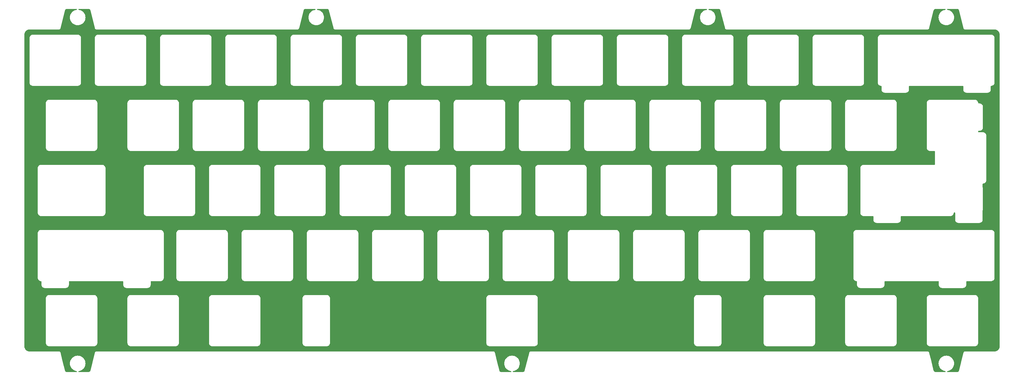
<source format=gbr>
%TF.GenerationSoftware,KiCad,Pcbnew,(6.0.9)*%
%TF.CreationDate,2022-11-05T12:51:30+01:00*%
%TF.ProjectId,plate,706c6174-652e-46b6-9963-61645f706362,rev?*%
%TF.SameCoordinates,Original*%
%TF.FileFunction,Copper,L2,Bot*%
%TF.FilePolarity,Positive*%
%FSLAX46Y46*%
G04 Gerber Fmt 4.6, Leading zero omitted, Abs format (unit mm)*
G04 Created by KiCad (PCBNEW (6.0.9)) date 2022-11-05 12:51:30*
%MOMM*%
%LPD*%
G01*
G04 APERTURE LIST*
G04 APERTURE END LIST*
%TA.AperFunction,NonConductor*%
G36*
X19518747Y-32778502D02*
G01*
X19565240Y-32832158D01*
X19575344Y-32902432D01*
X19545850Y-32967012D01*
X19486124Y-33005396D01*
X19475208Y-33008079D01*
X19199253Y-33062970D01*
X19199247Y-33062972D01*
X19195203Y-33063776D01*
X19191294Y-33065103D01*
X19191290Y-33065104D01*
X18951779Y-33146407D01*
X18914855Y-33158941D01*
X18789313Y-33220852D01*
X18653031Y-33288058D01*
X18653026Y-33288061D01*
X18649327Y-33289885D01*
X18645894Y-33292179D01*
X18406593Y-33452074D01*
X18406588Y-33452078D01*
X18403162Y-33454367D01*
X18400068Y-33457081D01*
X18400062Y-33457085D01*
X18183662Y-33646864D01*
X18180573Y-33649573D01*
X18177864Y-33652662D01*
X17988085Y-33869062D01*
X17988081Y-33869068D01*
X17985367Y-33872162D01*
X17820885Y-34118327D01*
X17689941Y-34383855D01*
X17594776Y-34664203D01*
X17537017Y-34954574D01*
X17517654Y-35250000D01*
X17537017Y-35545426D01*
X17594776Y-35835797D01*
X17689941Y-36116145D01*
X17820885Y-36381673D01*
X17985367Y-36627838D01*
X17988081Y-36630932D01*
X17988085Y-36630938D01*
X18177864Y-36847338D01*
X18180573Y-36850427D01*
X18183662Y-36853136D01*
X18400062Y-37042915D01*
X18400068Y-37042919D01*
X18403162Y-37045633D01*
X18406588Y-37047922D01*
X18406593Y-37047926D01*
X18590405Y-37170744D01*
X18649327Y-37210115D01*
X18653026Y-37211939D01*
X18653031Y-37211942D01*
X18789313Y-37279148D01*
X18914855Y-37341059D01*
X18918760Y-37342384D01*
X18918761Y-37342385D01*
X19191290Y-37434896D01*
X19191294Y-37434897D01*
X19195203Y-37436224D01*
X19199247Y-37437028D01*
X19199253Y-37437030D01*
X19481535Y-37493180D01*
X19481541Y-37493181D01*
X19485574Y-37493983D01*
X19489679Y-37494252D01*
X19489686Y-37494253D01*
X19776881Y-37513076D01*
X19781000Y-37513346D01*
X19785119Y-37513076D01*
X20072314Y-37494253D01*
X20072321Y-37494252D01*
X20076426Y-37493983D01*
X20080459Y-37493181D01*
X20080465Y-37493180D01*
X20362747Y-37437030D01*
X20362753Y-37437028D01*
X20366797Y-37436224D01*
X20370706Y-37434897D01*
X20370710Y-37434896D01*
X20643239Y-37342385D01*
X20643240Y-37342384D01*
X20647145Y-37341059D01*
X20772687Y-37279148D01*
X20908969Y-37211942D01*
X20908974Y-37211939D01*
X20912673Y-37210115D01*
X20971595Y-37170744D01*
X21155407Y-37047926D01*
X21155412Y-37047922D01*
X21158838Y-37045633D01*
X21161932Y-37042919D01*
X21161938Y-37042915D01*
X21378338Y-36853136D01*
X21381427Y-36850427D01*
X21384136Y-36847338D01*
X21573915Y-36630938D01*
X21573919Y-36630932D01*
X21576633Y-36627838D01*
X21741115Y-36381673D01*
X21872059Y-36116145D01*
X21967224Y-35835797D01*
X22024983Y-35545426D01*
X22044346Y-35250000D01*
X22024983Y-34954574D01*
X21967224Y-34664203D01*
X21872059Y-34383855D01*
X21741115Y-34118327D01*
X21576633Y-33872162D01*
X21573919Y-33869068D01*
X21573915Y-33869062D01*
X21384136Y-33652662D01*
X21381427Y-33649573D01*
X21378338Y-33646864D01*
X21161938Y-33457085D01*
X21161932Y-33457081D01*
X21158838Y-33454367D01*
X21155412Y-33452078D01*
X21155407Y-33452074D01*
X20916106Y-33292179D01*
X20912673Y-33289885D01*
X20908974Y-33288061D01*
X20908969Y-33288058D01*
X20772687Y-33220852D01*
X20647145Y-33158941D01*
X20610221Y-33146407D01*
X20370710Y-33065104D01*
X20370706Y-33065103D01*
X20366797Y-33063776D01*
X20362753Y-33062972D01*
X20362747Y-33062970D01*
X20086792Y-33008079D01*
X20023883Y-32975171D01*
X19988751Y-32913476D01*
X19992551Y-32842581D01*
X20034077Y-32784995D01*
X20100144Y-32759001D01*
X20111374Y-32758500D01*
X22950853Y-32758500D01*
X22970242Y-32760001D01*
X22985060Y-32762309D01*
X22985062Y-32762309D01*
X22993936Y-32763691D01*
X23003198Y-32762480D01*
X23033426Y-32762185D01*
X23065183Y-32765709D01*
X23094058Y-32768913D01*
X23121163Y-32775002D01*
X23197230Y-32801180D01*
X23222343Y-32813061D01*
X23290827Y-32855275D01*
X23312725Y-32872371D01*
X23370288Y-32928563D01*
X23387909Y-32950045D01*
X23425641Y-33008079D01*
X23431758Y-33017488D01*
X23444242Y-33042310D01*
X23463095Y-33093084D01*
X23466616Y-33108577D01*
X23467618Y-33108339D01*
X23469689Y-33117072D01*
X23470501Y-33126010D01*
X23473788Y-33134359D01*
X23473789Y-33134362D01*
X23482155Y-33155610D01*
X23487153Y-33171211D01*
X24770469Y-38304473D01*
X24772067Y-38312757D01*
X24772024Y-38319721D01*
X24774492Y-38328356D01*
X24774492Y-38328357D01*
X24789455Y-38380711D01*
X24790540Y-38384761D01*
X24796538Y-38408752D01*
X24798235Y-38412912D01*
X24799626Y-38417166D01*
X24799536Y-38417195D01*
X24801535Y-38422976D01*
X24812051Y-38459771D01*
X24816841Y-38467363D01*
X24816842Y-38467365D01*
X24821098Y-38474110D01*
X24831208Y-38493767D01*
X24834221Y-38501155D01*
X24834223Y-38501158D01*
X24837613Y-38509471D01*
X24843200Y-38516498D01*
X24861423Y-38539418D01*
X24869360Y-38550600D01*
X24884982Y-38575361D01*
X24884985Y-38575365D01*
X24889776Y-38582958D01*
X24902490Y-38594186D01*
X24917701Y-38610206D01*
X24922673Y-38616460D01*
X24922677Y-38616464D01*
X24928259Y-38623485D01*
X24935590Y-38628659D01*
X24935591Y-38628660D01*
X24959523Y-38645551D01*
X24970272Y-38654050D01*
X24998951Y-38679378D01*
X25007076Y-38683193D01*
X25007081Y-38683196D01*
X25014304Y-38686587D01*
X25033407Y-38697696D01*
X25047262Y-38707475D01*
X25055753Y-38710384D01*
X25055760Y-38710388D01*
X25083459Y-38719879D01*
X25096162Y-38725019D01*
X25113180Y-38733008D01*
X25130800Y-38741281D01*
X25147556Y-38743890D01*
X25169012Y-38749193D01*
X25174623Y-38751115D01*
X25185056Y-38754690D01*
X25221057Y-38756334D01*
X25223275Y-38756435D01*
X25235776Y-38757689D01*
X25236572Y-38757751D01*
X25241386Y-38758500D01*
X25265646Y-38758500D01*
X25271392Y-38758631D01*
X25321599Y-38760923D01*
X25321600Y-38760923D01*
X25330562Y-38761332D01*
X25339278Y-38759210D01*
X25340532Y-38759088D01*
X25352686Y-38758500D01*
X83860012Y-38758500D01*
X83868454Y-38758960D01*
X83875194Y-38760689D01*
X83938602Y-38758570D01*
X83942809Y-38758500D01*
X83967513Y-38758500D01*
X83971949Y-38757865D01*
X83976425Y-38757546D01*
X83976432Y-38757639D01*
X83982537Y-38757102D01*
X84011798Y-38756124D01*
X84011799Y-38756124D01*
X84020771Y-38755824D01*
X84036879Y-38750524D01*
X84058394Y-38745485D01*
X84075187Y-38743080D01*
X84110041Y-38727233D01*
X84122775Y-38722260D01*
X84159131Y-38710297D01*
X84166523Y-38705214D01*
X84166527Y-38705212D01*
X84173101Y-38700691D01*
X84192345Y-38689811D01*
X84199611Y-38686507D01*
X84199610Y-38686507D01*
X84207782Y-38682792D01*
X84214579Y-38676935D01*
X84214581Y-38676934D01*
X84236765Y-38657818D01*
X84247624Y-38649446D01*
X84271756Y-38632852D01*
X84279151Y-38627767D01*
X84289866Y-38614623D01*
X84305275Y-38598787D01*
X84318127Y-38587713D01*
X84323010Y-38580179D01*
X84323013Y-38580176D01*
X84338937Y-38555608D01*
X84347007Y-38544527D01*
X84365514Y-38521825D01*
X84365515Y-38521823D01*
X84371184Y-38514869D01*
X84376973Y-38501155D01*
X84377779Y-38499247D01*
X84388126Y-38479718D01*
X84391761Y-38474110D01*
X84397352Y-38465485D01*
X84408314Y-38428829D01*
X84412559Y-38417017D01*
X84412815Y-38416250D01*
X84414710Y-38411761D01*
X84420600Y-38388204D01*
X84422110Y-38382703D01*
X84436513Y-38334542D01*
X84436514Y-38334534D01*
X84439086Y-38325934D01*
X84439141Y-38316954D01*
X84439325Y-38315721D01*
X84441704Y-38303782D01*
X84542594Y-37900225D01*
X85722979Y-33178683D01*
X85729136Y-33160240D01*
X85734975Y-33146407D01*
X85738466Y-33138138D01*
X85739495Y-33129226D01*
X85739497Y-33129218D01*
X85739538Y-33128860D01*
X85746582Y-33099466D01*
X85767810Y-33042281D01*
X85780294Y-33017456D01*
X85824131Y-32950022D01*
X85841750Y-32928539D01*
X85899303Y-32872350D01*
X85921203Y-32855250D01*
X85989673Y-32813040D01*
X86014788Y-32801156D01*
X86090842Y-32774980D01*
X86117949Y-32768891D01*
X86171888Y-32762906D01*
X86187655Y-32763255D01*
X86187668Y-32762200D01*
X86196637Y-32762309D01*
X86205512Y-32763691D01*
X86237067Y-32759564D01*
X86253408Y-32758500D01*
X89100626Y-32758500D01*
X89168747Y-32778502D01*
X89215240Y-32832158D01*
X89225344Y-32902432D01*
X89195850Y-32967012D01*
X89136124Y-33005396D01*
X89125208Y-33008079D01*
X88849253Y-33062970D01*
X88849247Y-33062972D01*
X88845203Y-33063776D01*
X88841294Y-33065103D01*
X88841290Y-33065104D01*
X88601779Y-33146407D01*
X88564855Y-33158941D01*
X88439313Y-33220852D01*
X88303031Y-33288058D01*
X88303026Y-33288061D01*
X88299327Y-33289885D01*
X88295894Y-33292179D01*
X88056593Y-33452074D01*
X88056588Y-33452078D01*
X88053162Y-33454367D01*
X88050068Y-33457081D01*
X88050062Y-33457085D01*
X87833662Y-33646864D01*
X87830573Y-33649573D01*
X87827864Y-33652662D01*
X87638085Y-33869062D01*
X87638081Y-33869068D01*
X87635367Y-33872162D01*
X87470885Y-34118327D01*
X87339941Y-34383855D01*
X87244776Y-34664203D01*
X87187017Y-34954574D01*
X87167654Y-35250000D01*
X87187017Y-35545426D01*
X87244776Y-35835797D01*
X87339941Y-36116145D01*
X87470885Y-36381673D01*
X87635367Y-36627838D01*
X87638081Y-36630932D01*
X87638085Y-36630938D01*
X87827864Y-36847338D01*
X87830573Y-36850427D01*
X87833662Y-36853136D01*
X88050062Y-37042915D01*
X88050068Y-37042919D01*
X88053162Y-37045633D01*
X88056588Y-37047922D01*
X88056593Y-37047926D01*
X88240405Y-37170744D01*
X88299327Y-37210115D01*
X88303026Y-37211939D01*
X88303031Y-37211942D01*
X88439313Y-37279148D01*
X88564855Y-37341059D01*
X88568760Y-37342384D01*
X88568761Y-37342385D01*
X88841290Y-37434896D01*
X88841294Y-37434897D01*
X88845203Y-37436224D01*
X88849247Y-37437028D01*
X88849253Y-37437030D01*
X89131535Y-37493180D01*
X89131541Y-37493181D01*
X89135574Y-37493983D01*
X89139679Y-37494252D01*
X89139686Y-37494253D01*
X89426881Y-37513076D01*
X89431000Y-37513346D01*
X89435119Y-37513076D01*
X89722314Y-37494253D01*
X89722321Y-37494252D01*
X89726426Y-37493983D01*
X89730459Y-37493181D01*
X89730465Y-37493180D01*
X90012747Y-37437030D01*
X90012753Y-37437028D01*
X90016797Y-37436224D01*
X90020706Y-37434897D01*
X90020710Y-37434896D01*
X90293239Y-37342385D01*
X90293240Y-37342384D01*
X90297145Y-37341059D01*
X90422687Y-37279148D01*
X90558969Y-37211942D01*
X90558974Y-37211939D01*
X90562673Y-37210115D01*
X90621595Y-37170744D01*
X90805407Y-37047926D01*
X90805412Y-37047922D01*
X90808838Y-37045633D01*
X90811932Y-37042919D01*
X90811938Y-37042915D01*
X91028338Y-36853136D01*
X91031427Y-36850427D01*
X91034136Y-36847338D01*
X91223915Y-36630938D01*
X91223919Y-36630932D01*
X91226633Y-36627838D01*
X91391115Y-36381673D01*
X91522059Y-36116145D01*
X91617224Y-35835797D01*
X91674983Y-35545426D01*
X91694346Y-35250000D01*
X91674983Y-34954574D01*
X91617224Y-34664203D01*
X91522059Y-34383855D01*
X91391115Y-34118327D01*
X91226633Y-33872162D01*
X91223919Y-33869068D01*
X91223915Y-33869062D01*
X91034136Y-33652662D01*
X91031427Y-33649573D01*
X91028338Y-33646864D01*
X90811938Y-33457085D01*
X90811932Y-33457081D01*
X90808838Y-33454367D01*
X90805412Y-33452078D01*
X90805407Y-33452074D01*
X90566106Y-33292179D01*
X90562673Y-33289885D01*
X90558974Y-33288061D01*
X90558969Y-33288058D01*
X90422687Y-33220852D01*
X90297145Y-33158941D01*
X90260221Y-33146407D01*
X90020710Y-33065104D01*
X90020706Y-33065103D01*
X90016797Y-33063776D01*
X90012753Y-33062972D01*
X90012747Y-33062970D01*
X89736792Y-33008079D01*
X89673883Y-32975171D01*
X89638751Y-32913476D01*
X89642551Y-32842581D01*
X89684077Y-32784995D01*
X89750144Y-32759001D01*
X89761374Y-32758500D01*
X92600853Y-32758500D01*
X92620242Y-32760001D01*
X92635060Y-32762309D01*
X92635062Y-32762309D01*
X92643936Y-32763691D01*
X92653198Y-32762480D01*
X92683426Y-32762185D01*
X92715183Y-32765709D01*
X92744058Y-32768913D01*
X92771163Y-32775002D01*
X92847230Y-32801180D01*
X92872343Y-32813061D01*
X92940827Y-32855275D01*
X92962725Y-32872371D01*
X93020288Y-32928563D01*
X93037909Y-32950045D01*
X93075641Y-33008079D01*
X93081758Y-33017488D01*
X93094242Y-33042310D01*
X93113095Y-33093084D01*
X93116616Y-33108577D01*
X93117618Y-33108339D01*
X93119689Y-33117072D01*
X93120501Y-33126010D01*
X93123788Y-33134359D01*
X93123789Y-33134362D01*
X93132155Y-33155610D01*
X93137153Y-33171211D01*
X94420469Y-38304473D01*
X94422067Y-38312757D01*
X94422024Y-38319721D01*
X94424492Y-38328356D01*
X94424492Y-38328357D01*
X94439455Y-38380711D01*
X94440540Y-38384761D01*
X94446538Y-38408752D01*
X94448235Y-38412912D01*
X94449626Y-38417166D01*
X94449536Y-38417195D01*
X94451535Y-38422976D01*
X94462051Y-38459771D01*
X94466841Y-38467363D01*
X94466842Y-38467365D01*
X94471098Y-38474110D01*
X94481208Y-38493767D01*
X94484221Y-38501155D01*
X94484223Y-38501158D01*
X94487613Y-38509471D01*
X94493200Y-38516498D01*
X94511423Y-38539418D01*
X94519360Y-38550600D01*
X94534982Y-38575361D01*
X94534985Y-38575365D01*
X94539776Y-38582958D01*
X94552490Y-38594186D01*
X94567701Y-38610206D01*
X94572673Y-38616460D01*
X94572677Y-38616464D01*
X94578259Y-38623485D01*
X94585590Y-38628659D01*
X94585591Y-38628660D01*
X94609523Y-38645551D01*
X94620272Y-38654050D01*
X94648951Y-38679378D01*
X94657076Y-38683193D01*
X94657081Y-38683196D01*
X94664304Y-38686587D01*
X94683407Y-38697696D01*
X94697262Y-38707475D01*
X94705753Y-38710384D01*
X94705760Y-38710388D01*
X94733459Y-38719879D01*
X94746162Y-38725019D01*
X94763180Y-38733008D01*
X94780800Y-38741281D01*
X94797556Y-38743890D01*
X94819012Y-38749193D01*
X94824623Y-38751115D01*
X94835056Y-38754690D01*
X94871057Y-38756334D01*
X94873275Y-38756435D01*
X94885776Y-38757689D01*
X94886572Y-38757751D01*
X94891386Y-38758500D01*
X94915646Y-38758500D01*
X94921392Y-38758631D01*
X94971599Y-38760923D01*
X94971600Y-38760923D01*
X94980562Y-38761332D01*
X94989278Y-38759210D01*
X94990532Y-38759088D01*
X95002686Y-38758500D01*
X198160012Y-38758500D01*
X198168454Y-38758960D01*
X198175194Y-38760689D01*
X198238602Y-38758570D01*
X198242809Y-38758500D01*
X198267513Y-38758500D01*
X198271949Y-38757865D01*
X198276425Y-38757546D01*
X198276432Y-38757639D01*
X198282537Y-38757102D01*
X198311798Y-38756124D01*
X198311799Y-38756124D01*
X198320771Y-38755824D01*
X198336879Y-38750524D01*
X198358394Y-38745485D01*
X198375187Y-38743080D01*
X198410041Y-38727233D01*
X198422775Y-38722260D01*
X198459131Y-38710297D01*
X198466523Y-38705214D01*
X198466527Y-38705212D01*
X198473101Y-38700691D01*
X198492345Y-38689811D01*
X198499611Y-38686507D01*
X198499610Y-38686507D01*
X198507782Y-38682792D01*
X198514579Y-38676935D01*
X198514581Y-38676934D01*
X198536765Y-38657818D01*
X198547624Y-38649446D01*
X198571756Y-38632852D01*
X198579151Y-38627767D01*
X198589866Y-38614623D01*
X198605275Y-38598787D01*
X198618127Y-38587713D01*
X198623010Y-38580179D01*
X198623013Y-38580176D01*
X198638937Y-38555608D01*
X198647007Y-38544527D01*
X198665514Y-38521825D01*
X198665515Y-38521823D01*
X198671184Y-38514869D01*
X198676973Y-38501155D01*
X198677779Y-38499247D01*
X198688126Y-38479718D01*
X198691761Y-38474110D01*
X198697352Y-38465485D01*
X198708314Y-38428829D01*
X198712559Y-38417017D01*
X198712815Y-38416250D01*
X198714710Y-38411761D01*
X198720600Y-38388204D01*
X198722110Y-38382703D01*
X198736513Y-38334542D01*
X198736514Y-38334534D01*
X198739086Y-38325934D01*
X198739141Y-38316954D01*
X198739325Y-38315721D01*
X198741704Y-38303782D01*
X198842594Y-37900225D01*
X200022979Y-33178683D01*
X200029136Y-33160240D01*
X200034975Y-33146407D01*
X200038466Y-33138138D01*
X200039495Y-33129226D01*
X200039497Y-33129218D01*
X200039538Y-33128860D01*
X200046582Y-33099466D01*
X200067810Y-33042281D01*
X200080294Y-33017456D01*
X200124131Y-32950022D01*
X200141750Y-32928539D01*
X200199303Y-32872350D01*
X200221203Y-32855250D01*
X200289673Y-32813040D01*
X200314788Y-32801156D01*
X200390842Y-32774980D01*
X200417949Y-32768891D01*
X200471888Y-32762906D01*
X200487655Y-32763255D01*
X200487668Y-32762200D01*
X200496637Y-32762309D01*
X200505512Y-32763691D01*
X200537067Y-32759564D01*
X200553408Y-32758500D01*
X203400626Y-32758500D01*
X203468747Y-32778502D01*
X203515240Y-32832158D01*
X203525344Y-32902432D01*
X203495850Y-32967012D01*
X203436124Y-33005396D01*
X203425208Y-33008079D01*
X203149253Y-33062970D01*
X203149247Y-33062972D01*
X203145203Y-33063776D01*
X203141294Y-33065103D01*
X203141290Y-33065104D01*
X202901779Y-33146407D01*
X202864855Y-33158941D01*
X202739313Y-33220852D01*
X202603031Y-33288058D01*
X202603026Y-33288061D01*
X202599327Y-33289885D01*
X202595894Y-33292179D01*
X202356593Y-33452074D01*
X202356588Y-33452078D01*
X202353162Y-33454367D01*
X202350068Y-33457081D01*
X202350062Y-33457085D01*
X202133662Y-33646864D01*
X202130573Y-33649573D01*
X202127864Y-33652662D01*
X201938085Y-33869062D01*
X201938081Y-33869068D01*
X201935367Y-33872162D01*
X201770885Y-34118327D01*
X201639941Y-34383855D01*
X201544776Y-34664203D01*
X201487017Y-34954574D01*
X201467654Y-35250000D01*
X201487017Y-35545426D01*
X201544776Y-35835797D01*
X201639941Y-36116145D01*
X201770885Y-36381673D01*
X201935367Y-36627838D01*
X201938081Y-36630932D01*
X201938085Y-36630938D01*
X202127864Y-36847338D01*
X202130573Y-36850427D01*
X202133662Y-36853136D01*
X202350062Y-37042915D01*
X202350068Y-37042919D01*
X202353162Y-37045633D01*
X202356588Y-37047922D01*
X202356593Y-37047926D01*
X202540405Y-37170744D01*
X202599327Y-37210115D01*
X202603026Y-37211939D01*
X202603031Y-37211942D01*
X202739313Y-37279148D01*
X202864855Y-37341059D01*
X202868760Y-37342384D01*
X202868761Y-37342385D01*
X203141290Y-37434896D01*
X203141294Y-37434897D01*
X203145203Y-37436224D01*
X203149247Y-37437028D01*
X203149253Y-37437030D01*
X203431535Y-37493180D01*
X203431541Y-37493181D01*
X203435574Y-37493983D01*
X203439679Y-37494252D01*
X203439686Y-37494253D01*
X203726881Y-37513076D01*
X203731000Y-37513346D01*
X203735119Y-37513076D01*
X204022314Y-37494253D01*
X204022321Y-37494252D01*
X204026426Y-37493983D01*
X204030459Y-37493181D01*
X204030465Y-37493180D01*
X204312747Y-37437030D01*
X204312753Y-37437028D01*
X204316797Y-37436224D01*
X204320706Y-37434897D01*
X204320710Y-37434896D01*
X204593239Y-37342385D01*
X204593240Y-37342384D01*
X204597145Y-37341059D01*
X204722687Y-37279148D01*
X204858969Y-37211942D01*
X204858974Y-37211939D01*
X204862673Y-37210115D01*
X204921595Y-37170744D01*
X205105407Y-37047926D01*
X205105412Y-37047922D01*
X205108838Y-37045633D01*
X205111932Y-37042919D01*
X205111938Y-37042915D01*
X205328338Y-36853136D01*
X205331427Y-36850427D01*
X205334136Y-36847338D01*
X205523915Y-36630938D01*
X205523919Y-36630932D01*
X205526633Y-36627838D01*
X205691115Y-36381673D01*
X205822059Y-36116145D01*
X205917224Y-35835797D01*
X205974983Y-35545426D01*
X205994346Y-35250000D01*
X205974983Y-34954574D01*
X205917224Y-34664203D01*
X205822059Y-34383855D01*
X205691115Y-34118327D01*
X205526633Y-33872162D01*
X205523919Y-33869068D01*
X205523915Y-33869062D01*
X205334136Y-33652662D01*
X205331427Y-33649573D01*
X205328338Y-33646864D01*
X205111938Y-33457085D01*
X205111932Y-33457081D01*
X205108838Y-33454367D01*
X205105412Y-33452078D01*
X205105407Y-33452074D01*
X204866106Y-33292179D01*
X204862673Y-33289885D01*
X204858974Y-33288061D01*
X204858969Y-33288058D01*
X204722687Y-33220852D01*
X204597145Y-33158941D01*
X204560221Y-33146407D01*
X204320710Y-33065104D01*
X204320706Y-33065103D01*
X204316797Y-33063776D01*
X204312753Y-33062972D01*
X204312747Y-33062970D01*
X204036792Y-33008079D01*
X203973883Y-32975171D01*
X203938751Y-32913476D01*
X203942551Y-32842581D01*
X203984077Y-32784995D01*
X204050144Y-32759001D01*
X204061374Y-32758500D01*
X206900853Y-32758500D01*
X206920242Y-32760001D01*
X206935060Y-32762309D01*
X206935062Y-32762309D01*
X206943936Y-32763691D01*
X206953198Y-32762480D01*
X206983426Y-32762185D01*
X207015183Y-32765709D01*
X207044058Y-32768913D01*
X207071163Y-32775002D01*
X207147230Y-32801180D01*
X207172343Y-32813061D01*
X207240827Y-32855275D01*
X207262725Y-32872371D01*
X207320288Y-32928563D01*
X207337909Y-32950045D01*
X207375641Y-33008079D01*
X207381758Y-33017488D01*
X207394242Y-33042310D01*
X207413095Y-33093084D01*
X207416616Y-33108577D01*
X207417618Y-33108339D01*
X207419689Y-33117072D01*
X207420501Y-33126010D01*
X207423788Y-33134359D01*
X207423789Y-33134362D01*
X207432155Y-33155610D01*
X207437153Y-33171211D01*
X208720469Y-38304473D01*
X208722067Y-38312757D01*
X208722024Y-38319721D01*
X208724492Y-38328356D01*
X208724492Y-38328357D01*
X208739455Y-38380711D01*
X208740540Y-38384761D01*
X208746538Y-38408752D01*
X208748235Y-38412912D01*
X208749626Y-38417166D01*
X208749536Y-38417195D01*
X208751535Y-38422976D01*
X208762051Y-38459771D01*
X208766841Y-38467363D01*
X208766842Y-38467365D01*
X208771098Y-38474110D01*
X208781208Y-38493767D01*
X208784221Y-38501155D01*
X208784223Y-38501158D01*
X208787613Y-38509471D01*
X208793200Y-38516498D01*
X208811423Y-38539418D01*
X208819360Y-38550600D01*
X208834982Y-38575361D01*
X208834985Y-38575365D01*
X208839776Y-38582958D01*
X208852490Y-38594186D01*
X208867701Y-38610206D01*
X208872673Y-38616460D01*
X208872677Y-38616464D01*
X208878259Y-38623485D01*
X208885590Y-38628659D01*
X208885591Y-38628660D01*
X208909523Y-38645551D01*
X208920272Y-38654050D01*
X208948951Y-38679378D01*
X208957076Y-38683193D01*
X208957081Y-38683196D01*
X208964304Y-38686587D01*
X208983407Y-38697696D01*
X208997262Y-38707475D01*
X209005753Y-38710384D01*
X209005760Y-38710388D01*
X209033459Y-38719879D01*
X209046162Y-38725019D01*
X209063180Y-38733008D01*
X209080800Y-38741281D01*
X209097556Y-38743890D01*
X209119012Y-38749193D01*
X209124623Y-38751115D01*
X209135056Y-38754690D01*
X209171057Y-38756334D01*
X209173275Y-38756435D01*
X209185776Y-38757689D01*
X209186572Y-38757751D01*
X209191386Y-38758500D01*
X209215646Y-38758500D01*
X209221392Y-38758631D01*
X209271599Y-38760923D01*
X209271600Y-38760923D01*
X209280562Y-38761332D01*
X209289278Y-38759210D01*
X209290532Y-38759088D01*
X209302686Y-38758500D01*
X267810012Y-38758500D01*
X267818454Y-38758960D01*
X267825194Y-38760689D01*
X267888602Y-38758570D01*
X267892809Y-38758500D01*
X267917513Y-38758500D01*
X267921949Y-38757865D01*
X267926425Y-38757546D01*
X267926432Y-38757639D01*
X267932537Y-38757102D01*
X267961798Y-38756124D01*
X267961799Y-38756124D01*
X267970771Y-38755824D01*
X267986879Y-38750524D01*
X268008394Y-38745485D01*
X268025187Y-38743080D01*
X268060041Y-38727233D01*
X268072775Y-38722260D01*
X268109131Y-38710297D01*
X268116523Y-38705214D01*
X268116527Y-38705212D01*
X268123101Y-38700691D01*
X268142345Y-38689811D01*
X268149611Y-38686507D01*
X268149610Y-38686507D01*
X268157782Y-38682792D01*
X268164579Y-38676935D01*
X268164581Y-38676934D01*
X268186765Y-38657818D01*
X268197624Y-38649446D01*
X268221756Y-38632852D01*
X268229151Y-38627767D01*
X268239866Y-38614623D01*
X268255275Y-38598787D01*
X268268127Y-38587713D01*
X268273010Y-38580179D01*
X268273013Y-38580176D01*
X268288937Y-38555608D01*
X268297007Y-38544527D01*
X268315514Y-38521825D01*
X268315515Y-38521823D01*
X268321184Y-38514869D01*
X268326973Y-38501155D01*
X268327779Y-38499247D01*
X268338126Y-38479718D01*
X268341761Y-38474110D01*
X268347352Y-38465485D01*
X268358314Y-38428829D01*
X268362559Y-38417017D01*
X268362815Y-38416250D01*
X268364710Y-38411761D01*
X268370600Y-38388204D01*
X268372110Y-38382703D01*
X268386513Y-38334542D01*
X268386514Y-38334534D01*
X268389086Y-38325934D01*
X268389141Y-38316954D01*
X268389325Y-38315721D01*
X268391704Y-38303782D01*
X268492594Y-37900225D01*
X269672979Y-33178683D01*
X269679136Y-33160240D01*
X269684975Y-33146407D01*
X269688466Y-33138138D01*
X269689495Y-33129226D01*
X269689497Y-33129218D01*
X269689538Y-33128860D01*
X269696582Y-33099466D01*
X269717810Y-33042281D01*
X269730294Y-33017456D01*
X269774131Y-32950022D01*
X269791750Y-32928539D01*
X269849303Y-32872350D01*
X269871203Y-32855250D01*
X269939673Y-32813040D01*
X269964788Y-32801156D01*
X270040842Y-32774980D01*
X270067949Y-32768891D01*
X270121888Y-32762906D01*
X270137655Y-32763255D01*
X270137668Y-32762200D01*
X270146637Y-32762309D01*
X270155512Y-32763691D01*
X270187067Y-32759564D01*
X270203408Y-32758500D01*
X273050626Y-32758500D01*
X273118747Y-32778502D01*
X273165240Y-32832158D01*
X273175344Y-32902432D01*
X273145850Y-32967012D01*
X273086124Y-33005396D01*
X273075208Y-33008079D01*
X272799253Y-33062970D01*
X272799247Y-33062972D01*
X272795203Y-33063776D01*
X272791294Y-33065103D01*
X272791290Y-33065104D01*
X272551779Y-33146407D01*
X272514855Y-33158941D01*
X272389313Y-33220852D01*
X272253031Y-33288058D01*
X272253026Y-33288061D01*
X272249327Y-33289885D01*
X272245894Y-33292179D01*
X272006593Y-33452074D01*
X272006588Y-33452078D01*
X272003162Y-33454367D01*
X272000068Y-33457081D01*
X272000062Y-33457085D01*
X271783662Y-33646864D01*
X271780573Y-33649573D01*
X271777864Y-33652662D01*
X271588085Y-33869062D01*
X271588081Y-33869068D01*
X271585367Y-33872162D01*
X271420885Y-34118327D01*
X271289941Y-34383855D01*
X271194776Y-34664203D01*
X271137017Y-34954574D01*
X271117654Y-35250000D01*
X271137017Y-35545426D01*
X271194776Y-35835797D01*
X271289941Y-36116145D01*
X271420885Y-36381673D01*
X271585367Y-36627838D01*
X271588081Y-36630932D01*
X271588085Y-36630938D01*
X271777864Y-36847338D01*
X271780573Y-36850427D01*
X271783662Y-36853136D01*
X272000062Y-37042915D01*
X272000068Y-37042919D01*
X272003162Y-37045633D01*
X272006588Y-37047922D01*
X272006593Y-37047926D01*
X272190405Y-37170744D01*
X272249327Y-37210115D01*
X272253026Y-37211939D01*
X272253031Y-37211942D01*
X272389313Y-37279148D01*
X272514855Y-37341059D01*
X272518760Y-37342384D01*
X272518761Y-37342385D01*
X272791290Y-37434896D01*
X272791294Y-37434897D01*
X272795203Y-37436224D01*
X272799247Y-37437028D01*
X272799253Y-37437030D01*
X273081535Y-37493180D01*
X273081541Y-37493181D01*
X273085574Y-37493983D01*
X273089679Y-37494252D01*
X273089686Y-37494253D01*
X273376881Y-37513076D01*
X273381000Y-37513346D01*
X273385119Y-37513076D01*
X273672314Y-37494253D01*
X273672321Y-37494252D01*
X273676426Y-37493983D01*
X273680459Y-37493181D01*
X273680465Y-37493180D01*
X273962747Y-37437030D01*
X273962753Y-37437028D01*
X273966797Y-37436224D01*
X273970706Y-37434897D01*
X273970710Y-37434896D01*
X274243239Y-37342385D01*
X274243240Y-37342384D01*
X274247145Y-37341059D01*
X274372687Y-37279148D01*
X274508969Y-37211942D01*
X274508974Y-37211939D01*
X274512673Y-37210115D01*
X274571595Y-37170744D01*
X274755407Y-37047926D01*
X274755412Y-37047922D01*
X274758838Y-37045633D01*
X274761932Y-37042919D01*
X274761938Y-37042915D01*
X274978338Y-36853136D01*
X274981427Y-36850427D01*
X274984136Y-36847338D01*
X275173915Y-36630938D01*
X275173919Y-36630932D01*
X275176633Y-36627838D01*
X275341115Y-36381673D01*
X275472059Y-36116145D01*
X275567224Y-35835797D01*
X275624983Y-35545426D01*
X275644346Y-35250000D01*
X275624983Y-34954574D01*
X275567224Y-34664203D01*
X275472059Y-34383855D01*
X275341115Y-34118327D01*
X275176633Y-33872162D01*
X275173919Y-33869068D01*
X275173915Y-33869062D01*
X274984136Y-33652662D01*
X274981427Y-33649573D01*
X274978338Y-33646864D01*
X274761938Y-33457085D01*
X274761932Y-33457081D01*
X274758838Y-33454367D01*
X274755412Y-33452078D01*
X274755407Y-33452074D01*
X274516106Y-33292179D01*
X274512673Y-33289885D01*
X274508974Y-33288061D01*
X274508969Y-33288058D01*
X274372687Y-33220852D01*
X274247145Y-33158941D01*
X274210221Y-33146407D01*
X273970710Y-33065104D01*
X273970706Y-33065103D01*
X273966797Y-33063776D01*
X273962753Y-33062972D01*
X273962747Y-33062970D01*
X273686792Y-33008079D01*
X273623883Y-32975171D01*
X273588751Y-32913476D01*
X273592551Y-32842581D01*
X273634077Y-32784995D01*
X273700144Y-32759001D01*
X273711374Y-32758500D01*
X276550853Y-32758500D01*
X276570242Y-32760001D01*
X276585060Y-32762309D01*
X276585062Y-32762309D01*
X276593936Y-32763691D01*
X276603198Y-32762480D01*
X276633426Y-32762185D01*
X276665183Y-32765709D01*
X276694058Y-32768913D01*
X276721163Y-32775002D01*
X276797230Y-32801180D01*
X276822343Y-32813061D01*
X276890827Y-32855275D01*
X276912725Y-32872371D01*
X276970288Y-32928563D01*
X276987909Y-32950045D01*
X277025641Y-33008079D01*
X277031758Y-33017488D01*
X277044242Y-33042310D01*
X277063095Y-33093084D01*
X277066616Y-33108577D01*
X277067618Y-33108339D01*
X277069689Y-33117072D01*
X277070501Y-33126010D01*
X277073788Y-33134359D01*
X277073789Y-33134362D01*
X277082155Y-33155610D01*
X277087153Y-33171211D01*
X278370469Y-38304473D01*
X278372067Y-38312757D01*
X278372024Y-38319721D01*
X278374492Y-38328356D01*
X278374492Y-38328357D01*
X278389455Y-38380711D01*
X278390540Y-38384761D01*
X278396538Y-38408752D01*
X278398235Y-38412912D01*
X278399626Y-38417166D01*
X278399536Y-38417195D01*
X278401535Y-38422976D01*
X278412051Y-38459771D01*
X278416841Y-38467363D01*
X278416842Y-38467365D01*
X278421098Y-38474110D01*
X278431208Y-38493767D01*
X278434221Y-38501155D01*
X278434223Y-38501158D01*
X278437613Y-38509471D01*
X278443200Y-38516498D01*
X278461423Y-38539418D01*
X278469360Y-38550600D01*
X278484982Y-38575361D01*
X278484985Y-38575365D01*
X278489776Y-38582958D01*
X278502490Y-38594186D01*
X278517701Y-38610206D01*
X278522673Y-38616460D01*
X278522677Y-38616464D01*
X278528259Y-38623485D01*
X278535590Y-38628659D01*
X278535591Y-38628660D01*
X278559523Y-38645551D01*
X278570272Y-38654050D01*
X278598951Y-38679378D01*
X278607076Y-38683193D01*
X278607081Y-38683196D01*
X278614304Y-38686587D01*
X278633407Y-38697696D01*
X278647262Y-38707475D01*
X278655753Y-38710384D01*
X278655760Y-38710388D01*
X278683459Y-38719879D01*
X278696162Y-38725019D01*
X278713180Y-38733008D01*
X278730800Y-38741281D01*
X278747556Y-38743890D01*
X278769012Y-38749193D01*
X278774623Y-38751115D01*
X278785056Y-38754690D01*
X278821057Y-38756334D01*
X278823275Y-38756435D01*
X278835776Y-38757689D01*
X278836572Y-38757751D01*
X278841386Y-38758500D01*
X278865646Y-38758500D01*
X278871392Y-38758631D01*
X278921599Y-38760923D01*
X278921600Y-38760923D01*
X278930562Y-38761332D01*
X278939278Y-38759210D01*
X278940532Y-38759088D01*
X278952686Y-38758500D01*
X287406633Y-38758500D01*
X287426018Y-38760000D01*
X287440851Y-38762310D01*
X287440855Y-38762310D01*
X287449724Y-38763691D01*
X287464981Y-38761696D01*
X287490302Y-38760953D01*
X287659285Y-38773039D01*
X287677064Y-38775596D01*
X287867392Y-38816999D01*
X287884641Y-38822063D01*
X288067150Y-38890136D01*
X288083502Y-38897604D01*
X288254458Y-38990952D01*
X288269582Y-39000672D01*
X288425514Y-39117402D01*
X288439100Y-39129175D01*
X288576825Y-39266900D01*
X288588598Y-39280486D01*
X288705328Y-39436418D01*
X288715048Y-39451542D01*
X288808396Y-39622498D01*
X288815864Y-39638850D01*
X288883937Y-39821359D01*
X288889001Y-39838607D01*
X288930404Y-40028936D01*
X288932962Y-40046721D01*
X288944540Y-40208601D01*
X288943793Y-40226565D01*
X288943692Y-40234845D01*
X288942309Y-40243724D01*
X288945313Y-40266698D01*
X288946436Y-40275283D01*
X288947500Y-40291621D01*
X288947500Y-131450633D01*
X288946000Y-131470018D01*
X288943690Y-131484851D01*
X288943690Y-131484855D01*
X288942309Y-131493724D01*
X288944136Y-131507693D01*
X288944304Y-131508976D01*
X288945047Y-131534305D01*
X288932962Y-131703279D01*
X288930404Y-131721064D01*
X288912598Y-131802919D01*
X288889001Y-131911392D01*
X288883937Y-131928641D01*
X288815864Y-132111150D01*
X288808396Y-132127502D01*
X288715048Y-132298458D01*
X288705328Y-132313582D01*
X288588598Y-132469514D01*
X288576825Y-132483100D01*
X288439100Y-132620825D01*
X288425514Y-132632598D01*
X288269582Y-132749328D01*
X288254458Y-132759048D01*
X288083502Y-132852396D01*
X288067150Y-132859864D01*
X287884641Y-132927937D01*
X287867393Y-132933001D01*
X287677064Y-132974404D01*
X287659285Y-132976961D01*
X287497395Y-132988540D01*
X287479435Y-132987793D01*
X287471155Y-132987692D01*
X287462276Y-132986309D01*
X287430714Y-132990436D01*
X287414379Y-132991500D01*
X278951987Y-132991500D01*
X278943545Y-132991040D01*
X278936805Y-132989311D01*
X278873398Y-132991430D01*
X278869190Y-132991500D01*
X278844487Y-132991500D01*
X278840051Y-132992135D01*
X278835575Y-132992454D01*
X278835568Y-132992361D01*
X278829463Y-132992898D01*
X278800202Y-132993876D01*
X278800201Y-132993876D01*
X278791229Y-132994176D01*
X278782701Y-132996982D01*
X278775121Y-132999476D01*
X278753606Y-133004515D01*
X278736813Y-133006920D01*
X278701959Y-133022767D01*
X278689225Y-133027740D01*
X278652869Y-133039703D01*
X278645477Y-133044786D01*
X278645473Y-133044788D01*
X278638899Y-133049309D01*
X278619655Y-133060189D01*
X278604218Y-133067208D01*
X278597421Y-133073065D01*
X278597419Y-133073066D01*
X278575235Y-133092182D01*
X278564376Y-133100554D01*
X278540248Y-133117145D01*
X278532849Y-133122233D01*
X278527177Y-133129191D01*
X278527176Y-133129192D01*
X278522135Y-133135376D01*
X278506723Y-133151214D01*
X278500679Y-133156422D01*
X278500676Y-133156425D01*
X278493873Y-133162287D01*
X278488988Y-133169824D01*
X278473059Y-133194400D01*
X278464996Y-133205470D01*
X278440816Y-133235132D01*
X278437324Y-133243404D01*
X278434223Y-133250750D01*
X278423874Y-133270280D01*
X278419533Y-133276977D01*
X278419531Y-133276982D01*
X278414648Y-133284515D01*
X278412076Y-133293117D01*
X278403686Y-133321171D01*
X278399445Y-133332971D01*
X278399183Y-133333756D01*
X278397290Y-133338240D01*
X278391398Y-133361809D01*
X278389901Y-133367264D01*
X278372914Y-133424066D01*
X278372859Y-133433043D01*
X278372674Y-133434283D01*
X278370296Y-133446218D01*
X277089021Y-138571317D01*
X277082864Y-138589760D01*
X277073534Y-138611862D01*
X277072505Y-138620774D01*
X277072503Y-138620782D01*
X277072462Y-138621140D01*
X277065418Y-138650534D01*
X277044190Y-138707719D01*
X277031706Y-138732544D01*
X276987869Y-138799978D01*
X276970250Y-138821461D01*
X276912697Y-138877650D01*
X276890797Y-138894750D01*
X276822327Y-138936960D01*
X276797212Y-138948844D01*
X276721158Y-138975020D01*
X276694051Y-138981109D01*
X276640112Y-138987094D01*
X276624345Y-138986745D01*
X276624332Y-138987800D01*
X276615363Y-138987691D01*
X276606488Y-138986309D01*
X276578274Y-138989999D01*
X276574932Y-138990436D01*
X276558592Y-138991500D01*
X273711374Y-138991500D01*
X273643253Y-138971498D01*
X273596760Y-138917842D01*
X273586656Y-138847568D01*
X273616150Y-138782988D01*
X273675876Y-138744604D01*
X273686792Y-138741921D01*
X273962747Y-138687030D01*
X273962753Y-138687028D01*
X273966797Y-138686224D01*
X273970706Y-138684897D01*
X273970710Y-138684896D01*
X274243239Y-138592385D01*
X274243240Y-138592384D01*
X274247145Y-138591059D01*
X274372687Y-138529148D01*
X274508969Y-138461942D01*
X274508974Y-138461939D01*
X274512673Y-138460115D01*
X274571595Y-138420744D01*
X274755407Y-138297926D01*
X274755412Y-138297922D01*
X274758838Y-138295633D01*
X274761932Y-138292919D01*
X274761938Y-138292915D01*
X274978338Y-138103136D01*
X274981427Y-138100427D01*
X274984136Y-138097338D01*
X275173915Y-137880938D01*
X275173919Y-137880932D01*
X275176633Y-137877838D01*
X275341115Y-137631673D01*
X275472059Y-137366145D01*
X275567224Y-137085797D01*
X275624983Y-136795426D01*
X275644346Y-136500000D01*
X275624983Y-136204574D01*
X275567224Y-135914203D01*
X275472059Y-135633855D01*
X275341115Y-135368327D01*
X275176633Y-135122162D01*
X275173919Y-135119068D01*
X275173915Y-135119062D01*
X274984136Y-134902662D01*
X274981427Y-134899573D01*
X274978338Y-134896864D01*
X274761938Y-134707085D01*
X274761932Y-134707081D01*
X274758838Y-134704367D01*
X274755412Y-134702078D01*
X274755407Y-134702074D01*
X274516106Y-134542179D01*
X274512673Y-134539885D01*
X274508974Y-134538061D01*
X274508969Y-134538058D01*
X274372687Y-134470852D01*
X274247145Y-134408941D01*
X274243239Y-134407615D01*
X273970710Y-134315104D01*
X273970706Y-134315103D01*
X273966797Y-134313776D01*
X273962753Y-134312972D01*
X273962747Y-134312970D01*
X273680465Y-134256820D01*
X273680459Y-134256819D01*
X273676426Y-134256017D01*
X273672321Y-134255748D01*
X273672314Y-134255747D01*
X273385119Y-134236924D01*
X273381000Y-134236654D01*
X273376881Y-134236924D01*
X273089686Y-134255747D01*
X273089679Y-134255748D01*
X273085574Y-134256017D01*
X273081541Y-134256819D01*
X273081535Y-134256820D01*
X272799253Y-134312970D01*
X272799247Y-134312972D01*
X272795203Y-134313776D01*
X272791294Y-134315103D01*
X272791290Y-134315104D01*
X272518761Y-134407615D01*
X272514855Y-134408941D01*
X272389313Y-134470852D01*
X272253031Y-134538058D01*
X272253026Y-134538061D01*
X272249327Y-134539885D01*
X272245894Y-134542179D01*
X272006593Y-134702074D01*
X272006588Y-134702078D01*
X272003162Y-134704367D01*
X272000068Y-134707081D01*
X272000062Y-134707085D01*
X271783662Y-134896864D01*
X271780573Y-134899573D01*
X271777864Y-134902662D01*
X271588085Y-135119062D01*
X271588081Y-135119068D01*
X271585367Y-135122162D01*
X271420885Y-135368327D01*
X271289941Y-135633855D01*
X271194776Y-135914203D01*
X271137017Y-136204574D01*
X271117654Y-136500000D01*
X271137017Y-136795426D01*
X271194776Y-137085797D01*
X271289941Y-137366145D01*
X271420885Y-137631673D01*
X271585367Y-137877838D01*
X271588081Y-137880932D01*
X271588085Y-137880938D01*
X271777864Y-138097338D01*
X271780573Y-138100427D01*
X271783662Y-138103136D01*
X272000062Y-138292915D01*
X272000068Y-138292919D01*
X272003162Y-138295633D01*
X272006588Y-138297922D01*
X272006593Y-138297926D01*
X272190405Y-138420744D01*
X272249327Y-138460115D01*
X272253026Y-138461939D01*
X272253031Y-138461942D01*
X272389313Y-138529148D01*
X272514855Y-138591059D01*
X272518760Y-138592384D01*
X272518761Y-138592385D01*
X272791290Y-138684896D01*
X272791294Y-138684897D01*
X272795203Y-138686224D01*
X272799247Y-138687028D01*
X272799253Y-138687030D01*
X273075208Y-138741921D01*
X273138117Y-138774829D01*
X273173249Y-138836524D01*
X273169449Y-138907419D01*
X273127923Y-138965005D01*
X273061856Y-138990999D01*
X273050626Y-138991500D01*
X270211147Y-138991500D01*
X270191758Y-138989999D01*
X270176940Y-138987691D01*
X270176938Y-138987691D01*
X270168064Y-138986309D01*
X270158802Y-138987520D01*
X270128574Y-138987815D01*
X270096817Y-138984291D01*
X270067942Y-138981087D01*
X270040837Y-138974998D01*
X269964770Y-138948820D01*
X269939657Y-138936939D01*
X269891766Y-138907419D01*
X269871173Y-138894725D01*
X269849275Y-138877629D01*
X269791712Y-138821437D01*
X269774091Y-138799955D01*
X269737700Y-138743983D01*
X269730241Y-138732510D01*
X269717758Y-138707690D01*
X269698905Y-138656916D01*
X269695384Y-138641426D01*
X269694383Y-138641663D01*
X269692311Y-138632926D01*
X269691499Y-138623990D01*
X269683468Y-138603593D01*
X269679846Y-138594394D01*
X269674847Y-138578790D01*
X268937689Y-135630157D01*
X268391532Y-133445530D01*
X268389933Y-133437242D01*
X268389976Y-133430279D01*
X268372545Y-133369289D01*
X268371456Y-133365225D01*
X268370592Y-133361768D01*
X268365462Y-133341248D01*
X268363765Y-133337088D01*
X268362374Y-133332834D01*
X268362464Y-133332805D01*
X268360465Y-133327024D01*
X268349949Y-133290229D01*
X268340902Y-133275890D01*
X268330792Y-133256233D01*
X268327779Y-133248846D01*
X268327779Y-133248845D01*
X268324387Y-133240529D01*
X268300578Y-133210582D01*
X268292646Y-133199408D01*
X268277013Y-133174632D01*
X268272224Y-133167042D01*
X268265499Y-133161103D01*
X268265497Y-133161100D01*
X268259510Y-133155813D01*
X268244293Y-133139788D01*
X268239325Y-133133540D01*
X268233740Y-133126515D01*
X268226409Y-133121340D01*
X268226407Y-133121339D01*
X268202483Y-133104454D01*
X268191731Y-133095953D01*
X268169776Y-133076563D01*
X268163049Y-133070622D01*
X268154927Y-133066809D01*
X268154923Y-133066806D01*
X268147700Y-133063415D01*
X268128599Y-133052306D01*
X268122077Y-133047703D01*
X268122074Y-133047701D01*
X268114738Y-133042524D01*
X268106240Y-133039612D01*
X268078529Y-133030116D01*
X268065825Y-133024975D01*
X268039327Y-133012534D01*
X268039324Y-133012533D01*
X268031200Y-133008719D01*
X268014450Y-133006111D01*
X267992994Y-133000808D01*
X267985436Y-132998218D01*
X267985431Y-132998217D01*
X267976944Y-132995309D01*
X267945551Y-132993876D01*
X267938718Y-132993564D01*
X267926286Y-132992316D01*
X267925428Y-132992250D01*
X267920614Y-132991500D01*
X267896376Y-132991500D01*
X267890630Y-132991369D01*
X267840404Y-132989076D01*
X267840402Y-132989076D01*
X267831438Y-132988667D01*
X267822717Y-132990791D01*
X267821467Y-132990912D01*
X267809310Y-132991500D01*
X152151987Y-132991500D01*
X152143545Y-132991040D01*
X152136805Y-132989311D01*
X152073398Y-132991430D01*
X152069190Y-132991500D01*
X152044487Y-132991500D01*
X152040051Y-132992135D01*
X152035575Y-132992454D01*
X152035568Y-132992361D01*
X152029463Y-132992898D01*
X152000202Y-132993876D01*
X152000201Y-132993876D01*
X151991229Y-132994176D01*
X151982701Y-132996982D01*
X151975121Y-132999476D01*
X151953606Y-133004515D01*
X151936813Y-133006920D01*
X151901959Y-133022767D01*
X151889225Y-133027740D01*
X151852869Y-133039703D01*
X151845477Y-133044786D01*
X151845473Y-133044788D01*
X151838899Y-133049309D01*
X151819655Y-133060189D01*
X151804218Y-133067208D01*
X151797421Y-133073065D01*
X151797419Y-133073066D01*
X151775235Y-133092182D01*
X151764376Y-133100554D01*
X151740248Y-133117145D01*
X151732849Y-133122233D01*
X151727177Y-133129191D01*
X151727176Y-133129192D01*
X151722135Y-133135376D01*
X151706723Y-133151214D01*
X151700679Y-133156422D01*
X151700676Y-133156425D01*
X151693873Y-133162287D01*
X151688988Y-133169824D01*
X151673059Y-133194400D01*
X151664996Y-133205470D01*
X151640816Y-133235132D01*
X151637324Y-133243404D01*
X151634223Y-133250750D01*
X151623874Y-133270280D01*
X151619533Y-133276977D01*
X151619531Y-133276982D01*
X151614648Y-133284515D01*
X151612076Y-133293117D01*
X151603686Y-133321171D01*
X151599445Y-133332971D01*
X151599183Y-133333756D01*
X151597290Y-133338240D01*
X151591398Y-133361809D01*
X151589901Y-133367264D01*
X151572914Y-133424066D01*
X151572859Y-133433043D01*
X151572674Y-133434283D01*
X151570296Y-133446218D01*
X150289021Y-138571317D01*
X150282864Y-138589760D01*
X150273534Y-138611862D01*
X150272505Y-138620774D01*
X150272503Y-138620782D01*
X150272462Y-138621140D01*
X150265418Y-138650534D01*
X150244190Y-138707719D01*
X150231706Y-138732544D01*
X150187869Y-138799978D01*
X150170250Y-138821461D01*
X150112697Y-138877650D01*
X150090797Y-138894750D01*
X150022327Y-138936960D01*
X149997212Y-138948844D01*
X149921158Y-138975020D01*
X149894051Y-138981109D01*
X149840112Y-138987094D01*
X149824345Y-138986745D01*
X149824332Y-138987800D01*
X149815363Y-138987691D01*
X149806488Y-138986309D01*
X149778274Y-138989999D01*
X149774932Y-138990436D01*
X149758592Y-138991500D01*
X146911374Y-138991500D01*
X146843253Y-138971498D01*
X146796760Y-138917842D01*
X146786656Y-138847568D01*
X146816150Y-138782988D01*
X146875876Y-138744604D01*
X146886792Y-138741921D01*
X147162747Y-138687030D01*
X147162753Y-138687028D01*
X147166797Y-138686224D01*
X147170706Y-138684897D01*
X147170710Y-138684896D01*
X147443239Y-138592385D01*
X147443240Y-138592384D01*
X147447145Y-138591059D01*
X147572687Y-138529148D01*
X147708969Y-138461942D01*
X147708974Y-138461939D01*
X147712673Y-138460115D01*
X147771595Y-138420744D01*
X147955407Y-138297926D01*
X147955412Y-138297922D01*
X147958838Y-138295633D01*
X147961932Y-138292919D01*
X147961938Y-138292915D01*
X148178338Y-138103136D01*
X148181427Y-138100427D01*
X148184136Y-138097338D01*
X148373915Y-137880938D01*
X148373919Y-137880932D01*
X148376633Y-137877838D01*
X148541115Y-137631673D01*
X148672059Y-137366145D01*
X148767224Y-137085797D01*
X148824983Y-136795426D01*
X148844346Y-136500000D01*
X148824983Y-136204574D01*
X148767224Y-135914203D01*
X148672059Y-135633855D01*
X148541115Y-135368327D01*
X148376633Y-135122162D01*
X148373919Y-135119068D01*
X148373915Y-135119062D01*
X148184136Y-134902662D01*
X148181427Y-134899573D01*
X148178338Y-134896864D01*
X147961938Y-134707085D01*
X147961932Y-134707081D01*
X147958838Y-134704367D01*
X147955412Y-134702078D01*
X147955407Y-134702074D01*
X147716106Y-134542179D01*
X147712673Y-134539885D01*
X147708974Y-134538061D01*
X147708969Y-134538058D01*
X147572687Y-134470852D01*
X147447145Y-134408941D01*
X147443239Y-134407615D01*
X147170710Y-134315104D01*
X147170706Y-134315103D01*
X147166797Y-134313776D01*
X147162753Y-134312972D01*
X147162747Y-134312970D01*
X146880465Y-134256820D01*
X146880459Y-134256819D01*
X146876426Y-134256017D01*
X146872321Y-134255748D01*
X146872314Y-134255747D01*
X146585119Y-134236924D01*
X146581000Y-134236654D01*
X146576881Y-134236924D01*
X146289686Y-134255747D01*
X146289679Y-134255748D01*
X146285574Y-134256017D01*
X146281541Y-134256819D01*
X146281535Y-134256820D01*
X145999253Y-134312970D01*
X145999247Y-134312972D01*
X145995203Y-134313776D01*
X145991294Y-134315103D01*
X145991290Y-134315104D01*
X145718761Y-134407615D01*
X145714855Y-134408941D01*
X145589313Y-134470852D01*
X145453031Y-134538058D01*
X145453026Y-134538061D01*
X145449327Y-134539885D01*
X145445894Y-134542179D01*
X145206593Y-134702074D01*
X145206588Y-134702078D01*
X145203162Y-134704367D01*
X145200068Y-134707081D01*
X145200062Y-134707085D01*
X144983662Y-134896864D01*
X144980573Y-134899573D01*
X144977864Y-134902662D01*
X144788085Y-135119062D01*
X144788081Y-135119068D01*
X144785367Y-135122162D01*
X144620885Y-135368327D01*
X144489941Y-135633855D01*
X144394776Y-135914203D01*
X144337017Y-136204574D01*
X144317654Y-136500000D01*
X144337017Y-136795426D01*
X144394776Y-137085797D01*
X144489941Y-137366145D01*
X144620885Y-137631673D01*
X144785367Y-137877838D01*
X144788081Y-137880932D01*
X144788085Y-137880938D01*
X144977864Y-138097338D01*
X144980573Y-138100427D01*
X144983662Y-138103136D01*
X145200062Y-138292915D01*
X145200068Y-138292919D01*
X145203162Y-138295633D01*
X145206588Y-138297922D01*
X145206593Y-138297926D01*
X145390405Y-138420744D01*
X145449327Y-138460115D01*
X145453026Y-138461939D01*
X145453031Y-138461942D01*
X145589313Y-138529148D01*
X145714855Y-138591059D01*
X145718760Y-138592384D01*
X145718761Y-138592385D01*
X145991290Y-138684896D01*
X145991294Y-138684897D01*
X145995203Y-138686224D01*
X145999247Y-138687028D01*
X145999253Y-138687030D01*
X146275208Y-138741921D01*
X146338117Y-138774829D01*
X146373249Y-138836524D01*
X146369449Y-138907419D01*
X146327923Y-138965005D01*
X146261856Y-138990999D01*
X146250626Y-138991500D01*
X143411147Y-138991500D01*
X143391758Y-138989999D01*
X143376940Y-138987691D01*
X143376938Y-138987691D01*
X143368064Y-138986309D01*
X143358802Y-138987520D01*
X143328574Y-138987815D01*
X143296817Y-138984291D01*
X143267942Y-138981087D01*
X143240837Y-138974998D01*
X143164770Y-138948820D01*
X143139657Y-138936939D01*
X143091766Y-138907419D01*
X143071173Y-138894725D01*
X143049275Y-138877629D01*
X142991712Y-138821437D01*
X142974091Y-138799955D01*
X142937700Y-138743983D01*
X142930241Y-138732510D01*
X142917758Y-138707690D01*
X142898905Y-138656916D01*
X142895384Y-138641426D01*
X142894383Y-138641663D01*
X142892311Y-138632926D01*
X142891499Y-138623990D01*
X142883468Y-138603593D01*
X142879846Y-138594394D01*
X142874847Y-138578790D01*
X142137689Y-135630157D01*
X141591532Y-133445530D01*
X141589933Y-133437242D01*
X141589976Y-133430279D01*
X141572545Y-133369289D01*
X141571456Y-133365225D01*
X141570592Y-133361768D01*
X141565462Y-133341248D01*
X141563765Y-133337088D01*
X141562374Y-133332834D01*
X141562464Y-133332805D01*
X141560465Y-133327024D01*
X141549949Y-133290229D01*
X141540902Y-133275890D01*
X141530792Y-133256233D01*
X141527779Y-133248846D01*
X141527779Y-133248845D01*
X141524387Y-133240529D01*
X141500578Y-133210582D01*
X141492646Y-133199408D01*
X141477013Y-133174632D01*
X141472224Y-133167042D01*
X141465499Y-133161103D01*
X141465497Y-133161100D01*
X141459510Y-133155813D01*
X141444293Y-133139788D01*
X141439325Y-133133540D01*
X141433740Y-133126515D01*
X141426409Y-133121340D01*
X141426407Y-133121339D01*
X141402483Y-133104454D01*
X141391731Y-133095953D01*
X141369776Y-133076563D01*
X141363049Y-133070622D01*
X141354927Y-133066809D01*
X141354923Y-133066806D01*
X141347700Y-133063415D01*
X141328599Y-133052306D01*
X141322077Y-133047703D01*
X141322074Y-133047701D01*
X141314738Y-133042524D01*
X141306240Y-133039612D01*
X141278529Y-133030116D01*
X141265825Y-133024975D01*
X141239327Y-133012534D01*
X141239324Y-133012533D01*
X141231200Y-133008719D01*
X141214450Y-133006111D01*
X141192994Y-133000808D01*
X141185436Y-132998218D01*
X141185431Y-132998217D01*
X141176944Y-132995309D01*
X141145551Y-132993876D01*
X141138718Y-132993564D01*
X141126286Y-132992316D01*
X141125428Y-132992250D01*
X141120614Y-132991500D01*
X141096376Y-132991500D01*
X141090630Y-132991369D01*
X141040404Y-132989076D01*
X141040402Y-132989076D01*
X141031438Y-132988667D01*
X141022717Y-132990791D01*
X141021467Y-132990912D01*
X141009310Y-132991500D01*
X25351987Y-132991500D01*
X25343545Y-132991040D01*
X25336805Y-132989311D01*
X25273398Y-132991430D01*
X25269190Y-132991500D01*
X25244487Y-132991500D01*
X25240051Y-132992135D01*
X25235575Y-132992454D01*
X25235568Y-132992361D01*
X25229463Y-132992898D01*
X25200202Y-132993876D01*
X25200201Y-132993876D01*
X25191229Y-132994176D01*
X25182701Y-132996982D01*
X25175121Y-132999476D01*
X25153606Y-133004515D01*
X25136813Y-133006920D01*
X25101959Y-133022767D01*
X25089225Y-133027740D01*
X25052869Y-133039703D01*
X25045477Y-133044786D01*
X25045473Y-133044788D01*
X25038899Y-133049309D01*
X25019655Y-133060189D01*
X25004218Y-133067208D01*
X24997421Y-133073065D01*
X24997419Y-133073066D01*
X24975235Y-133092182D01*
X24964376Y-133100554D01*
X24940248Y-133117145D01*
X24932849Y-133122233D01*
X24927177Y-133129191D01*
X24927176Y-133129192D01*
X24922135Y-133135376D01*
X24906723Y-133151214D01*
X24900679Y-133156422D01*
X24900676Y-133156425D01*
X24893873Y-133162287D01*
X24888988Y-133169824D01*
X24873059Y-133194400D01*
X24864996Y-133205470D01*
X24840816Y-133235132D01*
X24837324Y-133243404D01*
X24834223Y-133250750D01*
X24823874Y-133270280D01*
X24819533Y-133276977D01*
X24819531Y-133276982D01*
X24814648Y-133284515D01*
X24812076Y-133293117D01*
X24803686Y-133321171D01*
X24799445Y-133332971D01*
X24799183Y-133333756D01*
X24797290Y-133338240D01*
X24791398Y-133361809D01*
X24789901Y-133367264D01*
X24772914Y-133424066D01*
X24772859Y-133433043D01*
X24772674Y-133434283D01*
X24770296Y-133446218D01*
X23489021Y-138571317D01*
X23482864Y-138589760D01*
X23473534Y-138611862D01*
X23472505Y-138620774D01*
X23472503Y-138620782D01*
X23472462Y-138621140D01*
X23465418Y-138650534D01*
X23444190Y-138707719D01*
X23431706Y-138732544D01*
X23387869Y-138799978D01*
X23370250Y-138821461D01*
X23312697Y-138877650D01*
X23290797Y-138894750D01*
X23222327Y-138936960D01*
X23197212Y-138948844D01*
X23121158Y-138975020D01*
X23094051Y-138981109D01*
X23040112Y-138987094D01*
X23024345Y-138986745D01*
X23024332Y-138987800D01*
X23015363Y-138987691D01*
X23006488Y-138986309D01*
X22978274Y-138989999D01*
X22974932Y-138990436D01*
X22958592Y-138991500D01*
X20111374Y-138991500D01*
X20043253Y-138971498D01*
X19996760Y-138917842D01*
X19986656Y-138847568D01*
X20016150Y-138782988D01*
X20075876Y-138744604D01*
X20086792Y-138741921D01*
X20362747Y-138687030D01*
X20362753Y-138687028D01*
X20366797Y-138686224D01*
X20370706Y-138684897D01*
X20370710Y-138684896D01*
X20643239Y-138592385D01*
X20643240Y-138592384D01*
X20647145Y-138591059D01*
X20772687Y-138529148D01*
X20908969Y-138461942D01*
X20908974Y-138461939D01*
X20912673Y-138460115D01*
X20971595Y-138420744D01*
X21155407Y-138297926D01*
X21155412Y-138297922D01*
X21158838Y-138295633D01*
X21161932Y-138292919D01*
X21161938Y-138292915D01*
X21378338Y-138103136D01*
X21381427Y-138100427D01*
X21384136Y-138097338D01*
X21573915Y-137880938D01*
X21573919Y-137880932D01*
X21576633Y-137877838D01*
X21741115Y-137631673D01*
X21872059Y-137366145D01*
X21967224Y-137085797D01*
X22024983Y-136795426D01*
X22044346Y-136500000D01*
X22024983Y-136204574D01*
X21967224Y-135914203D01*
X21872059Y-135633855D01*
X21741115Y-135368327D01*
X21576633Y-135122162D01*
X21573919Y-135119068D01*
X21573915Y-135119062D01*
X21384136Y-134902662D01*
X21381427Y-134899573D01*
X21378338Y-134896864D01*
X21161938Y-134707085D01*
X21161932Y-134707081D01*
X21158838Y-134704367D01*
X21155412Y-134702078D01*
X21155407Y-134702074D01*
X20916106Y-134542179D01*
X20912673Y-134539885D01*
X20908974Y-134538061D01*
X20908969Y-134538058D01*
X20772687Y-134470852D01*
X20647145Y-134408941D01*
X20643239Y-134407615D01*
X20370710Y-134315104D01*
X20370706Y-134315103D01*
X20366797Y-134313776D01*
X20362753Y-134312972D01*
X20362747Y-134312970D01*
X20080465Y-134256820D01*
X20080459Y-134256819D01*
X20076426Y-134256017D01*
X20072321Y-134255748D01*
X20072314Y-134255747D01*
X19785119Y-134236924D01*
X19781000Y-134236654D01*
X19776881Y-134236924D01*
X19489686Y-134255747D01*
X19489679Y-134255748D01*
X19485574Y-134256017D01*
X19481541Y-134256819D01*
X19481535Y-134256820D01*
X19199253Y-134312970D01*
X19199247Y-134312972D01*
X19195203Y-134313776D01*
X19191294Y-134315103D01*
X19191290Y-134315104D01*
X18918761Y-134407615D01*
X18914855Y-134408941D01*
X18789313Y-134470852D01*
X18653031Y-134538058D01*
X18653026Y-134538061D01*
X18649327Y-134539885D01*
X18645894Y-134542179D01*
X18406593Y-134702074D01*
X18406588Y-134702078D01*
X18403162Y-134704367D01*
X18400068Y-134707081D01*
X18400062Y-134707085D01*
X18183662Y-134896864D01*
X18180573Y-134899573D01*
X18177864Y-134902662D01*
X17988085Y-135119062D01*
X17988081Y-135119068D01*
X17985367Y-135122162D01*
X17820885Y-135368327D01*
X17689941Y-135633855D01*
X17594776Y-135914203D01*
X17537017Y-136204574D01*
X17517654Y-136500000D01*
X17537017Y-136795426D01*
X17594776Y-137085797D01*
X17689941Y-137366145D01*
X17820885Y-137631673D01*
X17985367Y-137877838D01*
X17988081Y-137880932D01*
X17988085Y-137880938D01*
X18177864Y-138097338D01*
X18180573Y-138100427D01*
X18183662Y-138103136D01*
X18400062Y-138292915D01*
X18400068Y-138292919D01*
X18403162Y-138295633D01*
X18406588Y-138297922D01*
X18406593Y-138297926D01*
X18590405Y-138420744D01*
X18649327Y-138460115D01*
X18653026Y-138461939D01*
X18653031Y-138461942D01*
X18789313Y-138529148D01*
X18914855Y-138591059D01*
X18918760Y-138592384D01*
X18918761Y-138592385D01*
X19191290Y-138684896D01*
X19191294Y-138684897D01*
X19195203Y-138686224D01*
X19199247Y-138687028D01*
X19199253Y-138687030D01*
X19475208Y-138741921D01*
X19538117Y-138774829D01*
X19573249Y-138836524D01*
X19569449Y-138907419D01*
X19527923Y-138965005D01*
X19461856Y-138990999D01*
X19450626Y-138991500D01*
X16611147Y-138991500D01*
X16591758Y-138989999D01*
X16576940Y-138987691D01*
X16576938Y-138987691D01*
X16568064Y-138986309D01*
X16558802Y-138987520D01*
X16528574Y-138987815D01*
X16496817Y-138984291D01*
X16467942Y-138981087D01*
X16440837Y-138974998D01*
X16364770Y-138948820D01*
X16339657Y-138936939D01*
X16291766Y-138907419D01*
X16271173Y-138894725D01*
X16249275Y-138877629D01*
X16191712Y-138821437D01*
X16174091Y-138799955D01*
X16137700Y-138743983D01*
X16130241Y-138732510D01*
X16117758Y-138707690D01*
X16098905Y-138656916D01*
X16095384Y-138641426D01*
X16094383Y-138641663D01*
X16092311Y-138632926D01*
X16091499Y-138623990D01*
X16083468Y-138603593D01*
X16079846Y-138594394D01*
X16074847Y-138578790D01*
X15337689Y-135630157D01*
X14791532Y-133445530D01*
X14789933Y-133437242D01*
X14789976Y-133430279D01*
X14772545Y-133369289D01*
X14771456Y-133365225D01*
X14770592Y-133361768D01*
X14765462Y-133341248D01*
X14763765Y-133337088D01*
X14762374Y-133332834D01*
X14762464Y-133332805D01*
X14760465Y-133327024D01*
X14749949Y-133290229D01*
X14740902Y-133275890D01*
X14730792Y-133256233D01*
X14727779Y-133248846D01*
X14727779Y-133248845D01*
X14724387Y-133240529D01*
X14700578Y-133210582D01*
X14692646Y-133199408D01*
X14677013Y-133174632D01*
X14672224Y-133167042D01*
X14665499Y-133161103D01*
X14665497Y-133161100D01*
X14659510Y-133155813D01*
X14644293Y-133139788D01*
X14639325Y-133133540D01*
X14633740Y-133126515D01*
X14626409Y-133121340D01*
X14626407Y-133121339D01*
X14602483Y-133104454D01*
X14591731Y-133095953D01*
X14569776Y-133076563D01*
X14563049Y-133070622D01*
X14554927Y-133066809D01*
X14554923Y-133066806D01*
X14547700Y-133063415D01*
X14528599Y-133052306D01*
X14522077Y-133047703D01*
X14522074Y-133047701D01*
X14514738Y-133042524D01*
X14506240Y-133039612D01*
X14478529Y-133030116D01*
X14465825Y-133024975D01*
X14439327Y-133012534D01*
X14439324Y-133012533D01*
X14431200Y-133008719D01*
X14414450Y-133006111D01*
X14392994Y-133000808D01*
X14385436Y-132998218D01*
X14385431Y-132998217D01*
X14376944Y-132995309D01*
X14345551Y-132993876D01*
X14338718Y-132993564D01*
X14326286Y-132992316D01*
X14325428Y-132992250D01*
X14320614Y-132991500D01*
X14296376Y-132991500D01*
X14290630Y-132991369D01*
X14240404Y-132989076D01*
X14240402Y-132989076D01*
X14231438Y-132988667D01*
X14222717Y-132990791D01*
X14221467Y-132990912D01*
X14209310Y-132991500D01*
X5755367Y-132991500D01*
X5735982Y-132990000D01*
X5721149Y-132987690D01*
X5721145Y-132987690D01*
X5712276Y-132986309D01*
X5697019Y-132988304D01*
X5671698Y-132989047D01*
X5502715Y-132976961D01*
X5484936Y-132974404D01*
X5294607Y-132933001D01*
X5277359Y-132927937D01*
X5094850Y-132859864D01*
X5078498Y-132852396D01*
X4907542Y-132759048D01*
X4892418Y-132749328D01*
X4736486Y-132632598D01*
X4722900Y-132620825D01*
X4585175Y-132483100D01*
X4573402Y-132469514D01*
X4456672Y-132313582D01*
X4446952Y-132298458D01*
X4353604Y-132127502D01*
X4346136Y-132111150D01*
X4278063Y-131928641D01*
X4272999Y-131911392D01*
X4249402Y-131802919D01*
X4231596Y-131721064D01*
X4229038Y-131703278D01*
X4217719Y-131545012D01*
X4218805Y-131522245D01*
X4218334Y-131522203D01*
X4218770Y-131517345D01*
X4219576Y-131512552D01*
X4219729Y-131500000D01*
X4215773Y-131472376D01*
X4214500Y-131454514D01*
X4214500Y-130468724D01*
X10479809Y-130468724D01*
X10481636Y-130482692D01*
X10481845Y-130484290D01*
X10482429Y-130489644D01*
X10484330Y-130511368D01*
X10496528Y-130650793D01*
X10542200Y-130821245D01*
X10544522Y-130826226D01*
X10544523Y-130826227D01*
X10614451Y-130976189D01*
X10614454Y-130976194D01*
X10616777Y-130981176D01*
X10717993Y-131125727D01*
X10842773Y-131250507D01*
X10847281Y-131253664D01*
X10847284Y-131253666D01*
X10906626Y-131295217D01*
X10987324Y-131351723D01*
X10992306Y-131354046D01*
X10992311Y-131354049D01*
X11142273Y-131423977D01*
X11147255Y-131426300D01*
X11152563Y-131427722D01*
X11152565Y-131427723D01*
X11312392Y-131470548D01*
X11312393Y-131470548D01*
X11317707Y-131471972D01*
X11447212Y-131483302D01*
X11457126Y-131484568D01*
X11468056Y-131486407D01*
X11476156Y-131487770D01*
X11476158Y-131487770D01*
X11480948Y-131488576D01*
X11487224Y-131488652D01*
X11488640Y-131488670D01*
X11488643Y-131488670D01*
X11493500Y-131488729D01*
X11521124Y-131484773D01*
X11538986Y-131483500D01*
X24440250Y-131483500D01*
X24461155Y-131485246D01*
X24476156Y-131487770D01*
X24476159Y-131487770D01*
X24480948Y-131488576D01*
X24487025Y-131488650D01*
X24488635Y-131488670D01*
X24488639Y-131488670D01*
X24493500Y-131488729D01*
X24498314Y-131488040D01*
X24498324Y-131488039D01*
X24514780Y-131485682D01*
X24521649Y-131484889D01*
X24669293Y-131471972D01*
X24674607Y-131470548D01*
X24674608Y-131470548D01*
X24834435Y-131427723D01*
X24834437Y-131427722D01*
X24839745Y-131426300D01*
X24844727Y-131423977D01*
X24994689Y-131354049D01*
X24994694Y-131354046D01*
X24999676Y-131351723D01*
X25080374Y-131295217D01*
X25139716Y-131253666D01*
X25139719Y-131253664D01*
X25144227Y-131250507D01*
X25269007Y-131125727D01*
X25370223Y-130981176D01*
X25372546Y-130976194D01*
X25372549Y-130976189D01*
X25442477Y-130826227D01*
X25442478Y-130826226D01*
X25444800Y-130821245D01*
X25490472Y-130650793D01*
X25501802Y-130521288D01*
X25503069Y-130511368D01*
X25506270Y-130492344D01*
X25506270Y-130492342D01*
X25507076Y-130487552D01*
X25507229Y-130475000D01*
X25506330Y-130468724D01*
X34292309Y-130468724D01*
X34294136Y-130482692D01*
X34294345Y-130484290D01*
X34294929Y-130489644D01*
X34296830Y-130511368D01*
X34309028Y-130650793D01*
X34354700Y-130821245D01*
X34357022Y-130826226D01*
X34357023Y-130826227D01*
X34426951Y-130976189D01*
X34426954Y-130976194D01*
X34429277Y-130981176D01*
X34530493Y-131125727D01*
X34655273Y-131250507D01*
X34659781Y-131253664D01*
X34659784Y-131253666D01*
X34719126Y-131295217D01*
X34799824Y-131351723D01*
X34804806Y-131354046D01*
X34804811Y-131354049D01*
X34954773Y-131423977D01*
X34959755Y-131426300D01*
X34965063Y-131427722D01*
X34965065Y-131427723D01*
X35124892Y-131470548D01*
X35124893Y-131470548D01*
X35130207Y-131471972D01*
X35259712Y-131483302D01*
X35269626Y-131484568D01*
X35280556Y-131486407D01*
X35288656Y-131487770D01*
X35288658Y-131487770D01*
X35293448Y-131488576D01*
X35299724Y-131488652D01*
X35301140Y-131488670D01*
X35301143Y-131488670D01*
X35306000Y-131488729D01*
X35333624Y-131484773D01*
X35351486Y-131483500D01*
X48252750Y-131483500D01*
X48273655Y-131485246D01*
X48288656Y-131487770D01*
X48288659Y-131487770D01*
X48293448Y-131488576D01*
X48299525Y-131488650D01*
X48301135Y-131488670D01*
X48301139Y-131488670D01*
X48306000Y-131488729D01*
X48310814Y-131488040D01*
X48310824Y-131488039D01*
X48327280Y-131485682D01*
X48334149Y-131484889D01*
X48481793Y-131471972D01*
X48487107Y-131470548D01*
X48487108Y-131470548D01*
X48646935Y-131427723D01*
X48646937Y-131427722D01*
X48652245Y-131426300D01*
X48657227Y-131423977D01*
X48807189Y-131354049D01*
X48807194Y-131354046D01*
X48812176Y-131351723D01*
X48892874Y-131295217D01*
X48952216Y-131253666D01*
X48952219Y-131253664D01*
X48956727Y-131250507D01*
X49081507Y-131125727D01*
X49182723Y-130981176D01*
X49185046Y-130976194D01*
X49185049Y-130976189D01*
X49254977Y-130826227D01*
X49254978Y-130826226D01*
X49257300Y-130821245D01*
X49302972Y-130650793D01*
X49314302Y-130521288D01*
X49315569Y-130511368D01*
X49318770Y-130492344D01*
X49318770Y-130492342D01*
X49319576Y-130487552D01*
X49319729Y-130475000D01*
X49318830Y-130468724D01*
X58104809Y-130468724D01*
X58106636Y-130482692D01*
X58106845Y-130484290D01*
X58107429Y-130489644D01*
X58109330Y-130511368D01*
X58121528Y-130650793D01*
X58167200Y-130821245D01*
X58169522Y-130826226D01*
X58169523Y-130826227D01*
X58239451Y-130976189D01*
X58239454Y-130976194D01*
X58241777Y-130981176D01*
X58342993Y-131125727D01*
X58467773Y-131250507D01*
X58472281Y-131253664D01*
X58472284Y-131253666D01*
X58531626Y-131295217D01*
X58612324Y-131351723D01*
X58617306Y-131354046D01*
X58617311Y-131354049D01*
X58767273Y-131423977D01*
X58772255Y-131426300D01*
X58777563Y-131427722D01*
X58777565Y-131427723D01*
X58937392Y-131470548D01*
X58937393Y-131470548D01*
X58942707Y-131471972D01*
X59072212Y-131483302D01*
X59082126Y-131484568D01*
X59093056Y-131486407D01*
X59101156Y-131487770D01*
X59101158Y-131487770D01*
X59105948Y-131488576D01*
X59112224Y-131488652D01*
X59113640Y-131488670D01*
X59113643Y-131488670D01*
X59118500Y-131488729D01*
X59146124Y-131484773D01*
X59163986Y-131483500D01*
X72065250Y-131483500D01*
X72086155Y-131485246D01*
X72101156Y-131487770D01*
X72101159Y-131487770D01*
X72105948Y-131488576D01*
X72112025Y-131488650D01*
X72113635Y-131488670D01*
X72113639Y-131488670D01*
X72118500Y-131488729D01*
X72123314Y-131488040D01*
X72123324Y-131488039D01*
X72139780Y-131485682D01*
X72146649Y-131484889D01*
X72294293Y-131471972D01*
X72299607Y-131470548D01*
X72299608Y-131470548D01*
X72459435Y-131427723D01*
X72459437Y-131427722D01*
X72464745Y-131426300D01*
X72469727Y-131423977D01*
X72619689Y-131354049D01*
X72619694Y-131354046D01*
X72624676Y-131351723D01*
X72705374Y-131295217D01*
X72764716Y-131253666D01*
X72764719Y-131253664D01*
X72769227Y-131250507D01*
X72894007Y-131125727D01*
X72995223Y-130981176D01*
X72997546Y-130976194D01*
X72997549Y-130976189D01*
X73067477Y-130826227D01*
X73067478Y-130826226D01*
X73069800Y-130821245D01*
X73115472Y-130650793D01*
X73126802Y-130521288D01*
X73128069Y-130511368D01*
X73131270Y-130492344D01*
X73131270Y-130492342D01*
X73132076Y-130487552D01*
X73132229Y-130475000D01*
X73131330Y-130468724D01*
X85417309Y-130468724D01*
X85419136Y-130482692D01*
X85419345Y-130484290D01*
X85419929Y-130489644D01*
X85421830Y-130511368D01*
X85434028Y-130650793D01*
X85479700Y-130821245D01*
X85482022Y-130826226D01*
X85482023Y-130826227D01*
X85551951Y-130976189D01*
X85551954Y-130976194D01*
X85554277Y-130981176D01*
X85655493Y-131125727D01*
X85780273Y-131250507D01*
X85784781Y-131253664D01*
X85784784Y-131253666D01*
X85844126Y-131295217D01*
X85924824Y-131351723D01*
X85929806Y-131354046D01*
X85929811Y-131354049D01*
X86079773Y-131423977D01*
X86084755Y-131426300D01*
X86090063Y-131427722D01*
X86090065Y-131427723D01*
X86249892Y-131470548D01*
X86249893Y-131470548D01*
X86255207Y-131471972D01*
X86384712Y-131483302D01*
X86394626Y-131484568D01*
X86405556Y-131486407D01*
X86413656Y-131487770D01*
X86413658Y-131487770D01*
X86418448Y-131488576D01*
X86424724Y-131488652D01*
X86426140Y-131488670D01*
X86426143Y-131488670D01*
X86431000Y-131488729D01*
X86458624Y-131484773D01*
X86476486Y-131483500D01*
X92377750Y-131483500D01*
X92398655Y-131485246D01*
X92413656Y-131487770D01*
X92413659Y-131487770D01*
X92418448Y-131488576D01*
X92424525Y-131488650D01*
X92426135Y-131488670D01*
X92426139Y-131488670D01*
X92431000Y-131488729D01*
X92435814Y-131488040D01*
X92435824Y-131488039D01*
X92452280Y-131485682D01*
X92459149Y-131484889D01*
X92606793Y-131471972D01*
X92612107Y-131470548D01*
X92612108Y-131470548D01*
X92771935Y-131427723D01*
X92771937Y-131427722D01*
X92777245Y-131426300D01*
X92782227Y-131423977D01*
X92932189Y-131354049D01*
X92932194Y-131354046D01*
X92937176Y-131351723D01*
X93017874Y-131295217D01*
X93077216Y-131253666D01*
X93077219Y-131253664D01*
X93081727Y-131250507D01*
X93206507Y-131125727D01*
X93307723Y-130981176D01*
X93310046Y-130976194D01*
X93310049Y-130976189D01*
X93379977Y-130826227D01*
X93379978Y-130826226D01*
X93382300Y-130821245D01*
X93427972Y-130650793D01*
X93439302Y-130521288D01*
X93440569Y-130511368D01*
X93443770Y-130492344D01*
X93443770Y-130492342D01*
X93444576Y-130487552D01*
X93444729Y-130475000D01*
X93443830Y-130468724D01*
X139067309Y-130468724D01*
X139069136Y-130482692D01*
X139069345Y-130484290D01*
X139069929Y-130489644D01*
X139071830Y-130511368D01*
X139084028Y-130650793D01*
X139129700Y-130821245D01*
X139132022Y-130826226D01*
X139132023Y-130826227D01*
X139201951Y-130976189D01*
X139201954Y-130976194D01*
X139204277Y-130981176D01*
X139305493Y-131125727D01*
X139430273Y-131250507D01*
X139434781Y-131253664D01*
X139434784Y-131253666D01*
X139494126Y-131295217D01*
X139574824Y-131351723D01*
X139579806Y-131354046D01*
X139579811Y-131354049D01*
X139729773Y-131423977D01*
X139734755Y-131426300D01*
X139740063Y-131427722D01*
X139740065Y-131427723D01*
X139899892Y-131470548D01*
X139899893Y-131470548D01*
X139905207Y-131471972D01*
X140034712Y-131483302D01*
X140044626Y-131484568D01*
X140055556Y-131486407D01*
X140063656Y-131487770D01*
X140063658Y-131487770D01*
X140068448Y-131488576D01*
X140074724Y-131488652D01*
X140076140Y-131488670D01*
X140076143Y-131488670D01*
X140081000Y-131488729D01*
X140108624Y-131484773D01*
X140126486Y-131483500D01*
X153027750Y-131483500D01*
X153048655Y-131485246D01*
X153063656Y-131487770D01*
X153063659Y-131487770D01*
X153068448Y-131488576D01*
X153074525Y-131488650D01*
X153076135Y-131488670D01*
X153076139Y-131488670D01*
X153081000Y-131488729D01*
X153085814Y-131488040D01*
X153085824Y-131488039D01*
X153102280Y-131485682D01*
X153109149Y-131484889D01*
X153256793Y-131471972D01*
X153262107Y-131470548D01*
X153262108Y-131470548D01*
X153421935Y-131427723D01*
X153421937Y-131427722D01*
X153427245Y-131426300D01*
X153432227Y-131423977D01*
X153582189Y-131354049D01*
X153582194Y-131354046D01*
X153587176Y-131351723D01*
X153667874Y-131295217D01*
X153727216Y-131253666D01*
X153727219Y-131253664D01*
X153731727Y-131250507D01*
X153856507Y-131125727D01*
X153957723Y-130981176D01*
X153960046Y-130976194D01*
X153960049Y-130976189D01*
X154029977Y-130826227D01*
X154029978Y-130826226D01*
X154032300Y-130821245D01*
X154077972Y-130650793D01*
X154089302Y-130521288D01*
X154090569Y-130511368D01*
X154093770Y-130492344D01*
X154093770Y-130492342D01*
X154094576Y-130487552D01*
X154094729Y-130475000D01*
X154093830Y-130468724D01*
X199717309Y-130468724D01*
X199719136Y-130482692D01*
X199719345Y-130484290D01*
X199719929Y-130489644D01*
X199721830Y-130511368D01*
X199734028Y-130650793D01*
X199779700Y-130821245D01*
X199782022Y-130826226D01*
X199782023Y-130826227D01*
X199851951Y-130976189D01*
X199851954Y-130976194D01*
X199854277Y-130981176D01*
X199955493Y-131125727D01*
X200080273Y-131250507D01*
X200084781Y-131253664D01*
X200084784Y-131253666D01*
X200144126Y-131295217D01*
X200224824Y-131351723D01*
X200229806Y-131354046D01*
X200229811Y-131354049D01*
X200379773Y-131423977D01*
X200384755Y-131426300D01*
X200390063Y-131427722D01*
X200390065Y-131427723D01*
X200549892Y-131470548D01*
X200549893Y-131470548D01*
X200555207Y-131471972D01*
X200684712Y-131483302D01*
X200694626Y-131484568D01*
X200705556Y-131486407D01*
X200713656Y-131487770D01*
X200713658Y-131487770D01*
X200718448Y-131488576D01*
X200724724Y-131488652D01*
X200726140Y-131488670D01*
X200726143Y-131488670D01*
X200731000Y-131488729D01*
X200758624Y-131484773D01*
X200776486Y-131483500D01*
X206677750Y-131483500D01*
X206698655Y-131485246D01*
X206713656Y-131487770D01*
X206713659Y-131487770D01*
X206718448Y-131488576D01*
X206724525Y-131488650D01*
X206726135Y-131488670D01*
X206726139Y-131488670D01*
X206731000Y-131488729D01*
X206735814Y-131488040D01*
X206735824Y-131488039D01*
X206752280Y-131485682D01*
X206759149Y-131484889D01*
X206906793Y-131471972D01*
X206912107Y-131470548D01*
X206912108Y-131470548D01*
X207071935Y-131427723D01*
X207071937Y-131427722D01*
X207077245Y-131426300D01*
X207082227Y-131423977D01*
X207232189Y-131354049D01*
X207232194Y-131354046D01*
X207237176Y-131351723D01*
X207317874Y-131295217D01*
X207377216Y-131253666D01*
X207377219Y-131253664D01*
X207381727Y-131250507D01*
X207506507Y-131125727D01*
X207607723Y-130981176D01*
X207610046Y-130976194D01*
X207610049Y-130976189D01*
X207679977Y-130826227D01*
X207679978Y-130826226D01*
X207682300Y-130821245D01*
X207727972Y-130650793D01*
X207739302Y-130521288D01*
X207740569Y-130511368D01*
X207743770Y-130492344D01*
X207743770Y-130492342D01*
X207744576Y-130487552D01*
X207744729Y-130475000D01*
X207743830Y-130468724D01*
X220029809Y-130468724D01*
X220031636Y-130482692D01*
X220031845Y-130484290D01*
X220032429Y-130489644D01*
X220034330Y-130511368D01*
X220046528Y-130650793D01*
X220092200Y-130821245D01*
X220094522Y-130826226D01*
X220094523Y-130826227D01*
X220164451Y-130976189D01*
X220164454Y-130976194D01*
X220166777Y-130981176D01*
X220267993Y-131125727D01*
X220392773Y-131250507D01*
X220397281Y-131253664D01*
X220397284Y-131253666D01*
X220456626Y-131295217D01*
X220537324Y-131351723D01*
X220542306Y-131354046D01*
X220542311Y-131354049D01*
X220692273Y-131423977D01*
X220697255Y-131426300D01*
X220702563Y-131427722D01*
X220702565Y-131427723D01*
X220862392Y-131470548D01*
X220862393Y-131470548D01*
X220867707Y-131471972D01*
X220997212Y-131483302D01*
X221007126Y-131484568D01*
X221018056Y-131486407D01*
X221026156Y-131487770D01*
X221026158Y-131487770D01*
X221030948Y-131488576D01*
X221037224Y-131488652D01*
X221038640Y-131488670D01*
X221038643Y-131488670D01*
X221043500Y-131488729D01*
X221071124Y-131484773D01*
X221088986Y-131483500D01*
X233990250Y-131483500D01*
X234011155Y-131485246D01*
X234026156Y-131487770D01*
X234026159Y-131487770D01*
X234030948Y-131488576D01*
X234037025Y-131488650D01*
X234038635Y-131488670D01*
X234038639Y-131488670D01*
X234043500Y-131488729D01*
X234048314Y-131488040D01*
X234048324Y-131488039D01*
X234064780Y-131485682D01*
X234071649Y-131484889D01*
X234219293Y-131471972D01*
X234224607Y-131470548D01*
X234224608Y-131470548D01*
X234384435Y-131427723D01*
X234384437Y-131427722D01*
X234389745Y-131426300D01*
X234394727Y-131423977D01*
X234544689Y-131354049D01*
X234544694Y-131354046D01*
X234549676Y-131351723D01*
X234630374Y-131295217D01*
X234689716Y-131253666D01*
X234689719Y-131253664D01*
X234694227Y-131250507D01*
X234819007Y-131125727D01*
X234920223Y-130981176D01*
X234922546Y-130976194D01*
X234922549Y-130976189D01*
X234992477Y-130826227D01*
X234992478Y-130826226D01*
X234994800Y-130821245D01*
X235040472Y-130650793D01*
X235051802Y-130521288D01*
X235053069Y-130511368D01*
X235056270Y-130492344D01*
X235056270Y-130492342D01*
X235057076Y-130487552D01*
X235057229Y-130475000D01*
X235056330Y-130468724D01*
X243842309Y-130468724D01*
X243844136Y-130482692D01*
X243844345Y-130484290D01*
X243844929Y-130489644D01*
X243846830Y-130511368D01*
X243859028Y-130650793D01*
X243904700Y-130821245D01*
X243907022Y-130826226D01*
X243907023Y-130826227D01*
X243976951Y-130976189D01*
X243976954Y-130976194D01*
X243979277Y-130981176D01*
X244080493Y-131125727D01*
X244205273Y-131250507D01*
X244209781Y-131253664D01*
X244209784Y-131253666D01*
X244269126Y-131295217D01*
X244349824Y-131351723D01*
X244354806Y-131354046D01*
X244354811Y-131354049D01*
X244504773Y-131423977D01*
X244509755Y-131426300D01*
X244515063Y-131427722D01*
X244515065Y-131427723D01*
X244674892Y-131470548D01*
X244674893Y-131470548D01*
X244680207Y-131471972D01*
X244809712Y-131483302D01*
X244819626Y-131484568D01*
X244830556Y-131486407D01*
X244838656Y-131487770D01*
X244838658Y-131487770D01*
X244843448Y-131488576D01*
X244849724Y-131488652D01*
X244851140Y-131488670D01*
X244851143Y-131488670D01*
X244856000Y-131488729D01*
X244883624Y-131484773D01*
X244901486Y-131483500D01*
X257802750Y-131483500D01*
X257823655Y-131485246D01*
X257838656Y-131487770D01*
X257838659Y-131487770D01*
X257843448Y-131488576D01*
X257849525Y-131488650D01*
X257851135Y-131488670D01*
X257851139Y-131488670D01*
X257856000Y-131488729D01*
X257860814Y-131488040D01*
X257860824Y-131488039D01*
X257877280Y-131485682D01*
X257884149Y-131484889D01*
X258031793Y-131471972D01*
X258037107Y-131470548D01*
X258037108Y-131470548D01*
X258196935Y-131427723D01*
X258196937Y-131427722D01*
X258202245Y-131426300D01*
X258207227Y-131423977D01*
X258357189Y-131354049D01*
X258357194Y-131354046D01*
X258362176Y-131351723D01*
X258442874Y-131295217D01*
X258502216Y-131253666D01*
X258502219Y-131253664D01*
X258506727Y-131250507D01*
X258631507Y-131125727D01*
X258732723Y-130981176D01*
X258735046Y-130976194D01*
X258735049Y-130976189D01*
X258804977Y-130826227D01*
X258804978Y-130826226D01*
X258807300Y-130821245D01*
X258852972Y-130650793D01*
X258864302Y-130521288D01*
X258865569Y-130511368D01*
X258868770Y-130492344D01*
X258868770Y-130492342D01*
X258869576Y-130487552D01*
X258869729Y-130475000D01*
X258868830Y-130468724D01*
X267654809Y-130468724D01*
X267656636Y-130482692D01*
X267656845Y-130484290D01*
X267657429Y-130489644D01*
X267659330Y-130511368D01*
X267671528Y-130650793D01*
X267717200Y-130821245D01*
X267719522Y-130826226D01*
X267719523Y-130826227D01*
X267789451Y-130976189D01*
X267789454Y-130976194D01*
X267791777Y-130981176D01*
X267892993Y-131125727D01*
X268017773Y-131250507D01*
X268022281Y-131253664D01*
X268022284Y-131253666D01*
X268081626Y-131295217D01*
X268162324Y-131351723D01*
X268167306Y-131354046D01*
X268167311Y-131354049D01*
X268317273Y-131423977D01*
X268322255Y-131426300D01*
X268327563Y-131427722D01*
X268327565Y-131427723D01*
X268487392Y-131470548D01*
X268487393Y-131470548D01*
X268492707Y-131471972D01*
X268622212Y-131483302D01*
X268632126Y-131484568D01*
X268643056Y-131486407D01*
X268651156Y-131487770D01*
X268651158Y-131487770D01*
X268655948Y-131488576D01*
X268662224Y-131488652D01*
X268663640Y-131488670D01*
X268663643Y-131488670D01*
X268668500Y-131488729D01*
X268696124Y-131484773D01*
X268713986Y-131483500D01*
X281615250Y-131483500D01*
X281636155Y-131485246D01*
X281651156Y-131487770D01*
X281651159Y-131487770D01*
X281655948Y-131488576D01*
X281662025Y-131488650D01*
X281663635Y-131488670D01*
X281663639Y-131488670D01*
X281668500Y-131488729D01*
X281673314Y-131488040D01*
X281673324Y-131488039D01*
X281689780Y-131485682D01*
X281696649Y-131484889D01*
X281844293Y-131471972D01*
X281849607Y-131470548D01*
X281849608Y-131470548D01*
X282009435Y-131427723D01*
X282009437Y-131427722D01*
X282014745Y-131426300D01*
X282019727Y-131423977D01*
X282169689Y-131354049D01*
X282169694Y-131354046D01*
X282174676Y-131351723D01*
X282255374Y-131295217D01*
X282314716Y-131253666D01*
X282314719Y-131253664D01*
X282319227Y-131250507D01*
X282444007Y-131125727D01*
X282545223Y-130981176D01*
X282547546Y-130976194D01*
X282547549Y-130976189D01*
X282617477Y-130826227D01*
X282617478Y-130826226D01*
X282619800Y-130821245D01*
X282665472Y-130650793D01*
X282676802Y-130521288D01*
X282678069Y-130511368D01*
X282681270Y-130492344D01*
X282681270Y-130492342D01*
X282682076Y-130487552D01*
X282682229Y-130475000D01*
X282678273Y-130447376D01*
X282677000Y-130429514D01*
X282677000Y-117528250D01*
X282678746Y-117507345D01*
X282681270Y-117492344D01*
X282681270Y-117492341D01*
X282682076Y-117487552D01*
X282682229Y-117475000D01*
X282681540Y-117470186D01*
X282681539Y-117470176D01*
X282679182Y-117453720D01*
X282678388Y-117446839D01*
X282678249Y-117445245D01*
X282665472Y-117299207D01*
X282619800Y-117128755D01*
X282617477Y-117123773D01*
X282547549Y-116973811D01*
X282547546Y-116973806D01*
X282545223Y-116968824D01*
X282444007Y-116824273D01*
X282319227Y-116699493D01*
X282314719Y-116696336D01*
X282314716Y-116696334D01*
X282255374Y-116654783D01*
X282174676Y-116598277D01*
X282169694Y-116595954D01*
X282169689Y-116595951D01*
X282019727Y-116526023D01*
X282019726Y-116526022D01*
X282014745Y-116523700D01*
X282009437Y-116522278D01*
X282009435Y-116522277D01*
X281849608Y-116479452D01*
X281849607Y-116479452D01*
X281844293Y-116478028D01*
X281714788Y-116466698D01*
X281704874Y-116465432D01*
X281693944Y-116463593D01*
X281685844Y-116462230D01*
X281685842Y-116462230D01*
X281681052Y-116461424D01*
X281674776Y-116461348D01*
X281673360Y-116461330D01*
X281673357Y-116461330D01*
X281668500Y-116461271D01*
X281644179Y-116464754D01*
X281640876Y-116465227D01*
X281623014Y-116466500D01*
X268721750Y-116466500D01*
X268700845Y-116464754D01*
X268685844Y-116462230D01*
X268685841Y-116462230D01*
X268681052Y-116461424D01*
X268674975Y-116461350D01*
X268673365Y-116461330D01*
X268673361Y-116461330D01*
X268668500Y-116461271D01*
X268663686Y-116461960D01*
X268663676Y-116461961D01*
X268647220Y-116464318D01*
X268640351Y-116465111D01*
X268492707Y-116478028D01*
X268487393Y-116479452D01*
X268487392Y-116479452D01*
X268327565Y-116522277D01*
X268327563Y-116522278D01*
X268322255Y-116523700D01*
X268317274Y-116526022D01*
X268317273Y-116526023D01*
X268167311Y-116595951D01*
X268167306Y-116595954D01*
X268162324Y-116598277D01*
X268081626Y-116654783D01*
X268022284Y-116696334D01*
X268022281Y-116696336D01*
X268017773Y-116699493D01*
X267892993Y-116824273D01*
X267791777Y-116968824D01*
X267789454Y-116973806D01*
X267789451Y-116973811D01*
X267719523Y-117123773D01*
X267717200Y-117128755D01*
X267671528Y-117299207D01*
X267671049Y-117304687D01*
X267659487Y-117436839D01*
X267658469Y-117445224D01*
X267654809Y-117468724D01*
X267657271Y-117487552D01*
X267658936Y-117500283D01*
X267660000Y-117516621D01*
X267660000Y-130425633D01*
X267658500Y-130445018D01*
X267656190Y-130459851D01*
X267656190Y-130459855D01*
X267654809Y-130468724D01*
X258868830Y-130468724D01*
X258865773Y-130447376D01*
X258864500Y-130429514D01*
X258864500Y-117528250D01*
X258866246Y-117507345D01*
X258868770Y-117492344D01*
X258868770Y-117492341D01*
X258869576Y-117487552D01*
X258869729Y-117475000D01*
X258869040Y-117470186D01*
X258869039Y-117470176D01*
X258866682Y-117453720D01*
X258865888Y-117446839D01*
X258865749Y-117445245D01*
X258852972Y-117299207D01*
X258807300Y-117128755D01*
X258804977Y-117123773D01*
X258735049Y-116973811D01*
X258735046Y-116973806D01*
X258732723Y-116968824D01*
X258631507Y-116824273D01*
X258506727Y-116699493D01*
X258502219Y-116696336D01*
X258502216Y-116696334D01*
X258442874Y-116654783D01*
X258362176Y-116598277D01*
X258357194Y-116595954D01*
X258357189Y-116595951D01*
X258207227Y-116526023D01*
X258207226Y-116526022D01*
X258202245Y-116523700D01*
X258196937Y-116522278D01*
X258196935Y-116522277D01*
X258037108Y-116479452D01*
X258037107Y-116479452D01*
X258031793Y-116478028D01*
X257902288Y-116466698D01*
X257892374Y-116465432D01*
X257881444Y-116463593D01*
X257873344Y-116462230D01*
X257873342Y-116462230D01*
X257868552Y-116461424D01*
X257862276Y-116461348D01*
X257860860Y-116461330D01*
X257860857Y-116461330D01*
X257856000Y-116461271D01*
X257831679Y-116464754D01*
X257828376Y-116465227D01*
X257810514Y-116466500D01*
X244909250Y-116466500D01*
X244888345Y-116464754D01*
X244873344Y-116462230D01*
X244873341Y-116462230D01*
X244868552Y-116461424D01*
X244862475Y-116461350D01*
X244860865Y-116461330D01*
X244860861Y-116461330D01*
X244856000Y-116461271D01*
X244851186Y-116461960D01*
X244851176Y-116461961D01*
X244834720Y-116464318D01*
X244827851Y-116465111D01*
X244680207Y-116478028D01*
X244674893Y-116479452D01*
X244674892Y-116479452D01*
X244515065Y-116522277D01*
X244515063Y-116522278D01*
X244509755Y-116523700D01*
X244504774Y-116526022D01*
X244504773Y-116526023D01*
X244354811Y-116595951D01*
X244354806Y-116595954D01*
X244349824Y-116598277D01*
X244269126Y-116654783D01*
X244209784Y-116696334D01*
X244209781Y-116696336D01*
X244205273Y-116699493D01*
X244080493Y-116824273D01*
X243979277Y-116968824D01*
X243976954Y-116973806D01*
X243976951Y-116973811D01*
X243907023Y-117123773D01*
X243904700Y-117128755D01*
X243859028Y-117299207D01*
X243858549Y-117304687D01*
X243846987Y-117436839D01*
X243845969Y-117445224D01*
X243842309Y-117468724D01*
X243844771Y-117487552D01*
X243846436Y-117500283D01*
X243847500Y-117516621D01*
X243847500Y-130425633D01*
X243846000Y-130445018D01*
X243843690Y-130459851D01*
X243843690Y-130459855D01*
X243842309Y-130468724D01*
X235056330Y-130468724D01*
X235053273Y-130447376D01*
X235052000Y-130429514D01*
X235052000Y-117528250D01*
X235053746Y-117507345D01*
X235056270Y-117492344D01*
X235056270Y-117492341D01*
X235057076Y-117487552D01*
X235057229Y-117475000D01*
X235056540Y-117470186D01*
X235056539Y-117470176D01*
X235054182Y-117453720D01*
X235053388Y-117446839D01*
X235053249Y-117445245D01*
X235040472Y-117299207D01*
X234994800Y-117128755D01*
X234992477Y-117123773D01*
X234922549Y-116973811D01*
X234922546Y-116973806D01*
X234920223Y-116968824D01*
X234819007Y-116824273D01*
X234694227Y-116699493D01*
X234689719Y-116696336D01*
X234689716Y-116696334D01*
X234630374Y-116654783D01*
X234549676Y-116598277D01*
X234544694Y-116595954D01*
X234544689Y-116595951D01*
X234394727Y-116526023D01*
X234394726Y-116526022D01*
X234389745Y-116523700D01*
X234384437Y-116522278D01*
X234384435Y-116522277D01*
X234224608Y-116479452D01*
X234224607Y-116479452D01*
X234219293Y-116478028D01*
X234089788Y-116466698D01*
X234079874Y-116465432D01*
X234068944Y-116463593D01*
X234060844Y-116462230D01*
X234060842Y-116462230D01*
X234056052Y-116461424D01*
X234049776Y-116461348D01*
X234048360Y-116461330D01*
X234048357Y-116461330D01*
X234043500Y-116461271D01*
X234019179Y-116464754D01*
X234015876Y-116465227D01*
X233998014Y-116466500D01*
X221096750Y-116466500D01*
X221075845Y-116464754D01*
X221060844Y-116462230D01*
X221060841Y-116462230D01*
X221056052Y-116461424D01*
X221049975Y-116461350D01*
X221048365Y-116461330D01*
X221048361Y-116461330D01*
X221043500Y-116461271D01*
X221038686Y-116461960D01*
X221038676Y-116461961D01*
X221022220Y-116464318D01*
X221015351Y-116465111D01*
X220867707Y-116478028D01*
X220862393Y-116479452D01*
X220862392Y-116479452D01*
X220702565Y-116522277D01*
X220702563Y-116522278D01*
X220697255Y-116523700D01*
X220692274Y-116526022D01*
X220692273Y-116526023D01*
X220542311Y-116595951D01*
X220542306Y-116595954D01*
X220537324Y-116598277D01*
X220456626Y-116654783D01*
X220397284Y-116696334D01*
X220397281Y-116696336D01*
X220392773Y-116699493D01*
X220267993Y-116824273D01*
X220166777Y-116968824D01*
X220164454Y-116973806D01*
X220164451Y-116973811D01*
X220094523Y-117123773D01*
X220092200Y-117128755D01*
X220046528Y-117299207D01*
X220046049Y-117304687D01*
X220034487Y-117436839D01*
X220033469Y-117445224D01*
X220029809Y-117468724D01*
X220032271Y-117487552D01*
X220033936Y-117500283D01*
X220035000Y-117516621D01*
X220035000Y-130425633D01*
X220033500Y-130445018D01*
X220031190Y-130459851D01*
X220031190Y-130459855D01*
X220029809Y-130468724D01*
X207743830Y-130468724D01*
X207740773Y-130447376D01*
X207739500Y-130429514D01*
X207739500Y-117528250D01*
X207741246Y-117507345D01*
X207743770Y-117492344D01*
X207743770Y-117492341D01*
X207744576Y-117487552D01*
X207744729Y-117475000D01*
X207744040Y-117470186D01*
X207744039Y-117470176D01*
X207741682Y-117453720D01*
X207740888Y-117446839D01*
X207740749Y-117445245D01*
X207727972Y-117299207D01*
X207682300Y-117128755D01*
X207679977Y-117123773D01*
X207610049Y-116973811D01*
X207610046Y-116973806D01*
X207607723Y-116968824D01*
X207506507Y-116824273D01*
X207381727Y-116699493D01*
X207377219Y-116696336D01*
X207377216Y-116696334D01*
X207317874Y-116654783D01*
X207237176Y-116598277D01*
X207232194Y-116595954D01*
X207232189Y-116595951D01*
X207082227Y-116526023D01*
X207082226Y-116526022D01*
X207077245Y-116523700D01*
X207071937Y-116522278D01*
X207071935Y-116522277D01*
X206912108Y-116479452D01*
X206912107Y-116479452D01*
X206906793Y-116478028D01*
X206777288Y-116466698D01*
X206767374Y-116465432D01*
X206756444Y-116463593D01*
X206748344Y-116462230D01*
X206748342Y-116462230D01*
X206743552Y-116461424D01*
X206737276Y-116461348D01*
X206735860Y-116461330D01*
X206735857Y-116461330D01*
X206731000Y-116461271D01*
X206706679Y-116464754D01*
X206703376Y-116465227D01*
X206685514Y-116466500D01*
X200784250Y-116466500D01*
X200763345Y-116464754D01*
X200748344Y-116462230D01*
X200748341Y-116462230D01*
X200743552Y-116461424D01*
X200737475Y-116461350D01*
X200735865Y-116461330D01*
X200735861Y-116461330D01*
X200731000Y-116461271D01*
X200726186Y-116461960D01*
X200726176Y-116461961D01*
X200709720Y-116464318D01*
X200702851Y-116465111D01*
X200555207Y-116478028D01*
X200549893Y-116479452D01*
X200549892Y-116479452D01*
X200390065Y-116522277D01*
X200390063Y-116522278D01*
X200384755Y-116523700D01*
X200379774Y-116526022D01*
X200379773Y-116526023D01*
X200229811Y-116595951D01*
X200229806Y-116595954D01*
X200224824Y-116598277D01*
X200144126Y-116654783D01*
X200084784Y-116696334D01*
X200084781Y-116696336D01*
X200080273Y-116699493D01*
X199955493Y-116824273D01*
X199854277Y-116968824D01*
X199851954Y-116973806D01*
X199851951Y-116973811D01*
X199782023Y-117123773D01*
X199779700Y-117128755D01*
X199734028Y-117299207D01*
X199733549Y-117304687D01*
X199721987Y-117436839D01*
X199720969Y-117445224D01*
X199717309Y-117468724D01*
X199719771Y-117487552D01*
X199721436Y-117500283D01*
X199722500Y-117516621D01*
X199722500Y-130425633D01*
X199721000Y-130445018D01*
X199718690Y-130459851D01*
X199718690Y-130459855D01*
X199717309Y-130468724D01*
X154093830Y-130468724D01*
X154090773Y-130447376D01*
X154089500Y-130429514D01*
X154089500Y-117528250D01*
X154091246Y-117507345D01*
X154093770Y-117492344D01*
X154093770Y-117492341D01*
X154094576Y-117487552D01*
X154094729Y-117475000D01*
X154094040Y-117470186D01*
X154094039Y-117470176D01*
X154091682Y-117453720D01*
X154090888Y-117446839D01*
X154090749Y-117445245D01*
X154077972Y-117299207D01*
X154032300Y-117128755D01*
X154029977Y-117123773D01*
X153960049Y-116973811D01*
X153960046Y-116973806D01*
X153957723Y-116968824D01*
X153856507Y-116824273D01*
X153731727Y-116699493D01*
X153727219Y-116696336D01*
X153727216Y-116696334D01*
X153667874Y-116654783D01*
X153587176Y-116598277D01*
X153582194Y-116595954D01*
X153582189Y-116595951D01*
X153432227Y-116526023D01*
X153432226Y-116526022D01*
X153427245Y-116523700D01*
X153421937Y-116522278D01*
X153421935Y-116522277D01*
X153262108Y-116479452D01*
X153262107Y-116479452D01*
X153256793Y-116478028D01*
X153127288Y-116466698D01*
X153117374Y-116465432D01*
X153106444Y-116463593D01*
X153098344Y-116462230D01*
X153098342Y-116462230D01*
X153093552Y-116461424D01*
X153087276Y-116461348D01*
X153085860Y-116461330D01*
X153085857Y-116461330D01*
X153081000Y-116461271D01*
X153056679Y-116464754D01*
X153053376Y-116465227D01*
X153035514Y-116466500D01*
X140134250Y-116466500D01*
X140113345Y-116464754D01*
X140098344Y-116462230D01*
X140098341Y-116462230D01*
X140093552Y-116461424D01*
X140087475Y-116461350D01*
X140085865Y-116461330D01*
X140085861Y-116461330D01*
X140081000Y-116461271D01*
X140076186Y-116461960D01*
X140076176Y-116461961D01*
X140059720Y-116464318D01*
X140052851Y-116465111D01*
X139905207Y-116478028D01*
X139899893Y-116479452D01*
X139899892Y-116479452D01*
X139740065Y-116522277D01*
X139740063Y-116522278D01*
X139734755Y-116523700D01*
X139729774Y-116526022D01*
X139729773Y-116526023D01*
X139579811Y-116595951D01*
X139579806Y-116595954D01*
X139574824Y-116598277D01*
X139494126Y-116654783D01*
X139434784Y-116696334D01*
X139434781Y-116696336D01*
X139430273Y-116699493D01*
X139305493Y-116824273D01*
X139204277Y-116968824D01*
X139201954Y-116973806D01*
X139201951Y-116973811D01*
X139132023Y-117123773D01*
X139129700Y-117128755D01*
X139084028Y-117299207D01*
X139083549Y-117304687D01*
X139071987Y-117436839D01*
X139070969Y-117445224D01*
X139067309Y-117468724D01*
X139069771Y-117487552D01*
X139071436Y-117500283D01*
X139072500Y-117516621D01*
X139072500Y-130425633D01*
X139071000Y-130445018D01*
X139068690Y-130459851D01*
X139068690Y-130459855D01*
X139067309Y-130468724D01*
X93443830Y-130468724D01*
X93440773Y-130447376D01*
X93439500Y-130429514D01*
X93439500Y-117528250D01*
X93441246Y-117507345D01*
X93443770Y-117492344D01*
X93443770Y-117492341D01*
X93444576Y-117487552D01*
X93444729Y-117475000D01*
X93444040Y-117470186D01*
X93444039Y-117470176D01*
X93441682Y-117453720D01*
X93440888Y-117446839D01*
X93440749Y-117445245D01*
X93427972Y-117299207D01*
X93382300Y-117128755D01*
X93379977Y-117123773D01*
X93310049Y-116973811D01*
X93310046Y-116973806D01*
X93307723Y-116968824D01*
X93206507Y-116824273D01*
X93081727Y-116699493D01*
X93077219Y-116696336D01*
X93077216Y-116696334D01*
X93017874Y-116654783D01*
X92937176Y-116598277D01*
X92932194Y-116595954D01*
X92932189Y-116595951D01*
X92782227Y-116526023D01*
X92782226Y-116526022D01*
X92777245Y-116523700D01*
X92771937Y-116522278D01*
X92771935Y-116522277D01*
X92612108Y-116479452D01*
X92612107Y-116479452D01*
X92606793Y-116478028D01*
X92477288Y-116466698D01*
X92467374Y-116465432D01*
X92456444Y-116463593D01*
X92448344Y-116462230D01*
X92448342Y-116462230D01*
X92443552Y-116461424D01*
X92437276Y-116461348D01*
X92435860Y-116461330D01*
X92435857Y-116461330D01*
X92431000Y-116461271D01*
X92406679Y-116464754D01*
X92403376Y-116465227D01*
X92385514Y-116466500D01*
X86484250Y-116466500D01*
X86463345Y-116464754D01*
X86448344Y-116462230D01*
X86448341Y-116462230D01*
X86443552Y-116461424D01*
X86437475Y-116461350D01*
X86435865Y-116461330D01*
X86435861Y-116461330D01*
X86431000Y-116461271D01*
X86426186Y-116461960D01*
X86426176Y-116461961D01*
X86409720Y-116464318D01*
X86402851Y-116465111D01*
X86255207Y-116478028D01*
X86249893Y-116479452D01*
X86249892Y-116479452D01*
X86090065Y-116522277D01*
X86090063Y-116522278D01*
X86084755Y-116523700D01*
X86079774Y-116526022D01*
X86079773Y-116526023D01*
X85929811Y-116595951D01*
X85929806Y-116595954D01*
X85924824Y-116598277D01*
X85844126Y-116654783D01*
X85784784Y-116696334D01*
X85784781Y-116696336D01*
X85780273Y-116699493D01*
X85655493Y-116824273D01*
X85554277Y-116968824D01*
X85551954Y-116973806D01*
X85551951Y-116973811D01*
X85482023Y-117123773D01*
X85479700Y-117128755D01*
X85434028Y-117299207D01*
X85433549Y-117304687D01*
X85421987Y-117436839D01*
X85420969Y-117445224D01*
X85417309Y-117468724D01*
X85419771Y-117487552D01*
X85421436Y-117500283D01*
X85422500Y-117516621D01*
X85422500Y-130425633D01*
X85421000Y-130445018D01*
X85418690Y-130459851D01*
X85418690Y-130459855D01*
X85417309Y-130468724D01*
X73131330Y-130468724D01*
X73128273Y-130447376D01*
X73127000Y-130429514D01*
X73127000Y-117528250D01*
X73128746Y-117507345D01*
X73131270Y-117492344D01*
X73131270Y-117492341D01*
X73132076Y-117487552D01*
X73132229Y-117475000D01*
X73131540Y-117470186D01*
X73131539Y-117470176D01*
X73129182Y-117453720D01*
X73128388Y-117446839D01*
X73128249Y-117445245D01*
X73115472Y-117299207D01*
X73069800Y-117128755D01*
X73067477Y-117123773D01*
X72997549Y-116973811D01*
X72997546Y-116973806D01*
X72995223Y-116968824D01*
X72894007Y-116824273D01*
X72769227Y-116699493D01*
X72764719Y-116696336D01*
X72764716Y-116696334D01*
X72705374Y-116654783D01*
X72624676Y-116598277D01*
X72619694Y-116595954D01*
X72619689Y-116595951D01*
X72469727Y-116526023D01*
X72469726Y-116526022D01*
X72464745Y-116523700D01*
X72459437Y-116522278D01*
X72459435Y-116522277D01*
X72299608Y-116479452D01*
X72299607Y-116479452D01*
X72294293Y-116478028D01*
X72164788Y-116466698D01*
X72154874Y-116465432D01*
X72143944Y-116463593D01*
X72135844Y-116462230D01*
X72135842Y-116462230D01*
X72131052Y-116461424D01*
X72124776Y-116461348D01*
X72123360Y-116461330D01*
X72123357Y-116461330D01*
X72118500Y-116461271D01*
X72094179Y-116464754D01*
X72090876Y-116465227D01*
X72073014Y-116466500D01*
X59171750Y-116466500D01*
X59150845Y-116464754D01*
X59135844Y-116462230D01*
X59135841Y-116462230D01*
X59131052Y-116461424D01*
X59124975Y-116461350D01*
X59123365Y-116461330D01*
X59123361Y-116461330D01*
X59118500Y-116461271D01*
X59113686Y-116461960D01*
X59113676Y-116461961D01*
X59097220Y-116464318D01*
X59090351Y-116465111D01*
X58942707Y-116478028D01*
X58937393Y-116479452D01*
X58937392Y-116479452D01*
X58777565Y-116522277D01*
X58777563Y-116522278D01*
X58772255Y-116523700D01*
X58767274Y-116526022D01*
X58767273Y-116526023D01*
X58617311Y-116595951D01*
X58617306Y-116595954D01*
X58612324Y-116598277D01*
X58531626Y-116654783D01*
X58472284Y-116696334D01*
X58472281Y-116696336D01*
X58467773Y-116699493D01*
X58342993Y-116824273D01*
X58241777Y-116968824D01*
X58239454Y-116973806D01*
X58239451Y-116973811D01*
X58169523Y-117123773D01*
X58167200Y-117128755D01*
X58121528Y-117299207D01*
X58121049Y-117304687D01*
X58109487Y-117436839D01*
X58108469Y-117445224D01*
X58104809Y-117468724D01*
X58107271Y-117487552D01*
X58108936Y-117500283D01*
X58110000Y-117516621D01*
X58110000Y-130425633D01*
X58108500Y-130445018D01*
X58106190Y-130459851D01*
X58106190Y-130459855D01*
X58104809Y-130468724D01*
X49318830Y-130468724D01*
X49315773Y-130447376D01*
X49314500Y-130429514D01*
X49314500Y-117528250D01*
X49316246Y-117507345D01*
X49318770Y-117492344D01*
X49318770Y-117492341D01*
X49319576Y-117487552D01*
X49319729Y-117475000D01*
X49319040Y-117470186D01*
X49319039Y-117470176D01*
X49316682Y-117453720D01*
X49315888Y-117446839D01*
X49315749Y-117445245D01*
X49302972Y-117299207D01*
X49257300Y-117128755D01*
X49254977Y-117123773D01*
X49185049Y-116973811D01*
X49185046Y-116973806D01*
X49182723Y-116968824D01*
X49081507Y-116824273D01*
X48956727Y-116699493D01*
X48952219Y-116696336D01*
X48952216Y-116696334D01*
X48892874Y-116654783D01*
X48812176Y-116598277D01*
X48807194Y-116595954D01*
X48807189Y-116595951D01*
X48657227Y-116526023D01*
X48657226Y-116526022D01*
X48652245Y-116523700D01*
X48646937Y-116522278D01*
X48646935Y-116522277D01*
X48487108Y-116479452D01*
X48487107Y-116479452D01*
X48481793Y-116478028D01*
X48352288Y-116466698D01*
X48342374Y-116465432D01*
X48331444Y-116463593D01*
X48323344Y-116462230D01*
X48323342Y-116462230D01*
X48318552Y-116461424D01*
X48312276Y-116461348D01*
X48310860Y-116461330D01*
X48310857Y-116461330D01*
X48306000Y-116461271D01*
X48281679Y-116464754D01*
X48278376Y-116465227D01*
X48260514Y-116466500D01*
X35359250Y-116466500D01*
X35338345Y-116464754D01*
X35323344Y-116462230D01*
X35323341Y-116462230D01*
X35318552Y-116461424D01*
X35312475Y-116461350D01*
X35310865Y-116461330D01*
X35310861Y-116461330D01*
X35306000Y-116461271D01*
X35301186Y-116461960D01*
X35301176Y-116461961D01*
X35284720Y-116464318D01*
X35277851Y-116465111D01*
X35130207Y-116478028D01*
X35124893Y-116479452D01*
X35124892Y-116479452D01*
X34965065Y-116522277D01*
X34965063Y-116522278D01*
X34959755Y-116523700D01*
X34954774Y-116526022D01*
X34954773Y-116526023D01*
X34804811Y-116595951D01*
X34804806Y-116595954D01*
X34799824Y-116598277D01*
X34719126Y-116654783D01*
X34659784Y-116696334D01*
X34659781Y-116696336D01*
X34655273Y-116699493D01*
X34530493Y-116824273D01*
X34429277Y-116968824D01*
X34426954Y-116973806D01*
X34426951Y-116973811D01*
X34357023Y-117123773D01*
X34354700Y-117128755D01*
X34309028Y-117299207D01*
X34308549Y-117304687D01*
X34296987Y-117436839D01*
X34295969Y-117445224D01*
X34292309Y-117468724D01*
X34294771Y-117487552D01*
X34296436Y-117500283D01*
X34297500Y-117516621D01*
X34297500Y-130425633D01*
X34296000Y-130445018D01*
X34293690Y-130459851D01*
X34293690Y-130459855D01*
X34292309Y-130468724D01*
X25506330Y-130468724D01*
X25503273Y-130447376D01*
X25502000Y-130429514D01*
X25502000Y-117528250D01*
X25503746Y-117507345D01*
X25506270Y-117492344D01*
X25506270Y-117492341D01*
X25507076Y-117487552D01*
X25507229Y-117475000D01*
X25506540Y-117470186D01*
X25506539Y-117470176D01*
X25504182Y-117453720D01*
X25503388Y-117446839D01*
X25503249Y-117445245D01*
X25490472Y-117299207D01*
X25444800Y-117128755D01*
X25442477Y-117123773D01*
X25372549Y-116973811D01*
X25372546Y-116973806D01*
X25370223Y-116968824D01*
X25269007Y-116824273D01*
X25144227Y-116699493D01*
X25139719Y-116696336D01*
X25139716Y-116696334D01*
X25080374Y-116654783D01*
X24999676Y-116598277D01*
X24994694Y-116595954D01*
X24994689Y-116595951D01*
X24844727Y-116526023D01*
X24844726Y-116526022D01*
X24839745Y-116523700D01*
X24834437Y-116522278D01*
X24834435Y-116522277D01*
X24674608Y-116479452D01*
X24674607Y-116479452D01*
X24669293Y-116478028D01*
X24539788Y-116466698D01*
X24529874Y-116465432D01*
X24518944Y-116463593D01*
X24510844Y-116462230D01*
X24510842Y-116462230D01*
X24506052Y-116461424D01*
X24499776Y-116461348D01*
X24498360Y-116461330D01*
X24498357Y-116461330D01*
X24493500Y-116461271D01*
X24469179Y-116464754D01*
X24465876Y-116465227D01*
X24448014Y-116466500D01*
X11546750Y-116466500D01*
X11525845Y-116464754D01*
X11510844Y-116462230D01*
X11510841Y-116462230D01*
X11506052Y-116461424D01*
X11499975Y-116461350D01*
X11498365Y-116461330D01*
X11498361Y-116461330D01*
X11493500Y-116461271D01*
X11488686Y-116461960D01*
X11488676Y-116461961D01*
X11472220Y-116464318D01*
X11465351Y-116465111D01*
X11317707Y-116478028D01*
X11312393Y-116479452D01*
X11312392Y-116479452D01*
X11152565Y-116522277D01*
X11152563Y-116522278D01*
X11147255Y-116523700D01*
X11142274Y-116526022D01*
X11142273Y-116526023D01*
X10992311Y-116595951D01*
X10992306Y-116595954D01*
X10987324Y-116598277D01*
X10906626Y-116654783D01*
X10847284Y-116696334D01*
X10847281Y-116696336D01*
X10842773Y-116699493D01*
X10717993Y-116824273D01*
X10616777Y-116968824D01*
X10614454Y-116973806D01*
X10614451Y-116973811D01*
X10544523Y-117123773D01*
X10542200Y-117128755D01*
X10496528Y-117299207D01*
X10496049Y-117304687D01*
X10484487Y-117436839D01*
X10483469Y-117445224D01*
X10479809Y-117468724D01*
X10482271Y-117487552D01*
X10483936Y-117500283D01*
X10485000Y-117516621D01*
X10485000Y-130425633D01*
X10483500Y-130445018D01*
X10481190Y-130459851D01*
X10481190Y-130459855D01*
X10479809Y-130468724D01*
X4214500Y-130468724D01*
X4214500Y-111425103D01*
X8098521Y-111425103D01*
X8099757Y-111433719D01*
X8101440Y-111445458D01*
X8102234Y-111452340D01*
X8114776Y-111595390D01*
X8114778Y-111595401D01*
X8115258Y-111600877D01*
X8160952Y-111771306D01*
X8235541Y-111931214D01*
X8238692Y-111935714D01*
X8238693Y-111935715D01*
X8333588Y-112071216D01*
X8336759Y-112075744D01*
X8399160Y-112138139D01*
X8457645Y-112196618D01*
X8457649Y-112196621D01*
X8461534Y-112200506D01*
X8606074Y-112301710D01*
X8611090Y-112304049D01*
X8761009Y-112373961D01*
X8761012Y-112373962D01*
X8765989Y-112376283D01*
X8771296Y-112377705D01*
X8771298Y-112377706D01*
X8873242Y-112405027D01*
X8936423Y-112421960D01*
X8941896Y-112422439D01*
X8941900Y-112422440D01*
X9065931Y-112433301D01*
X9075852Y-112434569D01*
X9085673Y-112436222D01*
X9149526Y-112467258D01*
X9186464Y-112527888D01*
X9190750Y-112560473D01*
X9190750Y-113371818D01*
X9189008Y-113392698D01*
X9185672Y-113412551D01*
X9185521Y-113425103D01*
X9186212Y-113429919D01*
X9188440Y-113445458D01*
X9189234Y-113452340D01*
X9201776Y-113595390D01*
X9201778Y-113595401D01*
X9202258Y-113600877D01*
X9247952Y-113771306D01*
X9322541Y-113931214D01*
X9423759Y-114075744D01*
X9486160Y-114138139D01*
X9544645Y-114196618D01*
X9544649Y-114196621D01*
X9548534Y-114200506D01*
X9693074Y-114301710D01*
X9752919Y-114329618D01*
X9848009Y-114373961D01*
X9848012Y-114373962D01*
X9852989Y-114376283D01*
X9858296Y-114377705D01*
X9858298Y-114377706D01*
X9960242Y-114405027D01*
X10023423Y-114421960D01*
X10028896Y-114422439D01*
X10028900Y-114422440D01*
X10152931Y-114433301D01*
X10162857Y-114434570D01*
X10181839Y-114437766D01*
X10181845Y-114437767D01*
X10186647Y-114438575D01*
X10191510Y-114438635D01*
X10191514Y-114438635D01*
X10192765Y-114438650D01*
X10199199Y-114438729D01*
X10204012Y-114438040D01*
X10204015Y-114438040D01*
X10226856Y-114434771D01*
X10244706Y-114433500D01*
X16145967Y-114433500D01*
X16166885Y-114435248D01*
X16186647Y-114438575D01*
X16191501Y-114438635D01*
X16191506Y-114438635D01*
X16193097Y-114438654D01*
X16199199Y-114438729D01*
X16207492Y-114437542D01*
X16221385Y-114435555D01*
X16228260Y-114434764D01*
X16369504Y-114422419D01*
X16369515Y-114422417D01*
X16374996Y-114421938D01*
X16545454Y-114376280D01*
X16550433Y-114373959D01*
X16550435Y-114373958D01*
X16700406Y-114304038D01*
X16705393Y-114301713D01*
X16849952Y-114200504D01*
X16974739Y-114075730D01*
X17075962Y-113931180D01*
X17078288Y-113926193D01*
X17148219Y-113776238D01*
X17148221Y-113776232D01*
X17150545Y-113771249D01*
X17196221Y-113600795D01*
X17207552Y-113471295D01*
X17208815Y-113461396D01*
X17212826Y-113437552D01*
X17212979Y-113425000D01*
X17209023Y-113397376D01*
X17207750Y-113379514D01*
X17207750Y-112559500D01*
X17227752Y-112491379D01*
X17281408Y-112444886D01*
X17333750Y-112433500D01*
X32940750Y-112433500D01*
X33008871Y-112453502D01*
X33055364Y-112507158D01*
X33066750Y-112559500D01*
X33066750Y-113371818D01*
X33065008Y-113392698D01*
X33061672Y-113412551D01*
X33061521Y-113425103D01*
X33062212Y-113429919D01*
X33064440Y-113445458D01*
X33065234Y-113452340D01*
X33077776Y-113595390D01*
X33077778Y-113595401D01*
X33078258Y-113600877D01*
X33123952Y-113771306D01*
X33198541Y-113931214D01*
X33299759Y-114075744D01*
X33362160Y-114138139D01*
X33420645Y-114196618D01*
X33420649Y-114196621D01*
X33424534Y-114200506D01*
X33569074Y-114301710D01*
X33628919Y-114329618D01*
X33724009Y-114373961D01*
X33724012Y-114373962D01*
X33728989Y-114376283D01*
X33734296Y-114377705D01*
X33734298Y-114377706D01*
X33836242Y-114405027D01*
X33899423Y-114421960D01*
X33904896Y-114422439D01*
X33904900Y-114422440D01*
X34028931Y-114433301D01*
X34038857Y-114434570D01*
X34057839Y-114437766D01*
X34057845Y-114437767D01*
X34062647Y-114438575D01*
X34067510Y-114438635D01*
X34067514Y-114438635D01*
X34068765Y-114438650D01*
X34075199Y-114438729D01*
X34080012Y-114438040D01*
X34080015Y-114438040D01*
X34102856Y-114434771D01*
X34120706Y-114433500D01*
X40021967Y-114433500D01*
X40042885Y-114435248D01*
X40062647Y-114438575D01*
X40067501Y-114438635D01*
X40067506Y-114438635D01*
X40069097Y-114438654D01*
X40075199Y-114438729D01*
X40083492Y-114437542D01*
X40097385Y-114435555D01*
X40104260Y-114434764D01*
X40245504Y-114422419D01*
X40245515Y-114422417D01*
X40250996Y-114421938D01*
X40421454Y-114376280D01*
X40426433Y-114373959D01*
X40426435Y-114373958D01*
X40576406Y-114304038D01*
X40581393Y-114301713D01*
X40725952Y-114200504D01*
X40850739Y-114075730D01*
X40951962Y-113931180D01*
X40954288Y-113926193D01*
X41024219Y-113776238D01*
X41024221Y-113776232D01*
X41026545Y-113771249D01*
X41072221Y-113600795D01*
X41083552Y-113471295D01*
X41084815Y-113461396D01*
X41088826Y-113437552D01*
X41088979Y-113425000D01*
X41085023Y-113397376D01*
X41083750Y-113379514D01*
X41083750Y-112559500D01*
X41103752Y-112491379D01*
X41157408Y-112444886D01*
X41209750Y-112433500D01*
X43833967Y-112433500D01*
X43854885Y-112435248D01*
X43874647Y-112438575D01*
X43879501Y-112438635D01*
X43879506Y-112438635D01*
X43881097Y-112438654D01*
X43887199Y-112438729D01*
X43895492Y-112437542D01*
X43909385Y-112435555D01*
X43916260Y-112434764D01*
X44057504Y-112422419D01*
X44057515Y-112422417D01*
X44062996Y-112421938D01*
X44233454Y-112376280D01*
X44238433Y-112373959D01*
X44238435Y-112373958D01*
X44364784Y-112315051D01*
X44393393Y-112301713D01*
X44537952Y-112200504D01*
X44662739Y-112075730D01*
X44763962Y-111931180D01*
X44785917Y-111884102D01*
X44836219Y-111776238D01*
X44836221Y-111776232D01*
X44838545Y-111771249D01*
X44846092Y-111743088D01*
X44882796Y-111606114D01*
X44882797Y-111606108D01*
X44884221Y-111600795D01*
X44895552Y-111471291D01*
X44896815Y-111461396D01*
X44900826Y-111437552D01*
X44900979Y-111425000D01*
X44900080Y-111418724D01*
X48579809Y-111418724D01*
X48581636Y-111432692D01*
X48581845Y-111434290D01*
X48582429Y-111439644D01*
X48583540Y-111452340D01*
X48596528Y-111600793D01*
X48597952Y-111606107D01*
X48597952Y-111606108D01*
X48640777Y-111765933D01*
X48642200Y-111771245D01*
X48644522Y-111776226D01*
X48644523Y-111776227D01*
X48714451Y-111926189D01*
X48714453Y-111926193D01*
X48716777Y-111931176D01*
X48817993Y-112075727D01*
X48942773Y-112200507D01*
X48947281Y-112203664D01*
X48947284Y-112203666D01*
X49006626Y-112245217D01*
X49087324Y-112301723D01*
X49092306Y-112304046D01*
X49092311Y-112304049D01*
X49242239Y-112373961D01*
X49247255Y-112376300D01*
X49252563Y-112377722D01*
X49252565Y-112377723D01*
X49412392Y-112420548D01*
X49412393Y-112420548D01*
X49417707Y-112421972D01*
X49547212Y-112433302D01*
X49557126Y-112434568D01*
X49566653Y-112436171D01*
X49576156Y-112437770D01*
X49576158Y-112437770D01*
X49580948Y-112438576D01*
X49587224Y-112438653D01*
X49588640Y-112438670D01*
X49588643Y-112438670D01*
X49593500Y-112438729D01*
X49621124Y-112434773D01*
X49638986Y-112433500D01*
X62540250Y-112433500D01*
X62561155Y-112435246D01*
X62576156Y-112437770D01*
X62576159Y-112437770D01*
X62580948Y-112438576D01*
X62587025Y-112438650D01*
X62588635Y-112438670D01*
X62588639Y-112438670D01*
X62593500Y-112438729D01*
X62598314Y-112438040D01*
X62598324Y-112438039D01*
X62614780Y-112435682D01*
X62621649Y-112434889D01*
X62769293Y-112421972D01*
X62774607Y-112420548D01*
X62774608Y-112420548D01*
X62934435Y-112377723D01*
X62934437Y-112377722D01*
X62939745Y-112376300D01*
X62944761Y-112373961D01*
X63094689Y-112304049D01*
X63094694Y-112304046D01*
X63099676Y-112301723D01*
X63180374Y-112245217D01*
X63239716Y-112203666D01*
X63239719Y-112203664D01*
X63244227Y-112200507D01*
X63369007Y-112075727D01*
X63470223Y-111931176D01*
X63472547Y-111926193D01*
X63472549Y-111926189D01*
X63542477Y-111776227D01*
X63542478Y-111776226D01*
X63544800Y-111771245D01*
X63546224Y-111765933D01*
X63589048Y-111606108D01*
X63589048Y-111606107D01*
X63590472Y-111600793D01*
X63601802Y-111471288D01*
X63603069Y-111461368D01*
X63606270Y-111442344D01*
X63606270Y-111442342D01*
X63607076Y-111437552D01*
X63607229Y-111425000D01*
X63606330Y-111418724D01*
X67629809Y-111418724D01*
X67631636Y-111432692D01*
X67631845Y-111434290D01*
X67632429Y-111439644D01*
X67633540Y-111452340D01*
X67646528Y-111600793D01*
X67647952Y-111606107D01*
X67647952Y-111606108D01*
X67690777Y-111765933D01*
X67692200Y-111771245D01*
X67694522Y-111776226D01*
X67694523Y-111776227D01*
X67764451Y-111926189D01*
X67764453Y-111926193D01*
X67766777Y-111931176D01*
X67867993Y-112075727D01*
X67992773Y-112200507D01*
X67997281Y-112203664D01*
X67997284Y-112203666D01*
X68056626Y-112245217D01*
X68137324Y-112301723D01*
X68142306Y-112304046D01*
X68142311Y-112304049D01*
X68292239Y-112373961D01*
X68297255Y-112376300D01*
X68302563Y-112377722D01*
X68302565Y-112377723D01*
X68462392Y-112420548D01*
X68462393Y-112420548D01*
X68467707Y-112421972D01*
X68597212Y-112433302D01*
X68607126Y-112434568D01*
X68616653Y-112436171D01*
X68626156Y-112437770D01*
X68626158Y-112437770D01*
X68630948Y-112438576D01*
X68637224Y-112438653D01*
X68638640Y-112438670D01*
X68638643Y-112438670D01*
X68643500Y-112438729D01*
X68671124Y-112434773D01*
X68688986Y-112433500D01*
X81590250Y-112433500D01*
X81611155Y-112435246D01*
X81626156Y-112437770D01*
X81626159Y-112437770D01*
X81630948Y-112438576D01*
X81637025Y-112438650D01*
X81638635Y-112438670D01*
X81638639Y-112438670D01*
X81643500Y-112438729D01*
X81648314Y-112438040D01*
X81648324Y-112438039D01*
X81664780Y-112435682D01*
X81671649Y-112434889D01*
X81819293Y-112421972D01*
X81824607Y-112420548D01*
X81824608Y-112420548D01*
X81984435Y-112377723D01*
X81984437Y-112377722D01*
X81989745Y-112376300D01*
X81994761Y-112373961D01*
X82144689Y-112304049D01*
X82144694Y-112304046D01*
X82149676Y-112301723D01*
X82230374Y-112245217D01*
X82289716Y-112203666D01*
X82289719Y-112203664D01*
X82294227Y-112200507D01*
X82419007Y-112075727D01*
X82520223Y-111931176D01*
X82522547Y-111926193D01*
X82522549Y-111926189D01*
X82592477Y-111776227D01*
X82592478Y-111776226D01*
X82594800Y-111771245D01*
X82596224Y-111765933D01*
X82639048Y-111606108D01*
X82639048Y-111606107D01*
X82640472Y-111600793D01*
X82651802Y-111471288D01*
X82653069Y-111461368D01*
X82656270Y-111442344D01*
X82656270Y-111442342D01*
X82657076Y-111437552D01*
X82657229Y-111425000D01*
X82656330Y-111418724D01*
X86679809Y-111418724D01*
X86681636Y-111432692D01*
X86681845Y-111434290D01*
X86682429Y-111439644D01*
X86683540Y-111452340D01*
X86696528Y-111600793D01*
X86697952Y-111606107D01*
X86697952Y-111606108D01*
X86740777Y-111765933D01*
X86742200Y-111771245D01*
X86744522Y-111776226D01*
X86744523Y-111776227D01*
X86814451Y-111926189D01*
X86814453Y-111926193D01*
X86816777Y-111931176D01*
X86917993Y-112075727D01*
X87042773Y-112200507D01*
X87047281Y-112203664D01*
X87047284Y-112203666D01*
X87106626Y-112245217D01*
X87187324Y-112301723D01*
X87192306Y-112304046D01*
X87192311Y-112304049D01*
X87342239Y-112373961D01*
X87347255Y-112376300D01*
X87352563Y-112377722D01*
X87352565Y-112377723D01*
X87512392Y-112420548D01*
X87512393Y-112420548D01*
X87517707Y-112421972D01*
X87647212Y-112433302D01*
X87657126Y-112434568D01*
X87666653Y-112436171D01*
X87676156Y-112437770D01*
X87676158Y-112437770D01*
X87680948Y-112438576D01*
X87687224Y-112438653D01*
X87688640Y-112438670D01*
X87688643Y-112438670D01*
X87693500Y-112438729D01*
X87721124Y-112434773D01*
X87738986Y-112433500D01*
X100640250Y-112433500D01*
X100661155Y-112435246D01*
X100676156Y-112437770D01*
X100676159Y-112437770D01*
X100680948Y-112438576D01*
X100687025Y-112438650D01*
X100688635Y-112438670D01*
X100688639Y-112438670D01*
X100693500Y-112438729D01*
X100698314Y-112438040D01*
X100698324Y-112438039D01*
X100714780Y-112435682D01*
X100721649Y-112434889D01*
X100869293Y-112421972D01*
X100874607Y-112420548D01*
X100874608Y-112420548D01*
X101034435Y-112377723D01*
X101034437Y-112377722D01*
X101039745Y-112376300D01*
X101044761Y-112373961D01*
X101194689Y-112304049D01*
X101194694Y-112304046D01*
X101199676Y-112301723D01*
X101280374Y-112245217D01*
X101339716Y-112203666D01*
X101339719Y-112203664D01*
X101344227Y-112200507D01*
X101469007Y-112075727D01*
X101570223Y-111931176D01*
X101572547Y-111926193D01*
X101572549Y-111926189D01*
X101642477Y-111776227D01*
X101642478Y-111776226D01*
X101644800Y-111771245D01*
X101646224Y-111765933D01*
X101689048Y-111606108D01*
X101689048Y-111606107D01*
X101690472Y-111600793D01*
X101701802Y-111471288D01*
X101703069Y-111461368D01*
X101706270Y-111442344D01*
X101706270Y-111442342D01*
X101707076Y-111437552D01*
X101707229Y-111425000D01*
X101706330Y-111418724D01*
X105729809Y-111418724D01*
X105731636Y-111432692D01*
X105731845Y-111434290D01*
X105732429Y-111439644D01*
X105733540Y-111452340D01*
X105746528Y-111600793D01*
X105747952Y-111606107D01*
X105747952Y-111606108D01*
X105790777Y-111765933D01*
X105792200Y-111771245D01*
X105794522Y-111776226D01*
X105794523Y-111776227D01*
X105864451Y-111926189D01*
X105864453Y-111926193D01*
X105866777Y-111931176D01*
X105967993Y-112075727D01*
X106092773Y-112200507D01*
X106097281Y-112203664D01*
X106097284Y-112203666D01*
X106156626Y-112245217D01*
X106237324Y-112301723D01*
X106242306Y-112304046D01*
X106242311Y-112304049D01*
X106392239Y-112373961D01*
X106397255Y-112376300D01*
X106402563Y-112377722D01*
X106402565Y-112377723D01*
X106562392Y-112420548D01*
X106562393Y-112420548D01*
X106567707Y-112421972D01*
X106697212Y-112433302D01*
X106707126Y-112434568D01*
X106716653Y-112436171D01*
X106726156Y-112437770D01*
X106726158Y-112437770D01*
X106730948Y-112438576D01*
X106737224Y-112438653D01*
X106738640Y-112438670D01*
X106738643Y-112438670D01*
X106743500Y-112438729D01*
X106771124Y-112434773D01*
X106788986Y-112433500D01*
X119690250Y-112433500D01*
X119711155Y-112435246D01*
X119726156Y-112437770D01*
X119726159Y-112437770D01*
X119730948Y-112438576D01*
X119737025Y-112438650D01*
X119738635Y-112438670D01*
X119738639Y-112438670D01*
X119743500Y-112438729D01*
X119748314Y-112438040D01*
X119748324Y-112438039D01*
X119764780Y-112435682D01*
X119771649Y-112434889D01*
X119919293Y-112421972D01*
X119924607Y-112420548D01*
X119924608Y-112420548D01*
X120084435Y-112377723D01*
X120084437Y-112377722D01*
X120089745Y-112376300D01*
X120094761Y-112373961D01*
X120244689Y-112304049D01*
X120244694Y-112304046D01*
X120249676Y-112301723D01*
X120330374Y-112245217D01*
X120389716Y-112203666D01*
X120389719Y-112203664D01*
X120394227Y-112200507D01*
X120519007Y-112075727D01*
X120620223Y-111931176D01*
X120622547Y-111926193D01*
X120622549Y-111926189D01*
X120692477Y-111776227D01*
X120692478Y-111776226D01*
X120694800Y-111771245D01*
X120696224Y-111765933D01*
X120739048Y-111606108D01*
X120739048Y-111606107D01*
X120740472Y-111600793D01*
X120751802Y-111471288D01*
X120753069Y-111461368D01*
X120756270Y-111442344D01*
X120756270Y-111442342D01*
X120757076Y-111437552D01*
X120757229Y-111425000D01*
X120756330Y-111418724D01*
X124779809Y-111418724D01*
X124781636Y-111432692D01*
X124781845Y-111434290D01*
X124782429Y-111439644D01*
X124783540Y-111452340D01*
X124796528Y-111600793D01*
X124797952Y-111606107D01*
X124797952Y-111606108D01*
X124840777Y-111765933D01*
X124842200Y-111771245D01*
X124844522Y-111776226D01*
X124844523Y-111776227D01*
X124914451Y-111926189D01*
X124914453Y-111926193D01*
X124916777Y-111931176D01*
X125017993Y-112075727D01*
X125142773Y-112200507D01*
X125147281Y-112203664D01*
X125147284Y-112203666D01*
X125206626Y-112245217D01*
X125287324Y-112301723D01*
X125292306Y-112304046D01*
X125292311Y-112304049D01*
X125442239Y-112373961D01*
X125447255Y-112376300D01*
X125452563Y-112377722D01*
X125452565Y-112377723D01*
X125612392Y-112420548D01*
X125612393Y-112420548D01*
X125617707Y-112421972D01*
X125747212Y-112433302D01*
X125757126Y-112434568D01*
X125766653Y-112436171D01*
X125776156Y-112437770D01*
X125776158Y-112437770D01*
X125780948Y-112438576D01*
X125787224Y-112438653D01*
X125788640Y-112438670D01*
X125788643Y-112438670D01*
X125793500Y-112438729D01*
X125821124Y-112434773D01*
X125838986Y-112433500D01*
X138740250Y-112433500D01*
X138761155Y-112435246D01*
X138776156Y-112437770D01*
X138776159Y-112437770D01*
X138780948Y-112438576D01*
X138787025Y-112438650D01*
X138788635Y-112438670D01*
X138788639Y-112438670D01*
X138793500Y-112438729D01*
X138798314Y-112438040D01*
X138798324Y-112438039D01*
X138814780Y-112435682D01*
X138821649Y-112434889D01*
X138969293Y-112421972D01*
X138974607Y-112420548D01*
X138974608Y-112420548D01*
X139134435Y-112377723D01*
X139134437Y-112377722D01*
X139139745Y-112376300D01*
X139144761Y-112373961D01*
X139294689Y-112304049D01*
X139294694Y-112304046D01*
X139299676Y-112301723D01*
X139380374Y-112245217D01*
X139439716Y-112203666D01*
X139439719Y-112203664D01*
X139444227Y-112200507D01*
X139569007Y-112075727D01*
X139670223Y-111931176D01*
X139672547Y-111926193D01*
X139672549Y-111926189D01*
X139742477Y-111776227D01*
X139742478Y-111776226D01*
X139744800Y-111771245D01*
X139746224Y-111765933D01*
X139789048Y-111606108D01*
X139789048Y-111606107D01*
X139790472Y-111600793D01*
X139801802Y-111471288D01*
X139803069Y-111461368D01*
X139806270Y-111442344D01*
X139806270Y-111442342D01*
X139807076Y-111437552D01*
X139807229Y-111425000D01*
X139806330Y-111418724D01*
X143829809Y-111418724D01*
X143831636Y-111432692D01*
X143831845Y-111434290D01*
X143832429Y-111439644D01*
X143833540Y-111452340D01*
X143846528Y-111600793D01*
X143847952Y-111606107D01*
X143847952Y-111606108D01*
X143890777Y-111765933D01*
X143892200Y-111771245D01*
X143894522Y-111776226D01*
X143894523Y-111776227D01*
X143964451Y-111926189D01*
X143964453Y-111926193D01*
X143966777Y-111931176D01*
X144067993Y-112075727D01*
X144192773Y-112200507D01*
X144197281Y-112203664D01*
X144197284Y-112203666D01*
X144256626Y-112245217D01*
X144337324Y-112301723D01*
X144342306Y-112304046D01*
X144342311Y-112304049D01*
X144492239Y-112373961D01*
X144497255Y-112376300D01*
X144502563Y-112377722D01*
X144502565Y-112377723D01*
X144662392Y-112420548D01*
X144662393Y-112420548D01*
X144667707Y-112421972D01*
X144797212Y-112433302D01*
X144807126Y-112434568D01*
X144816653Y-112436171D01*
X144826156Y-112437770D01*
X144826158Y-112437770D01*
X144830948Y-112438576D01*
X144837224Y-112438653D01*
X144838640Y-112438670D01*
X144838643Y-112438670D01*
X144843500Y-112438729D01*
X144871124Y-112434773D01*
X144888986Y-112433500D01*
X157790250Y-112433500D01*
X157811155Y-112435246D01*
X157826156Y-112437770D01*
X157826159Y-112437770D01*
X157830948Y-112438576D01*
X157837025Y-112438650D01*
X157838635Y-112438670D01*
X157838639Y-112438670D01*
X157843500Y-112438729D01*
X157848314Y-112438040D01*
X157848324Y-112438039D01*
X157864780Y-112435682D01*
X157871649Y-112434889D01*
X158019293Y-112421972D01*
X158024607Y-112420548D01*
X158024608Y-112420548D01*
X158184435Y-112377723D01*
X158184437Y-112377722D01*
X158189745Y-112376300D01*
X158194761Y-112373961D01*
X158344689Y-112304049D01*
X158344694Y-112304046D01*
X158349676Y-112301723D01*
X158430374Y-112245217D01*
X158489716Y-112203666D01*
X158489719Y-112203664D01*
X158494227Y-112200507D01*
X158619007Y-112075727D01*
X158720223Y-111931176D01*
X158722547Y-111926193D01*
X158722549Y-111926189D01*
X158792477Y-111776227D01*
X158792478Y-111776226D01*
X158794800Y-111771245D01*
X158796224Y-111765933D01*
X158839048Y-111606108D01*
X158839048Y-111606107D01*
X158840472Y-111600793D01*
X158851802Y-111471288D01*
X158853069Y-111461368D01*
X158856270Y-111442344D01*
X158856270Y-111442342D01*
X158857076Y-111437552D01*
X158857229Y-111425000D01*
X158856330Y-111418724D01*
X162879809Y-111418724D01*
X162881636Y-111432692D01*
X162881845Y-111434290D01*
X162882429Y-111439644D01*
X162883540Y-111452340D01*
X162896528Y-111600793D01*
X162897952Y-111606107D01*
X162897952Y-111606108D01*
X162940777Y-111765933D01*
X162942200Y-111771245D01*
X162944522Y-111776226D01*
X162944523Y-111776227D01*
X163014451Y-111926189D01*
X163014453Y-111926193D01*
X163016777Y-111931176D01*
X163117993Y-112075727D01*
X163242773Y-112200507D01*
X163247281Y-112203664D01*
X163247284Y-112203666D01*
X163306626Y-112245217D01*
X163387324Y-112301723D01*
X163392306Y-112304046D01*
X163392311Y-112304049D01*
X163542239Y-112373961D01*
X163547255Y-112376300D01*
X163552563Y-112377722D01*
X163552565Y-112377723D01*
X163712392Y-112420548D01*
X163712393Y-112420548D01*
X163717707Y-112421972D01*
X163847212Y-112433302D01*
X163857126Y-112434568D01*
X163866653Y-112436171D01*
X163876156Y-112437770D01*
X163876158Y-112437770D01*
X163880948Y-112438576D01*
X163887224Y-112438653D01*
X163888640Y-112438670D01*
X163888643Y-112438670D01*
X163893500Y-112438729D01*
X163921124Y-112434773D01*
X163938986Y-112433500D01*
X176840250Y-112433500D01*
X176861155Y-112435246D01*
X176876156Y-112437770D01*
X176876159Y-112437770D01*
X176880948Y-112438576D01*
X176887025Y-112438650D01*
X176888635Y-112438670D01*
X176888639Y-112438670D01*
X176893500Y-112438729D01*
X176898314Y-112438040D01*
X176898324Y-112438039D01*
X176914780Y-112435682D01*
X176921649Y-112434889D01*
X177069293Y-112421972D01*
X177074607Y-112420548D01*
X177074608Y-112420548D01*
X177234435Y-112377723D01*
X177234437Y-112377722D01*
X177239745Y-112376300D01*
X177244761Y-112373961D01*
X177394689Y-112304049D01*
X177394694Y-112304046D01*
X177399676Y-112301723D01*
X177480374Y-112245217D01*
X177539716Y-112203666D01*
X177539719Y-112203664D01*
X177544227Y-112200507D01*
X177669007Y-112075727D01*
X177770223Y-111931176D01*
X177772547Y-111926193D01*
X177772549Y-111926189D01*
X177842477Y-111776227D01*
X177842478Y-111776226D01*
X177844800Y-111771245D01*
X177846224Y-111765933D01*
X177889048Y-111606108D01*
X177889048Y-111606107D01*
X177890472Y-111600793D01*
X177901802Y-111471288D01*
X177903069Y-111461368D01*
X177906270Y-111442344D01*
X177906270Y-111442342D01*
X177907076Y-111437552D01*
X177907229Y-111425000D01*
X177906330Y-111418724D01*
X181929809Y-111418724D01*
X181931636Y-111432692D01*
X181931845Y-111434290D01*
X181932429Y-111439644D01*
X181933540Y-111452340D01*
X181946528Y-111600793D01*
X181947952Y-111606107D01*
X181947952Y-111606108D01*
X181990777Y-111765933D01*
X181992200Y-111771245D01*
X181994522Y-111776226D01*
X181994523Y-111776227D01*
X182064451Y-111926189D01*
X182064453Y-111926193D01*
X182066777Y-111931176D01*
X182167993Y-112075727D01*
X182292773Y-112200507D01*
X182297281Y-112203664D01*
X182297284Y-112203666D01*
X182356626Y-112245217D01*
X182437324Y-112301723D01*
X182442306Y-112304046D01*
X182442311Y-112304049D01*
X182592239Y-112373961D01*
X182597255Y-112376300D01*
X182602563Y-112377722D01*
X182602565Y-112377723D01*
X182762392Y-112420548D01*
X182762393Y-112420548D01*
X182767707Y-112421972D01*
X182897212Y-112433302D01*
X182907126Y-112434568D01*
X182916653Y-112436171D01*
X182926156Y-112437770D01*
X182926158Y-112437770D01*
X182930948Y-112438576D01*
X182937224Y-112438653D01*
X182938640Y-112438670D01*
X182938643Y-112438670D01*
X182943500Y-112438729D01*
X182971124Y-112434773D01*
X182988986Y-112433500D01*
X195890250Y-112433500D01*
X195911155Y-112435246D01*
X195926156Y-112437770D01*
X195926159Y-112437770D01*
X195930948Y-112438576D01*
X195937025Y-112438650D01*
X195938635Y-112438670D01*
X195938639Y-112438670D01*
X195943500Y-112438729D01*
X195948314Y-112438040D01*
X195948324Y-112438039D01*
X195964780Y-112435682D01*
X195971649Y-112434889D01*
X196119293Y-112421972D01*
X196124607Y-112420548D01*
X196124608Y-112420548D01*
X196284435Y-112377723D01*
X196284437Y-112377722D01*
X196289745Y-112376300D01*
X196294761Y-112373961D01*
X196444689Y-112304049D01*
X196444694Y-112304046D01*
X196449676Y-112301723D01*
X196530374Y-112245217D01*
X196589716Y-112203666D01*
X196589719Y-112203664D01*
X196594227Y-112200507D01*
X196719007Y-112075727D01*
X196820223Y-111931176D01*
X196822547Y-111926193D01*
X196822549Y-111926189D01*
X196892477Y-111776227D01*
X196892478Y-111776226D01*
X196894800Y-111771245D01*
X196896224Y-111765933D01*
X196939048Y-111606108D01*
X196939048Y-111606107D01*
X196940472Y-111600793D01*
X196951802Y-111471288D01*
X196953069Y-111461368D01*
X196956270Y-111442344D01*
X196956270Y-111442342D01*
X196957076Y-111437552D01*
X196957229Y-111425000D01*
X196956330Y-111418724D01*
X200979809Y-111418724D01*
X200981636Y-111432692D01*
X200981845Y-111434290D01*
X200982429Y-111439644D01*
X200983540Y-111452340D01*
X200996528Y-111600793D01*
X200997952Y-111606107D01*
X200997952Y-111606108D01*
X201040777Y-111765933D01*
X201042200Y-111771245D01*
X201044522Y-111776226D01*
X201044523Y-111776227D01*
X201114451Y-111926189D01*
X201114453Y-111926193D01*
X201116777Y-111931176D01*
X201217993Y-112075727D01*
X201342773Y-112200507D01*
X201347281Y-112203664D01*
X201347284Y-112203666D01*
X201406626Y-112245217D01*
X201487324Y-112301723D01*
X201492306Y-112304046D01*
X201492311Y-112304049D01*
X201642239Y-112373961D01*
X201647255Y-112376300D01*
X201652563Y-112377722D01*
X201652565Y-112377723D01*
X201812392Y-112420548D01*
X201812393Y-112420548D01*
X201817707Y-112421972D01*
X201947212Y-112433302D01*
X201957126Y-112434568D01*
X201966653Y-112436171D01*
X201976156Y-112437770D01*
X201976158Y-112437770D01*
X201980948Y-112438576D01*
X201987224Y-112438653D01*
X201988640Y-112438670D01*
X201988643Y-112438670D01*
X201993500Y-112438729D01*
X202021124Y-112434773D01*
X202038986Y-112433500D01*
X214940250Y-112433500D01*
X214961155Y-112435246D01*
X214976156Y-112437770D01*
X214976159Y-112437770D01*
X214980948Y-112438576D01*
X214987025Y-112438650D01*
X214988635Y-112438670D01*
X214988639Y-112438670D01*
X214993500Y-112438729D01*
X214998314Y-112438040D01*
X214998324Y-112438039D01*
X215014780Y-112435682D01*
X215021649Y-112434889D01*
X215169293Y-112421972D01*
X215174607Y-112420548D01*
X215174608Y-112420548D01*
X215334435Y-112377723D01*
X215334437Y-112377722D01*
X215339745Y-112376300D01*
X215344761Y-112373961D01*
X215494689Y-112304049D01*
X215494694Y-112304046D01*
X215499676Y-112301723D01*
X215580374Y-112245217D01*
X215639716Y-112203666D01*
X215639719Y-112203664D01*
X215644227Y-112200507D01*
X215769007Y-112075727D01*
X215870223Y-111931176D01*
X215872547Y-111926193D01*
X215872549Y-111926189D01*
X215942477Y-111776227D01*
X215942478Y-111776226D01*
X215944800Y-111771245D01*
X215946224Y-111765933D01*
X215989048Y-111606108D01*
X215989048Y-111606107D01*
X215990472Y-111600793D01*
X216001802Y-111471288D01*
X216003069Y-111461368D01*
X216006270Y-111442344D01*
X216006270Y-111442342D01*
X216007076Y-111437552D01*
X216007229Y-111425000D01*
X216006330Y-111418724D01*
X220029809Y-111418724D01*
X220031636Y-111432692D01*
X220031845Y-111434290D01*
X220032429Y-111439644D01*
X220033540Y-111452340D01*
X220046528Y-111600793D01*
X220047952Y-111606107D01*
X220047952Y-111606108D01*
X220090777Y-111765933D01*
X220092200Y-111771245D01*
X220094522Y-111776226D01*
X220094523Y-111776227D01*
X220164451Y-111926189D01*
X220164453Y-111926193D01*
X220166777Y-111931176D01*
X220267993Y-112075727D01*
X220392773Y-112200507D01*
X220397281Y-112203664D01*
X220397284Y-112203666D01*
X220456626Y-112245217D01*
X220537324Y-112301723D01*
X220542306Y-112304046D01*
X220542311Y-112304049D01*
X220692239Y-112373961D01*
X220697255Y-112376300D01*
X220702563Y-112377722D01*
X220702565Y-112377723D01*
X220862392Y-112420548D01*
X220862393Y-112420548D01*
X220867707Y-112421972D01*
X220997212Y-112433302D01*
X221007126Y-112434568D01*
X221016653Y-112436171D01*
X221026156Y-112437770D01*
X221026158Y-112437770D01*
X221030948Y-112438576D01*
X221037224Y-112438653D01*
X221038640Y-112438670D01*
X221038643Y-112438670D01*
X221043500Y-112438729D01*
X221071124Y-112434773D01*
X221088986Y-112433500D01*
X233990250Y-112433500D01*
X234011155Y-112435246D01*
X234026156Y-112437770D01*
X234026159Y-112437770D01*
X234030948Y-112438576D01*
X234037025Y-112438650D01*
X234038635Y-112438670D01*
X234038639Y-112438670D01*
X234043500Y-112438729D01*
X234048314Y-112438040D01*
X234048324Y-112438039D01*
X234064780Y-112435682D01*
X234071649Y-112434889D01*
X234219293Y-112421972D01*
X234224607Y-112420548D01*
X234224608Y-112420548D01*
X234384435Y-112377723D01*
X234384437Y-112377722D01*
X234389745Y-112376300D01*
X234394761Y-112373961D01*
X234544689Y-112304049D01*
X234544694Y-112304046D01*
X234549676Y-112301723D01*
X234630374Y-112245217D01*
X234689716Y-112203666D01*
X234689719Y-112203664D01*
X234694227Y-112200507D01*
X234819007Y-112075727D01*
X234920223Y-111931176D01*
X234922547Y-111926193D01*
X234922549Y-111926189D01*
X234992477Y-111776227D01*
X234992478Y-111776226D01*
X234994800Y-111771245D01*
X234996224Y-111765933D01*
X235039048Y-111606108D01*
X235039048Y-111606107D01*
X235040472Y-111600793D01*
X235051802Y-111471288D01*
X235053069Y-111461368D01*
X235056270Y-111442344D01*
X235056270Y-111442342D01*
X235057076Y-111437552D01*
X235057229Y-111425000D01*
X235056330Y-111418724D01*
X246223809Y-111418724D01*
X246225636Y-111432692D01*
X246225845Y-111434290D01*
X246226429Y-111439644D01*
X246227540Y-111452340D01*
X246240528Y-111600793D01*
X246241952Y-111606107D01*
X246241952Y-111606108D01*
X246284777Y-111765933D01*
X246286200Y-111771245D01*
X246288522Y-111776226D01*
X246288523Y-111776227D01*
X246358451Y-111926189D01*
X246358453Y-111926193D01*
X246360777Y-111931176D01*
X246461993Y-112075727D01*
X246586773Y-112200507D01*
X246591281Y-112203664D01*
X246591284Y-112203666D01*
X246650626Y-112245217D01*
X246731324Y-112301723D01*
X246736306Y-112304046D01*
X246736311Y-112304049D01*
X246886239Y-112373961D01*
X246891255Y-112376300D01*
X246896563Y-112377722D01*
X246896565Y-112377723D01*
X247056392Y-112420548D01*
X247056393Y-112420548D01*
X247061707Y-112421972D01*
X247191212Y-112433302D01*
X247201130Y-112434569D01*
X247210653Y-112436171D01*
X247274511Y-112467197D01*
X247311459Y-112527822D01*
X247315750Y-112560425D01*
X247315750Y-113371818D01*
X247314008Y-113392698D01*
X247310672Y-113412551D01*
X247310521Y-113425103D01*
X247311212Y-113429919D01*
X247313440Y-113445458D01*
X247314234Y-113452340D01*
X247326776Y-113595390D01*
X247326778Y-113595401D01*
X247327258Y-113600877D01*
X247372952Y-113771306D01*
X247447541Y-113931214D01*
X247548759Y-114075744D01*
X247611160Y-114138139D01*
X247669645Y-114196618D01*
X247669649Y-114196621D01*
X247673534Y-114200506D01*
X247818074Y-114301710D01*
X247877919Y-114329618D01*
X247973009Y-114373961D01*
X247973012Y-114373962D01*
X247977989Y-114376283D01*
X247983296Y-114377705D01*
X247983298Y-114377706D01*
X248085242Y-114405027D01*
X248148423Y-114421960D01*
X248153896Y-114422439D01*
X248153900Y-114422440D01*
X248277931Y-114433301D01*
X248287857Y-114434570D01*
X248306839Y-114437766D01*
X248306845Y-114437767D01*
X248311647Y-114438575D01*
X248316510Y-114438635D01*
X248316514Y-114438635D01*
X248317765Y-114438650D01*
X248324199Y-114438729D01*
X248329012Y-114438040D01*
X248329015Y-114438040D01*
X248351856Y-114434771D01*
X248369706Y-114433500D01*
X254270967Y-114433500D01*
X254291885Y-114435248D01*
X254311647Y-114438575D01*
X254316501Y-114438635D01*
X254316506Y-114438635D01*
X254318097Y-114438654D01*
X254324199Y-114438729D01*
X254332492Y-114437542D01*
X254346385Y-114435555D01*
X254353260Y-114434764D01*
X254494504Y-114422419D01*
X254494515Y-114422417D01*
X254499996Y-114421938D01*
X254670454Y-114376280D01*
X254675433Y-114373959D01*
X254675435Y-114373958D01*
X254825406Y-114304038D01*
X254830393Y-114301713D01*
X254974952Y-114200504D01*
X255099739Y-114075730D01*
X255200962Y-113931180D01*
X255203288Y-113926193D01*
X255273219Y-113776238D01*
X255273221Y-113776232D01*
X255275545Y-113771249D01*
X255321221Y-113600795D01*
X255332552Y-113471295D01*
X255333815Y-113461396D01*
X255337826Y-113437552D01*
X255337979Y-113425000D01*
X255334023Y-113397376D01*
X255332750Y-113379514D01*
X255332750Y-112559500D01*
X255352752Y-112491379D01*
X255406408Y-112444886D01*
X255458750Y-112433500D01*
X271065750Y-112433500D01*
X271133871Y-112453502D01*
X271180364Y-112507158D01*
X271191750Y-112559500D01*
X271191750Y-113371818D01*
X271190008Y-113392698D01*
X271186672Y-113412551D01*
X271186521Y-113425103D01*
X271187212Y-113429919D01*
X271189440Y-113445458D01*
X271190234Y-113452340D01*
X271202776Y-113595390D01*
X271202778Y-113595401D01*
X271203258Y-113600877D01*
X271248952Y-113771306D01*
X271323541Y-113931214D01*
X271424759Y-114075744D01*
X271487160Y-114138139D01*
X271545645Y-114196618D01*
X271545649Y-114196621D01*
X271549534Y-114200506D01*
X271694074Y-114301710D01*
X271753919Y-114329618D01*
X271849009Y-114373961D01*
X271849012Y-114373962D01*
X271853989Y-114376283D01*
X271859296Y-114377705D01*
X271859298Y-114377706D01*
X271961242Y-114405027D01*
X272024423Y-114421960D01*
X272029896Y-114422439D01*
X272029900Y-114422440D01*
X272153931Y-114433301D01*
X272163857Y-114434570D01*
X272182839Y-114437766D01*
X272182845Y-114437767D01*
X272187647Y-114438575D01*
X272192510Y-114438635D01*
X272192514Y-114438635D01*
X272193765Y-114438650D01*
X272200199Y-114438729D01*
X272205012Y-114438040D01*
X272205015Y-114438040D01*
X272227856Y-114434771D01*
X272245706Y-114433500D01*
X278146967Y-114433500D01*
X278167885Y-114435248D01*
X278187647Y-114438575D01*
X278192501Y-114438635D01*
X278192506Y-114438635D01*
X278194097Y-114438654D01*
X278200199Y-114438729D01*
X278208492Y-114437542D01*
X278222385Y-114435555D01*
X278229260Y-114434764D01*
X278370504Y-114422419D01*
X278370515Y-114422417D01*
X278375996Y-114421938D01*
X278546454Y-114376280D01*
X278551433Y-114373959D01*
X278551435Y-114373958D01*
X278701406Y-114304038D01*
X278706393Y-114301713D01*
X278850952Y-114200504D01*
X278975739Y-114075730D01*
X279076962Y-113931180D01*
X279079288Y-113926193D01*
X279149219Y-113776238D01*
X279149221Y-113776232D01*
X279151545Y-113771249D01*
X279197221Y-113600795D01*
X279208552Y-113471295D01*
X279209815Y-113461396D01*
X279213826Y-113437552D01*
X279213979Y-113425000D01*
X279210023Y-113397376D01*
X279208750Y-113379514D01*
X279208750Y-112559500D01*
X279228752Y-112491379D01*
X279282408Y-112444886D01*
X279334750Y-112433500D01*
X286377750Y-112433500D01*
X286398655Y-112435246D01*
X286413656Y-112437770D01*
X286413659Y-112437770D01*
X286418448Y-112438576D01*
X286424525Y-112438650D01*
X286426135Y-112438670D01*
X286426139Y-112438670D01*
X286431000Y-112438729D01*
X286435814Y-112438040D01*
X286435824Y-112438039D01*
X286452280Y-112435682D01*
X286459149Y-112434889D01*
X286606793Y-112421972D01*
X286612107Y-112420548D01*
X286612108Y-112420548D01*
X286771935Y-112377723D01*
X286771937Y-112377722D01*
X286777245Y-112376300D01*
X286782261Y-112373961D01*
X286932189Y-112304049D01*
X286932194Y-112304046D01*
X286937176Y-112301723D01*
X287017874Y-112245217D01*
X287077216Y-112203666D01*
X287077219Y-112203664D01*
X287081727Y-112200507D01*
X287206507Y-112075727D01*
X287307723Y-111931176D01*
X287310047Y-111926193D01*
X287310049Y-111926189D01*
X287379977Y-111776227D01*
X287379978Y-111776226D01*
X287382300Y-111771245D01*
X287383724Y-111765933D01*
X287426548Y-111606108D01*
X287426548Y-111606107D01*
X287427972Y-111600793D01*
X287439302Y-111471288D01*
X287440569Y-111461368D01*
X287443770Y-111442344D01*
X287443770Y-111442342D01*
X287444576Y-111437552D01*
X287444729Y-111425000D01*
X287440773Y-111397376D01*
X287439500Y-111379514D01*
X287439500Y-98478250D01*
X287441246Y-98457345D01*
X287443770Y-98442344D01*
X287443770Y-98442341D01*
X287444576Y-98437552D01*
X287444729Y-98425000D01*
X287444040Y-98420186D01*
X287444039Y-98420176D01*
X287441682Y-98403720D01*
X287440888Y-98396839D01*
X287440749Y-98395245D01*
X287427972Y-98249207D01*
X287382300Y-98078755D01*
X287379950Y-98073716D01*
X287310049Y-97923811D01*
X287310046Y-97923806D01*
X287307723Y-97918824D01*
X287206507Y-97774273D01*
X287081727Y-97649493D01*
X287077219Y-97646336D01*
X287077216Y-97646334D01*
X287017874Y-97604783D01*
X286937176Y-97548277D01*
X286932194Y-97545954D01*
X286932189Y-97545951D01*
X286782227Y-97476023D01*
X286782226Y-97476022D01*
X286777245Y-97473700D01*
X286771937Y-97472278D01*
X286771935Y-97472277D01*
X286612108Y-97429452D01*
X286612107Y-97429452D01*
X286606793Y-97428028D01*
X286477288Y-97416698D01*
X286467374Y-97415432D01*
X286456444Y-97413593D01*
X286448344Y-97412230D01*
X286448342Y-97412230D01*
X286443552Y-97411424D01*
X286437276Y-97411348D01*
X286435860Y-97411330D01*
X286435857Y-97411330D01*
X286431000Y-97411271D01*
X286406686Y-97414753D01*
X286403376Y-97415227D01*
X286385514Y-97416500D01*
X247290750Y-97416500D01*
X247269845Y-97414754D01*
X247254844Y-97412230D01*
X247254841Y-97412230D01*
X247250052Y-97411424D01*
X247243975Y-97411350D01*
X247242365Y-97411330D01*
X247242361Y-97411330D01*
X247237500Y-97411271D01*
X247232686Y-97411960D01*
X247232676Y-97411961D01*
X247216220Y-97414318D01*
X247209351Y-97415111D01*
X247061707Y-97428028D01*
X247056393Y-97429452D01*
X247056392Y-97429452D01*
X246896565Y-97472277D01*
X246896563Y-97472278D01*
X246891255Y-97473700D01*
X246886274Y-97476022D01*
X246886273Y-97476023D01*
X246736311Y-97545951D01*
X246736306Y-97545954D01*
X246731324Y-97548277D01*
X246650626Y-97604783D01*
X246591284Y-97646334D01*
X246591281Y-97646336D01*
X246586773Y-97649493D01*
X246461993Y-97774273D01*
X246360777Y-97918824D01*
X246358454Y-97923806D01*
X246358451Y-97923811D01*
X246288550Y-98073716D01*
X246286200Y-98078755D01*
X246240528Y-98249207D01*
X246231374Y-98353844D01*
X246228487Y-98386839D01*
X246227469Y-98395224D01*
X246223809Y-98418724D01*
X246226898Y-98442344D01*
X246227936Y-98450283D01*
X246229000Y-98466621D01*
X246229000Y-111375633D01*
X246227500Y-111395018D01*
X246225190Y-111409851D01*
X246225190Y-111409855D01*
X246223809Y-111418724D01*
X235056330Y-111418724D01*
X235053273Y-111397376D01*
X235052000Y-111379514D01*
X235052000Y-98478250D01*
X235053746Y-98457345D01*
X235056270Y-98442344D01*
X235056270Y-98442341D01*
X235057076Y-98437552D01*
X235057229Y-98425000D01*
X235056540Y-98420186D01*
X235056539Y-98420176D01*
X235054182Y-98403720D01*
X235053388Y-98396839D01*
X235053249Y-98395245D01*
X235040472Y-98249207D01*
X234994800Y-98078755D01*
X234992450Y-98073716D01*
X234922549Y-97923811D01*
X234922546Y-97923806D01*
X234920223Y-97918824D01*
X234819007Y-97774273D01*
X234694227Y-97649493D01*
X234689719Y-97646336D01*
X234689716Y-97646334D01*
X234630374Y-97604783D01*
X234549676Y-97548277D01*
X234544694Y-97545954D01*
X234544689Y-97545951D01*
X234394727Y-97476023D01*
X234394726Y-97476022D01*
X234389745Y-97473700D01*
X234384437Y-97472278D01*
X234384435Y-97472277D01*
X234224608Y-97429452D01*
X234224607Y-97429452D01*
X234219293Y-97428028D01*
X234089788Y-97416698D01*
X234079874Y-97415432D01*
X234068944Y-97413593D01*
X234060844Y-97412230D01*
X234060842Y-97412230D01*
X234056052Y-97411424D01*
X234049776Y-97411348D01*
X234048360Y-97411330D01*
X234048357Y-97411330D01*
X234043500Y-97411271D01*
X234019186Y-97414753D01*
X234015876Y-97415227D01*
X233998014Y-97416500D01*
X221096750Y-97416500D01*
X221075845Y-97414754D01*
X221060844Y-97412230D01*
X221060841Y-97412230D01*
X221056052Y-97411424D01*
X221049975Y-97411350D01*
X221048365Y-97411330D01*
X221048361Y-97411330D01*
X221043500Y-97411271D01*
X221038686Y-97411960D01*
X221038676Y-97411961D01*
X221022220Y-97414318D01*
X221015351Y-97415111D01*
X220867707Y-97428028D01*
X220862393Y-97429452D01*
X220862392Y-97429452D01*
X220702565Y-97472277D01*
X220702563Y-97472278D01*
X220697255Y-97473700D01*
X220692274Y-97476022D01*
X220692273Y-97476023D01*
X220542311Y-97545951D01*
X220542306Y-97545954D01*
X220537324Y-97548277D01*
X220456626Y-97604783D01*
X220397284Y-97646334D01*
X220397281Y-97646336D01*
X220392773Y-97649493D01*
X220267993Y-97774273D01*
X220166777Y-97918824D01*
X220164454Y-97923806D01*
X220164451Y-97923811D01*
X220094550Y-98073716D01*
X220092200Y-98078755D01*
X220046528Y-98249207D01*
X220037374Y-98353844D01*
X220034487Y-98386839D01*
X220033469Y-98395224D01*
X220029809Y-98418724D01*
X220032898Y-98442344D01*
X220033936Y-98450283D01*
X220035000Y-98466621D01*
X220035000Y-111375633D01*
X220033500Y-111395018D01*
X220031190Y-111409851D01*
X220031190Y-111409855D01*
X220029809Y-111418724D01*
X216006330Y-111418724D01*
X216003273Y-111397376D01*
X216002000Y-111379514D01*
X216002000Y-98478250D01*
X216003746Y-98457345D01*
X216006270Y-98442344D01*
X216006270Y-98442341D01*
X216007076Y-98437552D01*
X216007229Y-98425000D01*
X216006540Y-98420186D01*
X216006539Y-98420176D01*
X216004182Y-98403720D01*
X216003388Y-98396839D01*
X216003249Y-98395245D01*
X215990472Y-98249207D01*
X215944800Y-98078755D01*
X215942450Y-98073716D01*
X215872549Y-97923811D01*
X215872546Y-97923806D01*
X215870223Y-97918824D01*
X215769007Y-97774273D01*
X215644227Y-97649493D01*
X215639719Y-97646336D01*
X215639716Y-97646334D01*
X215580374Y-97604783D01*
X215499676Y-97548277D01*
X215494694Y-97545954D01*
X215494689Y-97545951D01*
X215344727Y-97476023D01*
X215344726Y-97476022D01*
X215339745Y-97473700D01*
X215334437Y-97472278D01*
X215334435Y-97472277D01*
X215174608Y-97429452D01*
X215174607Y-97429452D01*
X215169293Y-97428028D01*
X215039788Y-97416698D01*
X215029874Y-97415432D01*
X215018944Y-97413593D01*
X215010844Y-97412230D01*
X215010842Y-97412230D01*
X215006052Y-97411424D01*
X214999776Y-97411348D01*
X214998360Y-97411330D01*
X214998357Y-97411330D01*
X214993500Y-97411271D01*
X214969186Y-97414753D01*
X214965876Y-97415227D01*
X214948014Y-97416500D01*
X202046750Y-97416500D01*
X202025845Y-97414754D01*
X202010844Y-97412230D01*
X202010841Y-97412230D01*
X202006052Y-97411424D01*
X201999975Y-97411350D01*
X201998365Y-97411330D01*
X201998361Y-97411330D01*
X201993500Y-97411271D01*
X201988686Y-97411960D01*
X201988676Y-97411961D01*
X201972220Y-97414318D01*
X201965351Y-97415111D01*
X201817707Y-97428028D01*
X201812393Y-97429452D01*
X201812392Y-97429452D01*
X201652565Y-97472277D01*
X201652563Y-97472278D01*
X201647255Y-97473700D01*
X201642274Y-97476022D01*
X201642273Y-97476023D01*
X201492311Y-97545951D01*
X201492306Y-97545954D01*
X201487324Y-97548277D01*
X201406626Y-97604783D01*
X201347284Y-97646334D01*
X201347281Y-97646336D01*
X201342773Y-97649493D01*
X201217993Y-97774273D01*
X201116777Y-97918824D01*
X201114454Y-97923806D01*
X201114451Y-97923811D01*
X201044550Y-98073716D01*
X201042200Y-98078755D01*
X200996528Y-98249207D01*
X200987374Y-98353844D01*
X200984487Y-98386839D01*
X200983469Y-98395224D01*
X200979809Y-98418724D01*
X200982898Y-98442344D01*
X200983936Y-98450283D01*
X200985000Y-98466621D01*
X200985000Y-111375633D01*
X200983500Y-111395018D01*
X200981190Y-111409851D01*
X200981190Y-111409855D01*
X200979809Y-111418724D01*
X196956330Y-111418724D01*
X196953273Y-111397376D01*
X196952000Y-111379514D01*
X196952000Y-98478250D01*
X196953746Y-98457345D01*
X196956270Y-98442344D01*
X196956270Y-98442341D01*
X196957076Y-98437552D01*
X196957229Y-98425000D01*
X196956540Y-98420186D01*
X196956539Y-98420176D01*
X196954182Y-98403720D01*
X196953388Y-98396839D01*
X196953249Y-98395245D01*
X196940472Y-98249207D01*
X196894800Y-98078755D01*
X196892450Y-98073716D01*
X196822549Y-97923811D01*
X196822546Y-97923806D01*
X196820223Y-97918824D01*
X196719007Y-97774273D01*
X196594227Y-97649493D01*
X196589719Y-97646336D01*
X196589716Y-97646334D01*
X196530374Y-97604783D01*
X196449676Y-97548277D01*
X196444694Y-97545954D01*
X196444689Y-97545951D01*
X196294727Y-97476023D01*
X196294726Y-97476022D01*
X196289745Y-97473700D01*
X196284437Y-97472278D01*
X196284435Y-97472277D01*
X196124608Y-97429452D01*
X196124607Y-97429452D01*
X196119293Y-97428028D01*
X195989788Y-97416698D01*
X195979874Y-97415432D01*
X195968944Y-97413593D01*
X195960844Y-97412230D01*
X195960842Y-97412230D01*
X195956052Y-97411424D01*
X195949776Y-97411348D01*
X195948360Y-97411330D01*
X195948357Y-97411330D01*
X195943500Y-97411271D01*
X195919186Y-97414753D01*
X195915876Y-97415227D01*
X195898014Y-97416500D01*
X182996750Y-97416500D01*
X182975845Y-97414754D01*
X182960844Y-97412230D01*
X182960841Y-97412230D01*
X182956052Y-97411424D01*
X182949975Y-97411350D01*
X182948365Y-97411330D01*
X182948361Y-97411330D01*
X182943500Y-97411271D01*
X182938686Y-97411960D01*
X182938676Y-97411961D01*
X182922220Y-97414318D01*
X182915351Y-97415111D01*
X182767707Y-97428028D01*
X182762393Y-97429452D01*
X182762392Y-97429452D01*
X182602565Y-97472277D01*
X182602563Y-97472278D01*
X182597255Y-97473700D01*
X182592274Y-97476022D01*
X182592273Y-97476023D01*
X182442311Y-97545951D01*
X182442306Y-97545954D01*
X182437324Y-97548277D01*
X182356626Y-97604783D01*
X182297284Y-97646334D01*
X182297281Y-97646336D01*
X182292773Y-97649493D01*
X182167993Y-97774273D01*
X182066777Y-97918824D01*
X182064454Y-97923806D01*
X182064451Y-97923811D01*
X181994550Y-98073716D01*
X181992200Y-98078755D01*
X181946528Y-98249207D01*
X181937374Y-98353844D01*
X181934487Y-98386839D01*
X181933469Y-98395224D01*
X181929809Y-98418724D01*
X181932898Y-98442344D01*
X181933936Y-98450283D01*
X181935000Y-98466621D01*
X181935000Y-111375633D01*
X181933500Y-111395018D01*
X181931190Y-111409851D01*
X181931190Y-111409855D01*
X181929809Y-111418724D01*
X177906330Y-111418724D01*
X177903273Y-111397376D01*
X177902000Y-111379514D01*
X177902000Y-98478250D01*
X177903746Y-98457345D01*
X177906270Y-98442344D01*
X177906270Y-98442341D01*
X177907076Y-98437552D01*
X177907229Y-98425000D01*
X177906540Y-98420186D01*
X177906539Y-98420176D01*
X177904182Y-98403720D01*
X177903388Y-98396839D01*
X177903249Y-98395245D01*
X177890472Y-98249207D01*
X177844800Y-98078755D01*
X177842450Y-98073716D01*
X177772549Y-97923811D01*
X177772546Y-97923806D01*
X177770223Y-97918824D01*
X177669007Y-97774273D01*
X177544227Y-97649493D01*
X177539719Y-97646336D01*
X177539716Y-97646334D01*
X177480374Y-97604783D01*
X177399676Y-97548277D01*
X177394694Y-97545954D01*
X177394689Y-97545951D01*
X177244727Y-97476023D01*
X177244726Y-97476022D01*
X177239745Y-97473700D01*
X177234437Y-97472278D01*
X177234435Y-97472277D01*
X177074608Y-97429452D01*
X177074607Y-97429452D01*
X177069293Y-97428028D01*
X176939788Y-97416698D01*
X176929874Y-97415432D01*
X176918944Y-97413593D01*
X176910844Y-97412230D01*
X176910842Y-97412230D01*
X176906052Y-97411424D01*
X176899776Y-97411348D01*
X176898360Y-97411330D01*
X176898357Y-97411330D01*
X176893500Y-97411271D01*
X176869186Y-97414753D01*
X176865876Y-97415227D01*
X176848014Y-97416500D01*
X163946750Y-97416500D01*
X163925845Y-97414754D01*
X163910844Y-97412230D01*
X163910841Y-97412230D01*
X163906052Y-97411424D01*
X163899975Y-97411350D01*
X163898365Y-97411330D01*
X163898361Y-97411330D01*
X163893500Y-97411271D01*
X163888686Y-97411960D01*
X163888676Y-97411961D01*
X163872220Y-97414318D01*
X163865351Y-97415111D01*
X163717707Y-97428028D01*
X163712393Y-97429452D01*
X163712392Y-97429452D01*
X163552565Y-97472277D01*
X163552563Y-97472278D01*
X163547255Y-97473700D01*
X163542274Y-97476022D01*
X163542273Y-97476023D01*
X163392311Y-97545951D01*
X163392306Y-97545954D01*
X163387324Y-97548277D01*
X163306626Y-97604783D01*
X163247284Y-97646334D01*
X163247281Y-97646336D01*
X163242773Y-97649493D01*
X163117993Y-97774273D01*
X163016777Y-97918824D01*
X163014454Y-97923806D01*
X163014451Y-97923811D01*
X162944550Y-98073716D01*
X162942200Y-98078755D01*
X162896528Y-98249207D01*
X162887374Y-98353844D01*
X162884487Y-98386839D01*
X162883469Y-98395224D01*
X162879809Y-98418724D01*
X162882898Y-98442344D01*
X162883936Y-98450283D01*
X162885000Y-98466621D01*
X162885000Y-111375633D01*
X162883500Y-111395018D01*
X162881190Y-111409851D01*
X162881190Y-111409855D01*
X162879809Y-111418724D01*
X158856330Y-111418724D01*
X158853273Y-111397376D01*
X158852000Y-111379514D01*
X158852000Y-98478250D01*
X158853746Y-98457345D01*
X158856270Y-98442344D01*
X158856270Y-98442341D01*
X158857076Y-98437552D01*
X158857229Y-98425000D01*
X158856540Y-98420186D01*
X158856539Y-98420176D01*
X158854182Y-98403720D01*
X158853388Y-98396839D01*
X158853249Y-98395245D01*
X158840472Y-98249207D01*
X158794800Y-98078755D01*
X158792450Y-98073716D01*
X158722549Y-97923811D01*
X158722546Y-97923806D01*
X158720223Y-97918824D01*
X158619007Y-97774273D01*
X158494227Y-97649493D01*
X158489719Y-97646336D01*
X158489716Y-97646334D01*
X158430374Y-97604783D01*
X158349676Y-97548277D01*
X158344694Y-97545954D01*
X158344689Y-97545951D01*
X158194727Y-97476023D01*
X158194726Y-97476022D01*
X158189745Y-97473700D01*
X158184437Y-97472278D01*
X158184435Y-97472277D01*
X158024608Y-97429452D01*
X158024607Y-97429452D01*
X158019293Y-97428028D01*
X157889788Y-97416698D01*
X157879874Y-97415432D01*
X157868944Y-97413593D01*
X157860844Y-97412230D01*
X157860842Y-97412230D01*
X157856052Y-97411424D01*
X157849776Y-97411348D01*
X157848360Y-97411330D01*
X157848357Y-97411330D01*
X157843500Y-97411271D01*
X157819186Y-97414753D01*
X157815876Y-97415227D01*
X157798014Y-97416500D01*
X144896750Y-97416500D01*
X144875845Y-97414754D01*
X144860844Y-97412230D01*
X144860841Y-97412230D01*
X144856052Y-97411424D01*
X144849975Y-97411350D01*
X144848365Y-97411330D01*
X144848361Y-97411330D01*
X144843500Y-97411271D01*
X144838686Y-97411960D01*
X144838676Y-97411961D01*
X144822220Y-97414318D01*
X144815351Y-97415111D01*
X144667707Y-97428028D01*
X144662393Y-97429452D01*
X144662392Y-97429452D01*
X144502565Y-97472277D01*
X144502563Y-97472278D01*
X144497255Y-97473700D01*
X144492274Y-97476022D01*
X144492273Y-97476023D01*
X144342311Y-97545951D01*
X144342306Y-97545954D01*
X144337324Y-97548277D01*
X144256626Y-97604783D01*
X144197284Y-97646334D01*
X144197281Y-97646336D01*
X144192773Y-97649493D01*
X144067993Y-97774273D01*
X143966777Y-97918824D01*
X143964454Y-97923806D01*
X143964451Y-97923811D01*
X143894550Y-98073716D01*
X143892200Y-98078755D01*
X143846528Y-98249207D01*
X143837374Y-98353844D01*
X143834487Y-98386839D01*
X143833469Y-98395224D01*
X143829809Y-98418724D01*
X143832898Y-98442344D01*
X143833936Y-98450283D01*
X143835000Y-98466621D01*
X143835000Y-111375633D01*
X143833500Y-111395018D01*
X143831190Y-111409851D01*
X143831190Y-111409855D01*
X143829809Y-111418724D01*
X139806330Y-111418724D01*
X139803273Y-111397376D01*
X139802000Y-111379514D01*
X139802000Y-98478250D01*
X139803746Y-98457345D01*
X139806270Y-98442344D01*
X139806270Y-98442341D01*
X139807076Y-98437552D01*
X139807229Y-98425000D01*
X139806540Y-98420186D01*
X139806539Y-98420176D01*
X139804182Y-98403720D01*
X139803388Y-98396839D01*
X139803249Y-98395245D01*
X139790472Y-98249207D01*
X139744800Y-98078755D01*
X139742450Y-98073716D01*
X139672549Y-97923811D01*
X139672546Y-97923806D01*
X139670223Y-97918824D01*
X139569007Y-97774273D01*
X139444227Y-97649493D01*
X139439719Y-97646336D01*
X139439716Y-97646334D01*
X139380374Y-97604783D01*
X139299676Y-97548277D01*
X139294694Y-97545954D01*
X139294689Y-97545951D01*
X139144727Y-97476023D01*
X139144726Y-97476022D01*
X139139745Y-97473700D01*
X139134437Y-97472278D01*
X139134435Y-97472277D01*
X138974608Y-97429452D01*
X138974607Y-97429452D01*
X138969293Y-97428028D01*
X138839788Y-97416698D01*
X138829874Y-97415432D01*
X138818944Y-97413593D01*
X138810844Y-97412230D01*
X138810842Y-97412230D01*
X138806052Y-97411424D01*
X138799776Y-97411348D01*
X138798360Y-97411330D01*
X138798357Y-97411330D01*
X138793500Y-97411271D01*
X138769186Y-97414753D01*
X138765876Y-97415227D01*
X138748014Y-97416500D01*
X125846750Y-97416500D01*
X125825845Y-97414754D01*
X125810844Y-97412230D01*
X125810841Y-97412230D01*
X125806052Y-97411424D01*
X125799975Y-97411350D01*
X125798365Y-97411330D01*
X125798361Y-97411330D01*
X125793500Y-97411271D01*
X125788686Y-97411960D01*
X125788676Y-97411961D01*
X125772220Y-97414318D01*
X125765351Y-97415111D01*
X125617707Y-97428028D01*
X125612393Y-97429452D01*
X125612392Y-97429452D01*
X125452565Y-97472277D01*
X125452563Y-97472278D01*
X125447255Y-97473700D01*
X125442274Y-97476022D01*
X125442273Y-97476023D01*
X125292311Y-97545951D01*
X125292306Y-97545954D01*
X125287324Y-97548277D01*
X125206626Y-97604783D01*
X125147284Y-97646334D01*
X125147281Y-97646336D01*
X125142773Y-97649493D01*
X125017993Y-97774273D01*
X124916777Y-97918824D01*
X124914454Y-97923806D01*
X124914451Y-97923811D01*
X124844550Y-98073716D01*
X124842200Y-98078755D01*
X124796528Y-98249207D01*
X124787374Y-98353844D01*
X124784487Y-98386839D01*
X124783469Y-98395224D01*
X124779809Y-98418724D01*
X124782898Y-98442344D01*
X124783936Y-98450283D01*
X124785000Y-98466621D01*
X124785000Y-111375633D01*
X124783500Y-111395018D01*
X124781190Y-111409851D01*
X124781190Y-111409855D01*
X124779809Y-111418724D01*
X120756330Y-111418724D01*
X120753273Y-111397376D01*
X120752000Y-111379514D01*
X120752000Y-98478250D01*
X120753746Y-98457345D01*
X120756270Y-98442344D01*
X120756270Y-98442341D01*
X120757076Y-98437552D01*
X120757229Y-98425000D01*
X120756540Y-98420186D01*
X120756539Y-98420176D01*
X120754182Y-98403720D01*
X120753388Y-98396839D01*
X120753249Y-98395245D01*
X120740472Y-98249207D01*
X120694800Y-98078755D01*
X120692450Y-98073716D01*
X120622549Y-97923811D01*
X120622546Y-97923806D01*
X120620223Y-97918824D01*
X120519007Y-97774273D01*
X120394227Y-97649493D01*
X120389719Y-97646336D01*
X120389716Y-97646334D01*
X120330374Y-97604783D01*
X120249676Y-97548277D01*
X120244694Y-97545954D01*
X120244689Y-97545951D01*
X120094727Y-97476023D01*
X120094726Y-97476022D01*
X120089745Y-97473700D01*
X120084437Y-97472278D01*
X120084435Y-97472277D01*
X119924608Y-97429452D01*
X119924607Y-97429452D01*
X119919293Y-97428028D01*
X119789788Y-97416698D01*
X119779874Y-97415432D01*
X119768944Y-97413593D01*
X119760844Y-97412230D01*
X119760842Y-97412230D01*
X119756052Y-97411424D01*
X119749776Y-97411348D01*
X119748360Y-97411330D01*
X119748357Y-97411330D01*
X119743500Y-97411271D01*
X119719186Y-97414753D01*
X119715876Y-97415227D01*
X119698014Y-97416500D01*
X106796750Y-97416500D01*
X106775845Y-97414754D01*
X106760844Y-97412230D01*
X106760841Y-97412230D01*
X106756052Y-97411424D01*
X106749975Y-97411350D01*
X106748365Y-97411330D01*
X106748361Y-97411330D01*
X106743500Y-97411271D01*
X106738686Y-97411960D01*
X106738676Y-97411961D01*
X106722220Y-97414318D01*
X106715351Y-97415111D01*
X106567707Y-97428028D01*
X106562393Y-97429452D01*
X106562392Y-97429452D01*
X106402565Y-97472277D01*
X106402563Y-97472278D01*
X106397255Y-97473700D01*
X106392274Y-97476022D01*
X106392273Y-97476023D01*
X106242311Y-97545951D01*
X106242306Y-97545954D01*
X106237324Y-97548277D01*
X106156626Y-97604783D01*
X106097284Y-97646334D01*
X106097281Y-97646336D01*
X106092773Y-97649493D01*
X105967993Y-97774273D01*
X105866777Y-97918824D01*
X105864454Y-97923806D01*
X105864451Y-97923811D01*
X105794550Y-98073716D01*
X105792200Y-98078755D01*
X105746528Y-98249207D01*
X105737374Y-98353844D01*
X105734487Y-98386839D01*
X105733469Y-98395224D01*
X105729809Y-98418724D01*
X105732898Y-98442344D01*
X105733936Y-98450283D01*
X105735000Y-98466621D01*
X105735000Y-111375633D01*
X105733500Y-111395018D01*
X105731190Y-111409851D01*
X105731190Y-111409855D01*
X105729809Y-111418724D01*
X101706330Y-111418724D01*
X101703273Y-111397376D01*
X101702000Y-111379514D01*
X101702000Y-98478250D01*
X101703746Y-98457345D01*
X101706270Y-98442344D01*
X101706270Y-98442341D01*
X101707076Y-98437552D01*
X101707229Y-98425000D01*
X101706540Y-98420186D01*
X101706539Y-98420176D01*
X101704182Y-98403720D01*
X101703388Y-98396839D01*
X101703249Y-98395245D01*
X101690472Y-98249207D01*
X101644800Y-98078755D01*
X101642450Y-98073716D01*
X101572549Y-97923811D01*
X101572546Y-97923806D01*
X101570223Y-97918824D01*
X101469007Y-97774273D01*
X101344227Y-97649493D01*
X101339719Y-97646336D01*
X101339716Y-97646334D01*
X101280374Y-97604783D01*
X101199676Y-97548277D01*
X101194694Y-97545954D01*
X101194689Y-97545951D01*
X101044727Y-97476023D01*
X101044726Y-97476022D01*
X101039745Y-97473700D01*
X101034437Y-97472278D01*
X101034435Y-97472277D01*
X100874608Y-97429452D01*
X100874607Y-97429452D01*
X100869293Y-97428028D01*
X100739788Y-97416698D01*
X100729874Y-97415432D01*
X100718944Y-97413593D01*
X100710844Y-97412230D01*
X100710842Y-97412230D01*
X100706052Y-97411424D01*
X100699776Y-97411348D01*
X100698360Y-97411330D01*
X100698357Y-97411330D01*
X100693500Y-97411271D01*
X100669186Y-97414753D01*
X100665876Y-97415227D01*
X100648014Y-97416500D01*
X87746750Y-97416500D01*
X87725845Y-97414754D01*
X87710844Y-97412230D01*
X87710841Y-97412230D01*
X87706052Y-97411424D01*
X87699975Y-97411350D01*
X87698365Y-97411330D01*
X87698361Y-97411330D01*
X87693500Y-97411271D01*
X87688686Y-97411960D01*
X87688676Y-97411961D01*
X87672220Y-97414318D01*
X87665351Y-97415111D01*
X87517707Y-97428028D01*
X87512393Y-97429452D01*
X87512392Y-97429452D01*
X87352565Y-97472277D01*
X87352563Y-97472278D01*
X87347255Y-97473700D01*
X87342274Y-97476022D01*
X87342273Y-97476023D01*
X87192311Y-97545951D01*
X87192306Y-97545954D01*
X87187324Y-97548277D01*
X87106626Y-97604783D01*
X87047284Y-97646334D01*
X87047281Y-97646336D01*
X87042773Y-97649493D01*
X86917993Y-97774273D01*
X86816777Y-97918824D01*
X86814454Y-97923806D01*
X86814451Y-97923811D01*
X86744550Y-98073716D01*
X86742200Y-98078755D01*
X86696528Y-98249207D01*
X86687374Y-98353844D01*
X86684487Y-98386839D01*
X86683469Y-98395224D01*
X86679809Y-98418724D01*
X86682898Y-98442344D01*
X86683936Y-98450283D01*
X86685000Y-98466621D01*
X86685000Y-111375633D01*
X86683500Y-111395018D01*
X86681190Y-111409851D01*
X86681190Y-111409855D01*
X86679809Y-111418724D01*
X82656330Y-111418724D01*
X82653273Y-111397376D01*
X82652000Y-111379514D01*
X82652000Y-98478250D01*
X82653746Y-98457345D01*
X82656270Y-98442344D01*
X82656270Y-98442341D01*
X82657076Y-98437552D01*
X82657229Y-98425000D01*
X82656540Y-98420186D01*
X82656539Y-98420176D01*
X82654182Y-98403720D01*
X82653388Y-98396839D01*
X82653249Y-98395245D01*
X82640472Y-98249207D01*
X82594800Y-98078755D01*
X82592450Y-98073716D01*
X82522549Y-97923811D01*
X82522546Y-97923806D01*
X82520223Y-97918824D01*
X82419007Y-97774273D01*
X82294227Y-97649493D01*
X82289719Y-97646336D01*
X82289716Y-97646334D01*
X82230374Y-97604783D01*
X82149676Y-97548277D01*
X82144694Y-97545954D01*
X82144689Y-97545951D01*
X81994727Y-97476023D01*
X81994726Y-97476022D01*
X81989745Y-97473700D01*
X81984437Y-97472278D01*
X81984435Y-97472277D01*
X81824608Y-97429452D01*
X81824607Y-97429452D01*
X81819293Y-97428028D01*
X81689788Y-97416698D01*
X81679874Y-97415432D01*
X81668944Y-97413593D01*
X81660844Y-97412230D01*
X81660842Y-97412230D01*
X81656052Y-97411424D01*
X81649776Y-97411348D01*
X81648360Y-97411330D01*
X81648357Y-97411330D01*
X81643500Y-97411271D01*
X81619186Y-97414753D01*
X81615876Y-97415227D01*
X81598014Y-97416500D01*
X68696750Y-97416500D01*
X68675845Y-97414754D01*
X68660844Y-97412230D01*
X68660841Y-97412230D01*
X68656052Y-97411424D01*
X68649975Y-97411350D01*
X68648365Y-97411330D01*
X68648361Y-97411330D01*
X68643500Y-97411271D01*
X68638686Y-97411960D01*
X68638676Y-97411961D01*
X68622220Y-97414318D01*
X68615351Y-97415111D01*
X68467707Y-97428028D01*
X68462393Y-97429452D01*
X68462392Y-97429452D01*
X68302565Y-97472277D01*
X68302563Y-97472278D01*
X68297255Y-97473700D01*
X68292274Y-97476022D01*
X68292273Y-97476023D01*
X68142311Y-97545951D01*
X68142306Y-97545954D01*
X68137324Y-97548277D01*
X68056626Y-97604783D01*
X67997284Y-97646334D01*
X67997281Y-97646336D01*
X67992773Y-97649493D01*
X67867993Y-97774273D01*
X67766777Y-97918824D01*
X67764454Y-97923806D01*
X67764451Y-97923811D01*
X67694550Y-98073716D01*
X67692200Y-98078755D01*
X67646528Y-98249207D01*
X67637374Y-98353844D01*
X67634487Y-98386839D01*
X67633469Y-98395224D01*
X67629809Y-98418724D01*
X67632898Y-98442344D01*
X67633936Y-98450283D01*
X67635000Y-98466621D01*
X67635000Y-111375633D01*
X67633500Y-111395018D01*
X67631190Y-111409851D01*
X67631190Y-111409855D01*
X67629809Y-111418724D01*
X63606330Y-111418724D01*
X63603273Y-111397376D01*
X63602000Y-111379514D01*
X63602000Y-98478250D01*
X63603746Y-98457345D01*
X63606270Y-98442344D01*
X63606270Y-98442341D01*
X63607076Y-98437552D01*
X63607229Y-98425000D01*
X63606540Y-98420186D01*
X63606539Y-98420176D01*
X63604182Y-98403720D01*
X63603388Y-98396839D01*
X63603249Y-98395245D01*
X63590472Y-98249207D01*
X63544800Y-98078755D01*
X63542450Y-98073716D01*
X63472549Y-97923811D01*
X63472546Y-97923806D01*
X63470223Y-97918824D01*
X63369007Y-97774273D01*
X63244227Y-97649493D01*
X63239719Y-97646336D01*
X63239716Y-97646334D01*
X63180374Y-97604783D01*
X63099676Y-97548277D01*
X63094694Y-97545954D01*
X63094689Y-97545951D01*
X62944727Y-97476023D01*
X62944726Y-97476022D01*
X62939745Y-97473700D01*
X62934437Y-97472278D01*
X62934435Y-97472277D01*
X62774608Y-97429452D01*
X62774607Y-97429452D01*
X62769293Y-97428028D01*
X62639788Y-97416698D01*
X62629874Y-97415432D01*
X62618944Y-97413593D01*
X62610844Y-97412230D01*
X62610842Y-97412230D01*
X62606052Y-97411424D01*
X62599776Y-97411348D01*
X62598360Y-97411330D01*
X62598357Y-97411330D01*
X62593500Y-97411271D01*
X62569186Y-97414753D01*
X62565876Y-97415227D01*
X62548014Y-97416500D01*
X49646750Y-97416500D01*
X49625845Y-97414754D01*
X49610844Y-97412230D01*
X49610841Y-97412230D01*
X49606052Y-97411424D01*
X49599975Y-97411350D01*
X49598365Y-97411330D01*
X49598361Y-97411330D01*
X49593500Y-97411271D01*
X49588686Y-97411960D01*
X49588676Y-97411961D01*
X49572220Y-97414318D01*
X49565351Y-97415111D01*
X49417707Y-97428028D01*
X49412393Y-97429452D01*
X49412392Y-97429452D01*
X49252565Y-97472277D01*
X49252563Y-97472278D01*
X49247255Y-97473700D01*
X49242274Y-97476022D01*
X49242273Y-97476023D01*
X49092311Y-97545951D01*
X49092306Y-97545954D01*
X49087324Y-97548277D01*
X49006626Y-97604783D01*
X48947284Y-97646334D01*
X48947281Y-97646336D01*
X48942773Y-97649493D01*
X48817993Y-97774273D01*
X48716777Y-97918824D01*
X48714454Y-97923806D01*
X48714451Y-97923811D01*
X48644550Y-98073716D01*
X48642200Y-98078755D01*
X48596528Y-98249207D01*
X48587374Y-98353844D01*
X48584487Y-98386839D01*
X48583469Y-98395224D01*
X48579809Y-98418724D01*
X48582898Y-98442344D01*
X48583936Y-98450283D01*
X48585000Y-98466621D01*
X48585000Y-111375633D01*
X48583500Y-111395018D01*
X48581190Y-111409851D01*
X48581190Y-111409855D01*
X48579809Y-111418724D01*
X44900080Y-111418724D01*
X44897023Y-111397376D01*
X44895750Y-111379514D01*
X44895750Y-98478182D01*
X44897492Y-98457302D01*
X44900022Y-98442243D01*
X44900828Y-98437449D01*
X44900979Y-98424897D01*
X44898821Y-98409853D01*
X44898060Y-98404542D01*
X44897266Y-98397660D01*
X44884724Y-98254610D01*
X44884722Y-98254599D01*
X44884242Y-98249123D01*
X44838548Y-98078694D01*
X44763959Y-97918786D01*
X44662741Y-97774256D01*
X44600340Y-97711861D01*
X44541855Y-97653382D01*
X44541849Y-97653377D01*
X44537966Y-97649494D01*
X44393426Y-97548290D01*
X44333581Y-97520382D01*
X44238491Y-97476039D01*
X44238488Y-97476038D01*
X44233511Y-97473717D01*
X44228204Y-97472295D01*
X44228202Y-97472294D01*
X44068390Y-97429464D01*
X44068391Y-97429464D01*
X44063077Y-97428040D01*
X44057604Y-97427561D01*
X44057600Y-97427560D01*
X43933569Y-97416699D01*
X43923643Y-97415430D01*
X43904661Y-97412234D01*
X43904655Y-97412233D01*
X43899853Y-97411425D01*
X43894990Y-97411365D01*
X43894986Y-97411365D01*
X43893735Y-97411350D01*
X43887301Y-97411271D01*
X43882488Y-97411960D01*
X43882485Y-97411960D01*
X43859644Y-97415229D01*
X43841794Y-97416500D01*
X9165519Y-97416500D01*
X9144608Y-97414753D01*
X9129634Y-97412233D01*
X9124833Y-97411425D01*
X9119970Y-97411365D01*
X9119966Y-97411365D01*
X9118781Y-97411351D01*
X9112281Y-97411271D01*
X9107469Y-97411960D01*
X9107466Y-97411960D01*
X9090983Y-97414319D01*
X9084106Y-97415111D01*
X9001408Y-97422342D01*
X8936479Y-97428019D01*
X8766017Y-97473687D01*
X8606077Y-97548263D01*
X8461517Y-97649482D01*
X8336732Y-97774267D01*
X8235513Y-97918827D01*
X8160937Y-98078767D01*
X8115269Y-98249229D01*
X8114790Y-98254711D01*
X8103946Y-98378731D01*
X8102680Y-98388653D01*
X8100008Y-98404542D01*
X8098673Y-98412479D01*
X8098521Y-98425031D01*
X8101989Y-98449237D01*
X8102476Y-98452636D01*
X8103750Y-98470506D01*
X8103750Y-111371818D01*
X8102008Y-111392698D01*
X8098672Y-111412551D01*
X8098521Y-111425103D01*
X4214500Y-111425103D01*
X4214500Y-92375103D01*
X8098521Y-92375103D01*
X8099757Y-92383719D01*
X8101440Y-92395458D01*
X8102234Y-92402340D01*
X8114776Y-92545390D01*
X8114778Y-92545401D01*
X8115258Y-92550877D01*
X8160952Y-92721306D01*
X8235541Y-92881214D01*
X8238692Y-92885714D01*
X8238693Y-92885715D01*
X8333588Y-93021216D01*
X8336759Y-93025744D01*
X8399160Y-93088139D01*
X8457645Y-93146618D01*
X8457649Y-93146621D01*
X8461534Y-93150506D01*
X8606074Y-93251710D01*
X8611090Y-93254049D01*
X8761009Y-93323961D01*
X8761012Y-93323962D01*
X8765989Y-93326283D01*
X8771296Y-93327705D01*
X8771298Y-93327706D01*
X8873242Y-93355027D01*
X8936423Y-93371960D01*
X8941896Y-93372439D01*
X8941900Y-93372440D01*
X9065931Y-93383301D01*
X9075857Y-93384570D01*
X9094839Y-93387766D01*
X9094845Y-93387767D01*
X9099647Y-93388575D01*
X9104510Y-93388635D01*
X9104514Y-93388635D01*
X9105765Y-93388650D01*
X9112199Y-93388729D01*
X9117012Y-93388040D01*
X9117015Y-93388040D01*
X9139856Y-93384771D01*
X9157706Y-93383500D01*
X26821467Y-93383500D01*
X26842385Y-93385248D01*
X26862147Y-93388575D01*
X26867001Y-93388635D01*
X26867006Y-93388635D01*
X26868597Y-93388654D01*
X26874699Y-93388729D01*
X26882992Y-93387542D01*
X26896885Y-93385555D01*
X26903760Y-93384764D01*
X27045004Y-93372419D01*
X27045015Y-93372417D01*
X27050496Y-93371938D01*
X27220954Y-93326280D01*
X27225933Y-93323959D01*
X27225935Y-93323958D01*
X27352284Y-93265051D01*
X27380893Y-93251713D01*
X27525452Y-93150504D01*
X27650239Y-93025730D01*
X27751462Y-92881180D01*
X27773417Y-92834102D01*
X27823719Y-92726238D01*
X27823721Y-92726232D01*
X27826045Y-92721249D01*
X27833592Y-92693088D01*
X27870296Y-92556114D01*
X27870297Y-92556108D01*
X27871721Y-92550795D01*
X27883052Y-92421291D01*
X27884315Y-92411396D01*
X27888326Y-92387552D01*
X27888479Y-92375000D01*
X27887580Y-92368724D01*
X39054809Y-92368724D01*
X39056636Y-92382692D01*
X39056845Y-92384290D01*
X39057429Y-92389644D01*
X39058475Y-92401596D01*
X39071528Y-92550793D01*
X39072952Y-92556107D01*
X39072952Y-92556108D01*
X39115777Y-92715933D01*
X39117200Y-92721245D01*
X39119522Y-92726226D01*
X39119523Y-92726227D01*
X39189451Y-92876189D01*
X39189453Y-92876193D01*
X39191777Y-92881176D01*
X39292993Y-93025727D01*
X39417773Y-93150507D01*
X39422281Y-93153664D01*
X39422284Y-93153666D01*
X39481626Y-93195217D01*
X39562324Y-93251723D01*
X39567306Y-93254046D01*
X39567311Y-93254049D01*
X39717239Y-93323961D01*
X39722255Y-93326300D01*
X39727563Y-93327722D01*
X39727565Y-93327723D01*
X39887392Y-93370548D01*
X39887393Y-93370548D01*
X39892707Y-93371972D01*
X40022212Y-93383302D01*
X40032126Y-93384568D01*
X40043056Y-93386407D01*
X40051156Y-93387770D01*
X40051158Y-93387770D01*
X40055948Y-93388576D01*
X40062224Y-93388652D01*
X40063640Y-93388670D01*
X40063643Y-93388670D01*
X40068500Y-93388729D01*
X40096124Y-93384773D01*
X40113986Y-93383500D01*
X53015250Y-93383500D01*
X53036155Y-93385246D01*
X53051156Y-93387770D01*
X53051159Y-93387770D01*
X53055948Y-93388576D01*
X53062025Y-93388650D01*
X53063635Y-93388670D01*
X53063639Y-93388670D01*
X53068500Y-93388729D01*
X53073314Y-93388040D01*
X53073324Y-93388039D01*
X53089780Y-93385682D01*
X53096649Y-93384889D01*
X53244293Y-93371972D01*
X53249607Y-93370548D01*
X53249608Y-93370548D01*
X53409435Y-93327723D01*
X53409437Y-93327722D01*
X53414745Y-93326300D01*
X53419761Y-93323961D01*
X53569689Y-93254049D01*
X53569694Y-93254046D01*
X53574676Y-93251723D01*
X53655374Y-93195217D01*
X53714716Y-93153666D01*
X53714719Y-93153664D01*
X53719227Y-93150507D01*
X53844007Y-93025727D01*
X53945223Y-92881176D01*
X53947547Y-92876193D01*
X53947549Y-92876189D01*
X54017477Y-92726227D01*
X54017478Y-92726226D01*
X54019800Y-92721245D01*
X54021224Y-92715933D01*
X54064048Y-92556108D01*
X54064048Y-92556107D01*
X54065472Y-92550793D01*
X54076802Y-92421288D01*
X54078069Y-92411368D01*
X54081270Y-92392344D01*
X54081270Y-92392342D01*
X54082076Y-92387552D01*
X54082229Y-92375000D01*
X54081330Y-92368724D01*
X58104809Y-92368724D01*
X58106636Y-92382692D01*
X58106845Y-92384290D01*
X58107429Y-92389644D01*
X58108475Y-92401596D01*
X58121528Y-92550793D01*
X58122952Y-92556107D01*
X58122952Y-92556108D01*
X58165777Y-92715933D01*
X58167200Y-92721245D01*
X58169522Y-92726226D01*
X58169523Y-92726227D01*
X58239451Y-92876189D01*
X58239453Y-92876193D01*
X58241777Y-92881176D01*
X58342993Y-93025727D01*
X58467773Y-93150507D01*
X58472281Y-93153664D01*
X58472284Y-93153666D01*
X58531626Y-93195217D01*
X58612324Y-93251723D01*
X58617306Y-93254046D01*
X58617311Y-93254049D01*
X58767239Y-93323961D01*
X58772255Y-93326300D01*
X58777563Y-93327722D01*
X58777565Y-93327723D01*
X58937392Y-93370548D01*
X58937393Y-93370548D01*
X58942707Y-93371972D01*
X59072212Y-93383302D01*
X59082126Y-93384568D01*
X59093056Y-93386407D01*
X59101156Y-93387770D01*
X59101158Y-93387770D01*
X59105948Y-93388576D01*
X59112224Y-93388652D01*
X59113640Y-93388670D01*
X59113643Y-93388670D01*
X59118500Y-93388729D01*
X59146124Y-93384773D01*
X59163986Y-93383500D01*
X72065250Y-93383500D01*
X72086155Y-93385246D01*
X72101156Y-93387770D01*
X72101159Y-93387770D01*
X72105948Y-93388576D01*
X72112025Y-93388650D01*
X72113635Y-93388670D01*
X72113639Y-93388670D01*
X72118500Y-93388729D01*
X72123314Y-93388040D01*
X72123324Y-93388039D01*
X72139780Y-93385682D01*
X72146649Y-93384889D01*
X72294293Y-93371972D01*
X72299607Y-93370548D01*
X72299608Y-93370548D01*
X72459435Y-93327723D01*
X72459437Y-93327722D01*
X72464745Y-93326300D01*
X72469761Y-93323961D01*
X72619689Y-93254049D01*
X72619694Y-93254046D01*
X72624676Y-93251723D01*
X72705374Y-93195217D01*
X72764716Y-93153666D01*
X72764719Y-93153664D01*
X72769227Y-93150507D01*
X72894007Y-93025727D01*
X72995223Y-92881176D01*
X72997547Y-92876193D01*
X72997549Y-92876189D01*
X73067477Y-92726227D01*
X73067478Y-92726226D01*
X73069800Y-92721245D01*
X73071224Y-92715933D01*
X73114048Y-92556108D01*
X73114048Y-92556107D01*
X73115472Y-92550793D01*
X73126802Y-92421288D01*
X73128069Y-92411368D01*
X73131270Y-92392344D01*
X73131270Y-92392342D01*
X73132076Y-92387552D01*
X73132229Y-92375000D01*
X73131330Y-92368724D01*
X77154809Y-92368724D01*
X77156636Y-92382692D01*
X77156845Y-92384290D01*
X77157429Y-92389644D01*
X77158475Y-92401596D01*
X77171528Y-92550793D01*
X77172952Y-92556107D01*
X77172952Y-92556108D01*
X77215777Y-92715933D01*
X77217200Y-92721245D01*
X77219522Y-92726226D01*
X77219523Y-92726227D01*
X77289451Y-92876189D01*
X77289453Y-92876193D01*
X77291777Y-92881176D01*
X77392993Y-93025727D01*
X77517773Y-93150507D01*
X77522281Y-93153664D01*
X77522284Y-93153666D01*
X77581626Y-93195217D01*
X77662324Y-93251723D01*
X77667306Y-93254046D01*
X77667311Y-93254049D01*
X77817239Y-93323961D01*
X77822255Y-93326300D01*
X77827563Y-93327722D01*
X77827565Y-93327723D01*
X77987392Y-93370548D01*
X77987393Y-93370548D01*
X77992707Y-93371972D01*
X78122212Y-93383302D01*
X78132126Y-93384568D01*
X78143056Y-93386407D01*
X78151156Y-93387770D01*
X78151158Y-93387770D01*
X78155948Y-93388576D01*
X78162224Y-93388652D01*
X78163640Y-93388670D01*
X78163643Y-93388670D01*
X78168500Y-93388729D01*
X78196124Y-93384773D01*
X78213986Y-93383500D01*
X91115250Y-93383500D01*
X91136155Y-93385246D01*
X91151156Y-93387770D01*
X91151159Y-93387770D01*
X91155948Y-93388576D01*
X91162025Y-93388650D01*
X91163635Y-93388670D01*
X91163639Y-93388670D01*
X91168500Y-93388729D01*
X91173314Y-93388040D01*
X91173324Y-93388039D01*
X91189780Y-93385682D01*
X91196649Y-93384889D01*
X91344293Y-93371972D01*
X91349607Y-93370548D01*
X91349608Y-93370548D01*
X91509435Y-93327723D01*
X91509437Y-93327722D01*
X91514745Y-93326300D01*
X91519761Y-93323961D01*
X91669689Y-93254049D01*
X91669694Y-93254046D01*
X91674676Y-93251723D01*
X91755374Y-93195217D01*
X91814716Y-93153666D01*
X91814719Y-93153664D01*
X91819227Y-93150507D01*
X91944007Y-93025727D01*
X92045223Y-92881176D01*
X92047547Y-92876193D01*
X92047549Y-92876189D01*
X92117477Y-92726227D01*
X92117478Y-92726226D01*
X92119800Y-92721245D01*
X92121224Y-92715933D01*
X92164048Y-92556108D01*
X92164048Y-92556107D01*
X92165472Y-92550793D01*
X92176802Y-92421288D01*
X92178069Y-92411368D01*
X92181270Y-92392344D01*
X92181270Y-92392342D01*
X92182076Y-92387552D01*
X92182229Y-92375000D01*
X92181330Y-92368724D01*
X96204809Y-92368724D01*
X96206636Y-92382692D01*
X96206845Y-92384290D01*
X96207429Y-92389644D01*
X96208475Y-92401596D01*
X96221528Y-92550793D01*
X96222952Y-92556107D01*
X96222952Y-92556108D01*
X96265777Y-92715933D01*
X96267200Y-92721245D01*
X96269522Y-92726226D01*
X96269523Y-92726227D01*
X96339451Y-92876189D01*
X96339453Y-92876193D01*
X96341777Y-92881176D01*
X96442993Y-93025727D01*
X96567773Y-93150507D01*
X96572281Y-93153664D01*
X96572284Y-93153666D01*
X96631626Y-93195217D01*
X96712324Y-93251723D01*
X96717306Y-93254046D01*
X96717311Y-93254049D01*
X96867239Y-93323961D01*
X96872255Y-93326300D01*
X96877563Y-93327722D01*
X96877565Y-93327723D01*
X97037392Y-93370548D01*
X97037393Y-93370548D01*
X97042707Y-93371972D01*
X97172212Y-93383302D01*
X97182126Y-93384568D01*
X97193056Y-93386407D01*
X97201156Y-93387770D01*
X97201158Y-93387770D01*
X97205948Y-93388576D01*
X97212224Y-93388652D01*
X97213640Y-93388670D01*
X97213643Y-93388670D01*
X97218500Y-93388729D01*
X97246124Y-93384773D01*
X97263986Y-93383500D01*
X110165250Y-93383500D01*
X110186155Y-93385246D01*
X110201156Y-93387770D01*
X110201159Y-93387770D01*
X110205948Y-93388576D01*
X110212025Y-93388650D01*
X110213635Y-93388670D01*
X110213639Y-93388670D01*
X110218500Y-93388729D01*
X110223314Y-93388040D01*
X110223324Y-93388039D01*
X110239780Y-93385682D01*
X110246649Y-93384889D01*
X110394293Y-93371972D01*
X110399607Y-93370548D01*
X110399608Y-93370548D01*
X110559435Y-93327723D01*
X110559437Y-93327722D01*
X110564745Y-93326300D01*
X110569761Y-93323961D01*
X110719689Y-93254049D01*
X110719694Y-93254046D01*
X110724676Y-93251723D01*
X110805374Y-93195217D01*
X110864716Y-93153666D01*
X110864719Y-93153664D01*
X110869227Y-93150507D01*
X110994007Y-93025727D01*
X111095223Y-92881176D01*
X111097547Y-92876193D01*
X111097549Y-92876189D01*
X111167477Y-92726227D01*
X111167478Y-92726226D01*
X111169800Y-92721245D01*
X111171224Y-92715933D01*
X111214048Y-92556108D01*
X111214048Y-92556107D01*
X111215472Y-92550793D01*
X111226802Y-92421288D01*
X111228069Y-92411368D01*
X111231270Y-92392344D01*
X111231270Y-92392342D01*
X111232076Y-92387552D01*
X111232229Y-92375000D01*
X111231330Y-92368724D01*
X115254809Y-92368724D01*
X115256636Y-92382692D01*
X115256845Y-92384290D01*
X115257429Y-92389644D01*
X115258475Y-92401596D01*
X115271528Y-92550793D01*
X115272952Y-92556107D01*
X115272952Y-92556108D01*
X115315777Y-92715933D01*
X115317200Y-92721245D01*
X115319522Y-92726226D01*
X115319523Y-92726227D01*
X115389451Y-92876189D01*
X115389453Y-92876193D01*
X115391777Y-92881176D01*
X115492993Y-93025727D01*
X115617773Y-93150507D01*
X115622281Y-93153664D01*
X115622284Y-93153666D01*
X115681626Y-93195217D01*
X115762324Y-93251723D01*
X115767306Y-93254046D01*
X115767311Y-93254049D01*
X115917239Y-93323961D01*
X115922255Y-93326300D01*
X115927563Y-93327722D01*
X115927565Y-93327723D01*
X116087392Y-93370548D01*
X116087393Y-93370548D01*
X116092707Y-93371972D01*
X116222212Y-93383302D01*
X116232126Y-93384568D01*
X116243056Y-93386407D01*
X116251156Y-93387770D01*
X116251158Y-93387770D01*
X116255948Y-93388576D01*
X116262224Y-93388652D01*
X116263640Y-93388670D01*
X116263643Y-93388670D01*
X116268500Y-93388729D01*
X116296124Y-93384773D01*
X116313986Y-93383500D01*
X129215250Y-93383500D01*
X129236155Y-93385246D01*
X129251156Y-93387770D01*
X129251159Y-93387770D01*
X129255948Y-93388576D01*
X129262025Y-93388650D01*
X129263635Y-93388670D01*
X129263639Y-93388670D01*
X129268500Y-93388729D01*
X129273314Y-93388040D01*
X129273324Y-93388039D01*
X129289780Y-93385682D01*
X129296649Y-93384889D01*
X129444293Y-93371972D01*
X129449607Y-93370548D01*
X129449608Y-93370548D01*
X129609435Y-93327723D01*
X129609437Y-93327722D01*
X129614745Y-93326300D01*
X129619761Y-93323961D01*
X129769689Y-93254049D01*
X129769694Y-93254046D01*
X129774676Y-93251723D01*
X129855374Y-93195217D01*
X129914716Y-93153666D01*
X129914719Y-93153664D01*
X129919227Y-93150507D01*
X130044007Y-93025727D01*
X130145223Y-92881176D01*
X130147547Y-92876193D01*
X130147549Y-92876189D01*
X130217477Y-92726227D01*
X130217478Y-92726226D01*
X130219800Y-92721245D01*
X130221224Y-92715933D01*
X130264048Y-92556108D01*
X130264048Y-92556107D01*
X130265472Y-92550793D01*
X130276802Y-92421288D01*
X130278069Y-92411368D01*
X130281270Y-92392344D01*
X130281270Y-92392342D01*
X130282076Y-92387552D01*
X130282229Y-92375000D01*
X130281330Y-92368724D01*
X134304809Y-92368724D01*
X134306636Y-92382692D01*
X134306845Y-92384290D01*
X134307429Y-92389644D01*
X134308475Y-92401596D01*
X134321528Y-92550793D01*
X134322952Y-92556107D01*
X134322952Y-92556108D01*
X134365777Y-92715933D01*
X134367200Y-92721245D01*
X134369522Y-92726226D01*
X134369523Y-92726227D01*
X134439451Y-92876189D01*
X134439453Y-92876193D01*
X134441777Y-92881176D01*
X134542993Y-93025727D01*
X134667773Y-93150507D01*
X134672281Y-93153664D01*
X134672284Y-93153666D01*
X134731626Y-93195217D01*
X134812324Y-93251723D01*
X134817306Y-93254046D01*
X134817311Y-93254049D01*
X134967239Y-93323961D01*
X134972255Y-93326300D01*
X134977563Y-93327722D01*
X134977565Y-93327723D01*
X135137392Y-93370548D01*
X135137393Y-93370548D01*
X135142707Y-93371972D01*
X135272212Y-93383302D01*
X135282126Y-93384568D01*
X135293056Y-93386407D01*
X135301156Y-93387770D01*
X135301158Y-93387770D01*
X135305948Y-93388576D01*
X135312224Y-93388652D01*
X135313640Y-93388670D01*
X135313643Y-93388670D01*
X135318500Y-93388729D01*
X135346124Y-93384773D01*
X135363986Y-93383500D01*
X148265250Y-93383500D01*
X148286155Y-93385246D01*
X148301156Y-93387770D01*
X148301159Y-93387770D01*
X148305948Y-93388576D01*
X148312025Y-93388650D01*
X148313635Y-93388670D01*
X148313639Y-93388670D01*
X148318500Y-93388729D01*
X148323314Y-93388040D01*
X148323324Y-93388039D01*
X148339780Y-93385682D01*
X148346649Y-93384889D01*
X148494293Y-93371972D01*
X148499607Y-93370548D01*
X148499608Y-93370548D01*
X148659435Y-93327723D01*
X148659437Y-93327722D01*
X148664745Y-93326300D01*
X148669761Y-93323961D01*
X148819689Y-93254049D01*
X148819694Y-93254046D01*
X148824676Y-93251723D01*
X148905374Y-93195217D01*
X148964716Y-93153666D01*
X148964719Y-93153664D01*
X148969227Y-93150507D01*
X149094007Y-93025727D01*
X149195223Y-92881176D01*
X149197547Y-92876193D01*
X149197549Y-92876189D01*
X149267477Y-92726227D01*
X149267478Y-92726226D01*
X149269800Y-92721245D01*
X149271224Y-92715933D01*
X149314048Y-92556108D01*
X149314048Y-92556107D01*
X149315472Y-92550793D01*
X149326802Y-92421288D01*
X149328069Y-92411368D01*
X149331270Y-92392344D01*
X149331270Y-92392342D01*
X149332076Y-92387552D01*
X149332229Y-92375000D01*
X149331330Y-92368724D01*
X153354809Y-92368724D01*
X153356636Y-92382692D01*
X153356845Y-92384290D01*
X153357429Y-92389644D01*
X153358475Y-92401596D01*
X153371528Y-92550793D01*
X153372952Y-92556107D01*
X153372952Y-92556108D01*
X153415777Y-92715933D01*
X153417200Y-92721245D01*
X153419522Y-92726226D01*
X153419523Y-92726227D01*
X153489451Y-92876189D01*
X153489453Y-92876193D01*
X153491777Y-92881176D01*
X153592993Y-93025727D01*
X153717773Y-93150507D01*
X153722281Y-93153664D01*
X153722284Y-93153666D01*
X153781626Y-93195217D01*
X153862324Y-93251723D01*
X153867306Y-93254046D01*
X153867311Y-93254049D01*
X154017239Y-93323961D01*
X154022255Y-93326300D01*
X154027563Y-93327722D01*
X154027565Y-93327723D01*
X154187392Y-93370548D01*
X154187393Y-93370548D01*
X154192707Y-93371972D01*
X154322212Y-93383302D01*
X154332126Y-93384568D01*
X154343056Y-93386407D01*
X154351156Y-93387770D01*
X154351158Y-93387770D01*
X154355948Y-93388576D01*
X154362224Y-93388652D01*
X154363640Y-93388670D01*
X154363643Y-93388670D01*
X154368500Y-93388729D01*
X154396124Y-93384773D01*
X154413986Y-93383500D01*
X167315250Y-93383500D01*
X167336155Y-93385246D01*
X167351156Y-93387770D01*
X167351159Y-93387770D01*
X167355948Y-93388576D01*
X167362025Y-93388650D01*
X167363635Y-93388670D01*
X167363639Y-93388670D01*
X167368500Y-93388729D01*
X167373314Y-93388040D01*
X167373324Y-93388039D01*
X167389780Y-93385682D01*
X167396649Y-93384889D01*
X167544293Y-93371972D01*
X167549607Y-93370548D01*
X167549608Y-93370548D01*
X167709435Y-93327723D01*
X167709437Y-93327722D01*
X167714745Y-93326300D01*
X167719761Y-93323961D01*
X167869689Y-93254049D01*
X167869694Y-93254046D01*
X167874676Y-93251723D01*
X167955374Y-93195217D01*
X168014716Y-93153666D01*
X168014719Y-93153664D01*
X168019227Y-93150507D01*
X168144007Y-93025727D01*
X168245223Y-92881176D01*
X168247547Y-92876193D01*
X168247549Y-92876189D01*
X168317477Y-92726227D01*
X168317478Y-92726226D01*
X168319800Y-92721245D01*
X168321224Y-92715933D01*
X168364048Y-92556108D01*
X168364048Y-92556107D01*
X168365472Y-92550793D01*
X168376802Y-92421288D01*
X168378069Y-92411368D01*
X168381270Y-92392344D01*
X168381270Y-92392342D01*
X168382076Y-92387552D01*
X168382229Y-92375000D01*
X168381330Y-92368724D01*
X172404809Y-92368724D01*
X172406636Y-92382692D01*
X172406845Y-92384290D01*
X172407429Y-92389644D01*
X172408475Y-92401596D01*
X172421528Y-92550793D01*
X172422952Y-92556107D01*
X172422952Y-92556108D01*
X172465777Y-92715933D01*
X172467200Y-92721245D01*
X172469522Y-92726226D01*
X172469523Y-92726227D01*
X172539451Y-92876189D01*
X172539453Y-92876193D01*
X172541777Y-92881176D01*
X172642993Y-93025727D01*
X172767773Y-93150507D01*
X172772281Y-93153664D01*
X172772284Y-93153666D01*
X172831626Y-93195217D01*
X172912324Y-93251723D01*
X172917306Y-93254046D01*
X172917311Y-93254049D01*
X173067239Y-93323961D01*
X173072255Y-93326300D01*
X173077563Y-93327722D01*
X173077565Y-93327723D01*
X173237392Y-93370548D01*
X173237393Y-93370548D01*
X173242707Y-93371972D01*
X173372212Y-93383302D01*
X173382126Y-93384568D01*
X173393056Y-93386407D01*
X173401156Y-93387770D01*
X173401158Y-93387770D01*
X173405948Y-93388576D01*
X173412224Y-93388652D01*
X173413640Y-93388670D01*
X173413643Y-93388670D01*
X173418500Y-93388729D01*
X173446124Y-93384773D01*
X173463986Y-93383500D01*
X186365250Y-93383500D01*
X186386155Y-93385246D01*
X186401156Y-93387770D01*
X186401159Y-93387770D01*
X186405948Y-93388576D01*
X186412025Y-93388650D01*
X186413635Y-93388670D01*
X186413639Y-93388670D01*
X186418500Y-93388729D01*
X186423314Y-93388040D01*
X186423324Y-93388039D01*
X186439780Y-93385682D01*
X186446649Y-93384889D01*
X186594293Y-93371972D01*
X186599607Y-93370548D01*
X186599608Y-93370548D01*
X186759435Y-93327723D01*
X186759437Y-93327722D01*
X186764745Y-93326300D01*
X186769761Y-93323961D01*
X186919689Y-93254049D01*
X186919694Y-93254046D01*
X186924676Y-93251723D01*
X187005374Y-93195217D01*
X187064716Y-93153666D01*
X187064719Y-93153664D01*
X187069227Y-93150507D01*
X187194007Y-93025727D01*
X187295223Y-92881176D01*
X187297547Y-92876193D01*
X187297549Y-92876189D01*
X187367477Y-92726227D01*
X187367478Y-92726226D01*
X187369800Y-92721245D01*
X187371224Y-92715933D01*
X187414048Y-92556108D01*
X187414048Y-92556107D01*
X187415472Y-92550793D01*
X187426802Y-92421288D01*
X187428069Y-92411368D01*
X187431270Y-92392344D01*
X187431270Y-92392342D01*
X187432076Y-92387552D01*
X187432229Y-92375000D01*
X187431330Y-92368724D01*
X191454809Y-92368724D01*
X191456636Y-92382692D01*
X191456845Y-92384290D01*
X191457429Y-92389644D01*
X191458475Y-92401596D01*
X191471528Y-92550793D01*
X191472952Y-92556107D01*
X191472952Y-92556108D01*
X191515777Y-92715933D01*
X191517200Y-92721245D01*
X191519522Y-92726226D01*
X191519523Y-92726227D01*
X191589451Y-92876189D01*
X191589453Y-92876193D01*
X191591777Y-92881176D01*
X191692993Y-93025727D01*
X191817773Y-93150507D01*
X191822281Y-93153664D01*
X191822284Y-93153666D01*
X191881626Y-93195217D01*
X191962324Y-93251723D01*
X191967306Y-93254046D01*
X191967311Y-93254049D01*
X192117239Y-93323961D01*
X192122255Y-93326300D01*
X192127563Y-93327722D01*
X192127565Y-93327723D01*
X192287392Y-93370548D01*
X192287393Y-93370548D01*
X192292707Y-93371972D01*
X192422212Y-93383302D01*
X192432126Y-93384568D01*
X192443056Y-93386407D01*
X192451156Y-93387770D01*
X192451158Y-93387770D01*
X192455948Y-93388576D01*
X192462224Y-93388652D01*
X192463640Y-93388670D01*
X192463643Y-93388670D01*
X192468500Y-93388729D01*
X192496124Y-93384773D01*
X192513986Y-93383500D01*
X205415250Y-93383500D01*
X205436155Y-93385246D01*
X205451156Y-93387770D01*
X205451159Y-93387770D01*
X205455948Y-93388576D01*
X205462025Y-93388650D01*
X205463635Y-93388670D01*
X205463639Y-93388670D01*
X205468500Y-93388729D01*
X205473314Y-93388040D01*
X205473324Y-93388039D01*
X205489780Y-93385682D01*
X205496649Y-93384889D01*
X205644293Y-93371972D01*
X205649607Y-93370548D01*
X205649608Y-93370548D01*
X205809435Y-93327723D01*
X205809437Y-93327722D01*
X205814745Y-93326300D01*
X205819761Y-93323961D01*
X205969689Y-93254049D01*
X205969694Y-93254046D01*
X205974676Y-93251723D01*
X206055374Y-93195217D01*
X206114716Y-93153666D01*
X206114719Y-93153664D01*
X206119227Y-93150507D01*
X206244007Y-93025727D01*
X206345223Y-92881176D01*
X206347547Y-92876193D01*
X206347549Y-92876189D01*
X206417477Y-92726227D01*
X206417478Y-92726226D01*
X206419800Y-92721245D01*
X206421224Y-92715933D01*
X206464048Y-92556108D01*
X206464048Y-92556107D01*
X206465472Y-92550793D01*
X206476802Y-92421288D01*
X206478069Y-92411368D01*
X206481270Y-92392344D01*
X206481270Y-92392342D01*
X206482076Y-92387552D01*
X206482229Y-92375000D01*
X206481330Y-92368724D01*
X210504809Y-92368724D01*
X210506636Y-92382692D01*
X210506845Y-92384290D01*
X210507429Y-92389644D01*
X210508475Y-92401596D01*
X210521528Y-92550793D01*
X210522952Y-92556107D01*
X210522952Y-92556108D01*
X210565777Y-92715933D01*
X210567200Y-92721245D01*
X210569522Y-92726226D01*
X210569523Y-92726227D01*
X210639451Y-92876189D01*
X210639453Y-92876193D01*
X210641777Y-92881176D01*
X210742993Y-93025727D01*
X210867773Y-93150507D01*
X210872281Y-93153664D01*
X210872284Y-93153666D01*
X210931626Y-93195217D01*
X211012324Y-93251723D01*
X211017306Y-93254046D01*
X211017311Y-93254049D01*
X211167239Y-93323961D01*
X211172255Y-93326300D01*
X211177563Y-93327722D01*
X211177565Y-93327723D01*
X211337392Y-93370548D01*
X211337393Y-93370548D01*
X211342707Y-93371972D01*
X211472212Y-93383302D01*
X211482126Y-93384568D01*
X211493056Y-93386407D01*
X211501156Y-93387770D01*
X211501158Y-93387770D01*
X211505948Y-93388576D01*
X211512224Y-93388652D01*
X211513640Y-93388670D01*
X211513643Y-93388670D01*
X211518500Y-93388729D01*
X211546124Y-93384773D01*
X211563986Y-93383500D01*
X224465250Y-93383500D01*
X224486155Y-93385246D01*
X224501156Y-93387770D01*
X224501159Y-93387770D01*
X224505948Y-93388576D01*
X224512025Y-93388650D01*
X224513635Y-93388670D01*
X224513639Y-93388670D01*
X224518500Y-93388729D01*
X224523314Y-93388040D01*
X224523324Y-93388039D01*
X224539780Y-93385682D01*
X224546649Y-93384889D01*
X224694293Y-93371972D01*
X224699607Y-93370548D01*
X224699608Y-93370548D01*
X224859435Y-93327723D01*
X224859437Y-93327722D01*
X224864745Y-93326300D01*
X224869761Y-93323961D01*
X225019689Y-93254049D01*
X225019694Y-93254046D01*
X225024676Y-93251723D01*
X225105374Y-93195217D01*
X225164716Y-93153666D01*
X225164719Y-93153664D01*
X225169227Y-93150507D01*
X225294007Y-93025727D01*
X225395223Y-92881176D01*
X225397547Y-92876193D01*
X225397549Y-92876189D01*
X225467477Y-92726227D01*
X225467478Y-92726226D01*
X225469800Y-92721245D01*
X225471224Y-92715933D01*
X225514048Y-92556108D01*
X225514048Y-92556107D01*
X225515472Y-92550793D01*
X225526802Y-92421288D01*
X225528069Y-92411368D01*
X225531270Y-92392344D01*
X225531270Y-92392342D01*
X225532076Y-92387552D01*
X225532229Y-92375000D01*
X225531330Y-92368724D01*
X229554809Y-92368724D01*
X229556636Y-92382692D01*
X229556845Y-92384290D01*
X229557429Y-92389644D01*
X229558475Y-92401596D01*
X229571528Y-92550793D01*
X229572952Y-92556107D01*
X229572952Y-92556108D01*
X229615777Y-92715933D01*
X229617200Y-92721245D01*
X229619522Y-92726226D01*
X229619523Y-92726227D01*
X229689451Y-92876189D01*
X229689453Y-92876193D01*
X229691777Y-92881176D01*
X229792993Y-93025727D01*
X229917773Y-93150507D01*
X229922281Y-93153664D01*
X229922284Y-93153666D01*
X229981626Y-93195217D01*
X230062324Y-93251723D01*
X230067306Y-93254046D01*
X230067311Y-93254049D01*
X230217239Y-93323961D01*
X230222255Y-93326300D01*
X230227563Y-93327722D01*
X230227565Y-93327723D01*
X230387392Y-93370548D01*
X230387393Y-93370548D01*
X230392707Y-93371972D01*
X230522212Y-93383302D01*
X230532126Y-93384568D01*
X230543056Y-93386407D01*
X230551156Y-93387770D01*
X230551158Y-93387770D01*
X230555948Y-93388576D01*
X230562224Y-93388652D01*
X230563640Y-93388670D01*
X230563643Y-93388670D01*
X230568500Y-93388729D01*
X230596124Y-93384773D01*
X230613986Y-93383500D01*
X243515250Y-93383500D01*
X243536155Y-93385246D01*
X243551156Y-93387770D01*
X243551159Y-93387770D01*
X243555948Y-93388576D01*
X243562025Y-93388650D01*
X243563635Y-93388670D01*
X243563639Y-93388670D01*
X243568500Y-93388729D01*
X243573314Y-93388040D01*
X243573324Y-93388039D01*
X243589780Y-93385682D01*
X243596649Y-93384889D01*
X243744293Y-93371972D01*
X243749607Y-93370548D01*
X243749608Y-93370548D01*
X243909435Y-93327723D01*
X243909437Y-93327722D01*
X243914745Y-93326300D01*
X243919761Y-93323961D01*
X244069689Y-93254049D01*
X244069694Y-93254046D01*
X244074676Y-93251723D01*
X244155374Y-93195217D01*
X244214716Y-93153666D01*
X244214719Y-93153664D01*
X244219227Y-93150507D01*
X244344007Y-93025727D01*
X244445223Y-92881176D01*
X244447547Y-92876193D01*
X244447549Y-92876189D01*
X244517477Y-92726227D01*
X244517478Y-92726226D01*
X244519800Y-92721245D01*
X244521224Y-92715933D01*
X244564048Y-92556108D01*
X244564048Y-92556107D01*
X244565472Y-92550793D01*
X244576802Y-92421288D01*
X244578069Y-92411368D01*
X244581270Y-92392344D01*
X244581270Y-92392342D01*
X244582076Y-92387552D01*
X244582228Y-92375103D01*
X248261021Y-92375103D01*
X248262257Y-92383719D01*
X248263940Y-92395458D01*
X248264734Y-92402340D01*
X248277276Y-92545390D01*
X248277278Y-92545401D01*
X248277758Y-92550877D01*
X248323452Y-92721306D01*
X248398041Y-92881214D01*
X248401192Y-92885714D01*
X248401193Y-92885715D01*
X248496088Y-93021216D01*
X248499259Y-93025744D01*
X248561660Y-93088139D01*
X248620145Y-93146618D01*
X248620149Y-93146621D01*
X248624034Y-93150506D01*
X248768574Y-93251710D01*
X248773590Y-93254049D01*
X248923509Y-93323961D01*
X248923512Y-93323962D01*
X248928489Y-93326283D01*
X248933796Y-93327705D01*
X248933798Y-93327706D01*
X249035742Y-93355027D01*
X249098923Y-93371960D01*
X249104396Y-93372439D01*
X249104400Y-93372440D01*
X249228431Y-93383301D01*
X249238357Y-93384570D01*
X249257339Y-93387766D01*
X249257345Y-93387767D01*
X249262147Y-93388575D01*
X249267010Y-93388635D01*
X249267014Y-93388635D01*
X249268265Y-93388650D01*
X249274699Y-93388729D01*
X249279512Y-93388040D01*
X249279515Y-93388040D01*
X249302356Y-93384771D01*
X249320206Y-93383500D01*
X251952250Y-93383500D01*
X252020371Y-93403502D01*
X252066864Y-93457158D01*
X252078250Y-93509500D01*
X252078250Y-94321818D01*
X252076508Y-94342698D01*
X252073172Y-94362551D01*
X252073021Y-94375103D01*
X252073712Y-94379919D01*
X252075940Y-94395458D01*
X252076734Y-94402340D01*
X252089276Y-94545390D01*
X252089278Y-94545401D01*
X252089758Y-94550877D01*
X252135452Y-94721306D01*
X252210041Y-94881214D01*
X252311259Y-95025744D01*
X252373660Y-95088139D01*
X252432145Y-95146618D01*
X252432149Y-95146621D01*
X252436034Y-95150506D01*
X252580574Y-95251710D01*
X252585605Y-95254056D01*
X252735509Y-95323961D01*
X252735512Y-95323962D01*
X252740489Y-95326283D01*
X252745796Y-95327705D01*
X252745798Y-95327706D01*
X252745944Y-95327745D01*
X252910923Y-95371960D01*
X252916396Y-95372439D01*
X252916400Y-95372440D01*
X253040431Y-95383301D01*
X253050357Y-95384570D01*
X253069339Y-95387766D01*
X253069345Y-95387767D01*
X253074147Y-95388575D01*
X253079010Y-95388635D01*
X253079014Y-95388635D01*
X253080265Y-95388650D01*
X253086699Y-95388729D01*
X253091512Y-95388040D01*
X253091515Y-95388040D01*
X253114356Y-95384771D01*
X253132206Y-95383500D01*
X259033467Y-95383500D01*
X259054385Y-95385248D01*
X259074147Y-95388575D01*
X259079001Y-95388635D01*
X259079006Y-95388635D01*
X259080597Y-95388654D01*
X259086699Y-95388729D01*
X259094992Y-95387542D01*
X259108885Y-95385555D01*
X259115760Y-95384764D01*
X259257004Y-95372419D01*
X259257015Y-95372417D01*
X259262496Y-95371938D01*
X259432954Y-95326280D01*
X259437933Y-95323959D01*
X259437935Y-95323958D01*
X259587906Y-95254038D01*
X259592893Y-95251713D01*
X259737452Y-95150504D01*
X259862239Y-95025730D01*
X259963462Y-94881180D01*
X259965788Y-94876193D01*
X260035719Y-94726238D01*
X260035721Y-94726232D01*
X260038045Y-94721249D01*
X260039473Y-94715922D01*
X260082296Y-94556114D01*
X260082297Y-94556111D01*
X260083721Y-94550795D01*
X260095052Y-94421295D01*
X260096315Y-94411396D01*
X260100326Y-94387552D01*
X260100479Y-94375000D01*
X260096523Y-94347376D01*
X260095250Y-94329514D01*
X260095250Y-93509500D01*
X260115252Y-93441379D01*
X260168908Y-93394886D01*
X260221250Y-93383500D01*
X274471467Y-93383500D01*
X274492385Y-93385248D01*
X274512147Y-93388575D01*
X274517001Y-93388635D01*
X274517006Y-93388635D01*
X274518597Y-93388654D01*
X274524699Y-93388729D01*
X274532992Y-93387542D01*
X274546885Y-93385555D01*
X274553760Y-93384764D01*
X274695004Y-93372419D01*
X274695015Y-93372417D01*
X274700496Y-93371938D01*
X274870954Y-93326280D01*
X274875933Y-93323959D01*
X274875935Y-93323958D01*
X275002284Y-93265051D01*
X275030893Y-93251713D01*
X275175452Y-93150504D01*
X275300239Y-93025730D01*
X275401462Y-92881180D01*
X275423417Y-92834102D01*
X275473719Y-92726238D01*
X275473721Y-92726232D01*
X275476045Y-92721249D01*
X275483592Y-92693088D01*
X275520296Y-92556114D01*
X275520297Y-92556108D01*
X275521721Y-92550795D01*
X275533052Y-92421291D01*
X275534315Y-92411393D01*
X275535964Y-92401595D01*
X275566989Y-92337738D01*
X275627615Y-92300791D01*
X275660217Y-92296500D01*
X275828250Y-92296500D01*
X275896371Y-92316502D01*
X275942864Y-92370158D01*
X275954250Y-92422500D01*
X275954250Y-94321818D01*
X275952508Y-94342698D01*
X275949172Y-94362551D01*
X275949021Y-94375103D01*
X275949712Y-94379919D01*
X275951940Y-94395458D01*
X275952734Y-94402340D01*
X275965276Y-94545390D01*
X275965278Y-94545401D01*
X275965758Y-94550877D01*
X276011452Y-94721306D01*
X276086041Y-94881214D01*
X276187259Y-95025744D01*
X276249660Y-95088139D01*
X276308145Y-95146618D01*
X276308149Y-95146621D01*
X276312034Y-95150506D01*
X276456574Y-95251710D01*
X276461605Y-95254056D01*
X276611509Y-95323961D01*
X276611512Y-95323962D01*
X276616489Y-95326283D01*
X276621796Y-95327705D01*
X276621798Y-95327706D01*
X276621944Y-95327745D01*
X276786923Y-95371960D01*
X276792396Y-95372439D01*
X276792400Y-95372440D01*
X276916431Y-95383301D01*
X276926357Y-95384570D01*
X276945339Y-95387766D01*
X276945345Y-95387767D01*
X276950147Y-95388575D01*
X276955010Y-95388635D01*
X276955014Y-95388635D01*
X276956265Y-95388650D01*
X276962699Y-95388729D01*
X276967512Y-95388040D01*
X276967515Y-95388040D01*
X276990356Y-95384771D01*
X277008206Y-95383500D01*
X282909534Y-95383500D01*
X282930425Y-95385244D01*
X282950249Y-95388577D01*
X282955107Y-95388636D01*
X282955109Y-95388636D01*
X282957929Y-95388670D01*
X282962801Y-95388729D01*
X282983177Y-95385809D01*
X282990043Y-95385016D01*
X283138590Y-95372006D01*
X283309036Y-95326320D01*
X283468959Y-95251732D01*
X283613503Y-95150509D01*
X283738274Y-95025725D01*
X283839483Y-94881172D01*
X283914054Y-94721241D01*
X283959723Y-94550791D01*
X283971053Y-94421282D01*
X283972318Y-94411371D01*
X283976326Y-94387552D01*
X283976479Y-94375000D01*
X283972523Y-94347376D01*
X283971250Y-94329514D01*
X283971250Y-91724290D01*
X283979974Y-91678222D01*
X284014354Y-91590701D01*
X284014356Y-91590696D01*
X284016078Y-91586311D01*
X284017925Y-91578229D01*
X284048714Y-91443445D01*
X284048715Y-91443442D01*
X284049765Y-91438843D01*
X284054322Y-91378080D01*
X284057138Y-91340536D01*
X284058531Y-91329056D01*
X284062519Y-91305348D01*
X284063326Y-91300552D01*
X284063479Y-91288000D01*
X284059523Y-91260376D01*
X284058250Y-91242514D01*
X284058250Y-85341250D01*
X284059996Y-85320345D01*
X284062520Y-85305344D01*
X284062520Y-85305341D01*
X284063326Y-85300552D01*
X284063402Y-85294313D01*
X284063420Y-85292860D01*
X284063420Y-85292857D01*
X284063479Y-85288000D01*
X284058983Y-85256607D01*
X284058065Y-85248181D01*
X284049744Y-85137187D01*
X284016077Y-84989747D01*
X283979967Y-84897783D01*
X283971250Y-84851731D01*
X283971250Y-83984729D01*
X283991252Y-83916608D01*
X284044908Y-83870115D01*
X284086257Y-83859209D01*
X284172603Y-83851647D01*
X284225590Y-83847006D01*
X284396036Y-83801320D01*
X284555959Y-83726732D01*
X284700503Y-83625509D01*
X284825274Y-83500725D01*
X284926483Y-83356172D01*
X285001054Y-83196241D01*
X285046723Y-83025791D01*
X285047202Y-83020318D01*
X285058053Y-82896282D01*
X285059318Y-82886371D01*
X285063326Y-82862552D01*
X285063479Y-82850000D01*
X285059523Y-82822376D01*
X285058250Y-82804514D01*
X285058250Y-69903250D01*
X285059996Y-69882345D01*
X285062520Y-69867344D01*
X285062520Y-69867341D01*
X285063326Y-69862552D01*
X285063479Y-69850000D01*
X285062790Y-69845189D01*
X285062789Y-69845173D01*
X285060304Y-69827824D01*
X285059510Y-69820943D01*
X285059109Y-69816352D01*
X285052178Y-69737127D01*
X285047153Y-69679691D01*
X285047153Y-69679689D01*
X285046674Y-69674218D01*
X285016010Y-69559771D01*
X285002430Y-69509086D01*
X285002429Y-69509083D01*
X285001007Y-69503776D01*
X284926439Y-69343853D01*
X284825236Y-69199307D01*
X284821349Y-69195420D01*
X284821346Y-69195416D01*
X284704360Y-69078420D01*
X284700470Y-69074530D01*
X284555934Y-68973311D01*
X284396019Y-68898727D01*
X284390709Y-68897304D01*
X284390707Y-68897303D01*
X284342802Y-68884463D01*
X284225582Y-68853044D01*
X284096073Y-68841701D01*
X284086179Y-68840436D01*
X284067151Y-68837232D01*
X284067142Y-68837231D01*
X284062353Y-68836425D01*
X284057499Y-68836365D01*
X284057494Y-68836365D01*
X284056031Y-68836347D01*
X284049801Y-68836271D01*
X284044988Y-68836960D01*
X284044985Y-68836960D01*
X284022144Y-68840229D01*
X284004294Y-68841500D01*
X282803000Y-68841500D01*
X282734879Y-68821498D01*
X282688386Y-68767842D01*
X282677000Y-68715500D01*
X282677000Y-68546500D01*
X282697002Y-68478379D01*
X282750658Y-68431886D01*
X282803000Y-68420500D01*
X282996534Y-68420500D01*
X283017425Y-68422244D01*
X283037249Y-68425577D01*
X283042107Y-68425636D01*
X283042109Y-68425636D01*
X283044929Y-68425670D01*
X283049801Y-68425729D01*
X283070177Y-68422809D01*
X283077043Y-68422016D01*
X283225590Y-68409006D01*
X283396036Y-68363320D01*
X283555959Y-68288732D01*
X283700503Y-68187509D01*
X283825274Y-68062725D01*
X283926483Y-67918172D01*
X284001054Y-67758241D01*
X284046723Y-67587791D01*
X284047202Y-67582318D01*
X284058053Y-67458282D01*
X284059318Y-67448371D01*
X284063326Y-67424552D01*
X284063479Y-67412000D01*
X284059523Y-67384376D01*
X284058250Y-67366514D01*
X284058250Y-61465250D01*
X284059996Y-61444345D01*
X284062520Y-61429344D01*
X284062520Y-61429341D01*
X284063326Y-61424552D01*
X284063479Y-61412000D01*
X284062790Y-61407189D01*
X284062789Y-61407173D01*
X284060304Y-61389824D01*
X284059510Y-61382943D01*
X284059109Y-61378352D01*
X284052178Y-61299127D01*
X284047153Y-61241691D01*
X284047153Y-61241689D01*
X284046674Y-61236218D01*
X284016010Y-61121771D01*
X284002430Y-61071086D01*
X284002429Y-61071083D01*
X284001007Y-61065776D01*
X283926439Y-60905853D01*
X283825236Y-60761307D01*
X283821349Y-60757420D01*
X283821346Y-60757416D01*
X283704360Y-60640420D01*
X283700470Y-60636530D01*
X283555934Y-60535311D01*
X283396019Y-60460727D01*
X283390709Y-60459304D01*
X283390707Y-60459303D01*
X283342802Y-60446463D01*
X283225582Y-60415044D01*
X283096073Y-60403701D01*
X283086179Y-60402436D01*
X283067151Y-60399232D01*
X283067142Y-60399231D01*
X283062353Y-60398425D01*
X283057499Y-60398365D01*
X283057494Y-60398365D01*
X283056031Y-60398347D01*
X283049801Y-60398271D01*
X283044988Y-60398960D01*
X283044985Y-60398960D01*
X283022144Y-60402229D01*
X283004294Y-60403500D01*
X282803178Y-60403500D01*
X282735057Y-60383498D01*
X282688564Y-60329842D01*
X282677657Y-60288482D01*
X282665951Y-60154687D01*
X282665472Y-60149207D01*
X282619800Y-59978755D01*
X282617477Y-59973773D01*
X282547549Y-59823811D01*
X282547546Y-59823806D01*
X282545223Y-59818824D01*
X282444007Y-59674273D01*
X282319227Y-59549493D01*
X282314719Y-59546336D01*
X282314716Y-59546334D01*
X282255374Y-59504783D01*
X282174676Y-59448277D01*
X282169694Y-59445954D01*
X282169689Y-59445951D01*
X282019727Y-59376023D01*
X282019726Y-59376022D01*
X282014745Y-59373700D01*
X282009437Y-59372278D01*
X282009435Y-59372277D01*
X281849608Y-59329452D01*
X281849607Y-59329452D01*
X281844293Y-59328028D01*
X281714788Y-59316698D01*
X281704874Y-59315432D01*
X281693944Y-59313593D01*
X281685844Y-59312230D01*
X281685842Y-59312230D01*
X281681052Y-59311424D01*
X281674776Y-59311348D01*
X281673360Y-59311330D01*
X281673357Y-59311330D01*
X281668500Y-59311271D01*
X281644179Y-59314754D01*
X281640876Y-59315227D01*
X281623014Y-59316500D01*
X268721750Y-59316500D01*
X268700845Y-59314754D01*
X268685844Y-59312230D01*
X268685841Y-59312230D01*
X268681052Y-59311424D01*
X268674975Y-59311350D01*
X268673365Y-59311330D01*
X268673361Y-59311330D01*
X268668500Y-59311271D01*
X268663686Y-59311960D01*
X268663676Y-59311961D01*
X268647220Y-59314318D01*
X268640351Y-59315111D01*
X268492707Y-59328028D01*
X268487393Y-59329452D01*
X268487392Y-59329452D01*
X268327565Y-59372277D01*
X268327563Y-59372278D01*
X268322255Y-59373700D01*
X268317274Y-59376022D01*
X268317273Y-59376023D01*
X268167311Y-59445951D01*
X268167306Y-59445954D01*
X268162324Y-59448277D01*
X268081626Y-59504783D01*
X268022284Y-59546334D01*
X268022281Y-59546336D01*
X268017773Y-59549493D01*
X267892993Y-59674273D01*
X267791777Y-59818824D01*
X267789454Y-59823806D01*
X267789451Y-59823811D01*
X267719523Y-59973773D01*
X267717200Y-59978755D01*
X267671528Y-60149207D01*
X267671049Y-60154687D01*
X267659487Y-60286839D01*
X267658469Y-60295224D01*
X267654809Y-60318724D01*
X267657271Y-60337552D01*
X267658936Y-60350283D01*
X267660000Y-60366621D01*
X267660000Y-73275633D01*
X267658500Y-73295018D01*
X267656190Y-73309851D01*
X267656190Y-73309855D01*
X267654809Y-73318724D01*
X267656636Y-73332692D01*
X267656845Y-73334290D01*
X267657429Y-73339644D01*
X267659092Y-73358648D01*
X267671528Y-73500793D01*
X267717200Y-73671245D01*
X267719522Y-73676226D01*
X267719523Y-73676227D01*
X267789451Y-73826189D01*
X267789454Y-73826194D01*
X267791777Y-73831176D01*
X267892993Y-73975727D01*
X268017773Y-74100507D01*
X268022281Y-74103664D01*
X268022284Y-74103666D01*
X268081626Y-74145217D01*
X268162324Y-74201723D01*
X268167306Y-74204046D01*
X268167311Y-74204049D01*
X268317273Y-74273977D01*
X268322255Y-74276300D01*
X268327563Y-74277722D01*
X268327565Y-74277723D01*
X268487392Y-74320548D01*
X268487393Y-74320548D01*
X268492707Y-74321972D01*
X268622212Y-74333302D01*
X268632126Y-74334568D01*
X268643056Y-74336407D01*
X268651156Y-74337770D01*
X268651158Y-74337770D01*
X268655948Y-74338576D01*
X268662224Y-74338652D01*
X268663640Y-74338670D01*
X268663643Y-74338670D01*
X268668500Y-74338729D01*
X268696124Y-74334773D01*
X268713986Y-74333500D01*
X269915250Y-74333500D01*
X269983371Y-74353502D01*
X270029864Y-74407158D01*
X270041250Y-74459500D01*
X270041250Y-78240500D01*
X270021248Y-78308621D01*
X269967592Y-78355114D01*
X269915250Y-78366500D01*
X249328033Y-78366500D01*
X249307116Y-78364752D01*
X249302520Y-78363978D01*
X249287353Y-78361425D01*
X249282499Y-78361365D01*
X249282494Y-78361365D01*
X249280903Y-78361346D01*
X249274801Y-78361271D01*
X249266508Y-78362458D01*
X249252615Y-78364445D01*
X249245740Y-78365236D01*
X249104496Y-78377581D01*
X249104485Y-78377583D01*
X249099004Y-78378062D01*
X248928546Y-78423720D01*
X248923567Y-78426041D01*
X248923565Y-78426042D01*
X248797216Y-78484949D01*
X248768607Y-78498287D01*
X248624048Y-78599496D01*
X248499261Y-78724270D01*
X248398038Y-78868820D01*
X248395714Y-78873804D01*
X248395712Y-78873807D01*
X248325781Y-79023762D01*
X248325779Y-79023768D01*
X248323455Y-79028751D01*
X248322032Y-79034062D01*
X248322030Y-79034067D01*
X248306912Y-79090485D01*
X248277779Y-79199205D01*
X248277299Y-79204692D01*
X248265739Y-79336814D01*
X248264719Y-79345217D01*
X248262440Y-79359851D01*
X248262440Y-79359853D01*
X248261059Y-79368724D01*
X248262223Y-79377626D01*
X248262223Y-79377628D01*
X248265186Y-79400283D01*
X248266250Y-79416621D01*
X248266250Y-92321818D01*
X248264508Y-92342698D01*
X248261172Y-92362551D01*
X248261021Y-92375103D01*
X244582228Y-92375103D01*
X244582229Y-92375000D01*
X244578273Y-92347376D01*
X244577000Y-92329514D01*
X244577000Y-79428250D01*
X244578746Y-79407345D01*
X244581270Y-79392344D01*
X244581270Y-79392341D01*
X244582076Y-79387552D01*
X244582229Y-79375000D01*
X244581540Y-79370186D01*
X244581539Y-79370176D01*
X244579182Y-79353720D01*
X244578388Y-79346839D01*
X244578135Y-79343949D01*
X244565472Y-79199207D01*
X244544922Y-79122511D01*
X244521223Y-79034065D01*
X244521222Y-79034063D01*
X244519800Y-79028755D01*
X244500561Y-78987496D01*
X244447549Y-78873811D01*
X244447546Y-78873806D01*
X244445223Y-78868824D01*
X244344007Y-78724273D01*
X244219227Y-78599493D01*
X244214719Y-78596336D01*
X244214716Y-78596334D01*
X244155374Y-78554783D01*
X244074676Y-78498277D01*
X244069694Y-784
... [155843 chars truncated]
</source>
